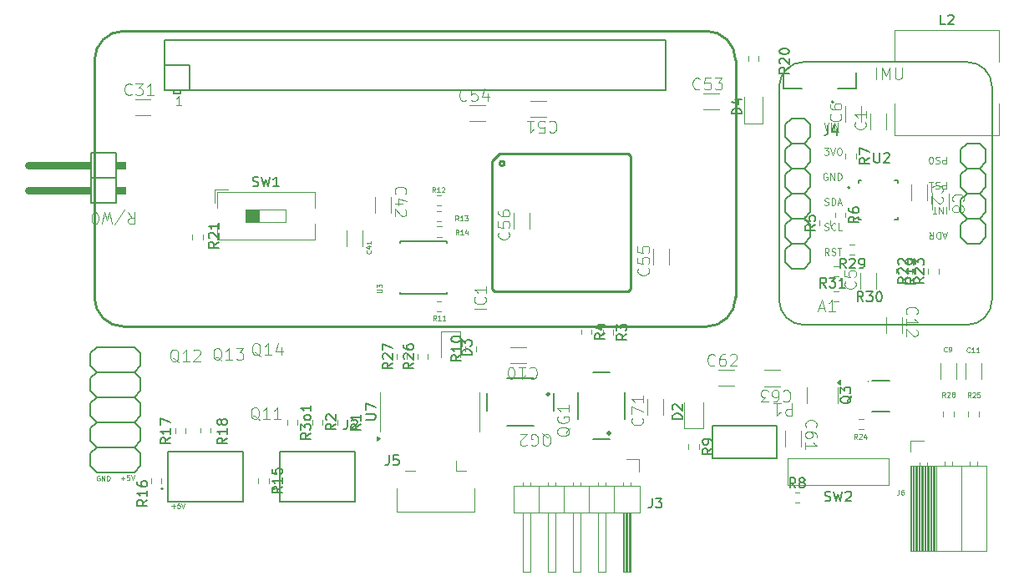
<source format=gbr>
%TF.GenerationSoftware,KiCad,Pcbnew,9.0.3*%
%TF.CreationDate,2025-12-03T20:13:16+05:30*%
%TF.ProjectId,cpm_vehicle_pcb,63706d5f-7665-4686-9963-6c655f706362,rev?*%
%TF.SameCoordinates,Original*%
%TF.FileFunction,Legend,Top*%
%TF.FilePolarity,Positive*%
%FSLAX46Y46*%
G04 Gerber Fmt 4.6, Leading zero omitted, Abs format (unit mm)*
G04 Created by KiCad (PCBNEW 9.0.3) date 2025-12-03 20:13:16*
%MOMM*%
%LPD*%
G01*
G04 APERTURE LIST*
%ADD10C,0.100000*%
%ADD11C,0.150000*%
%ADD12C,0.091440*%
%ADD13C,0.060960*%
%ADD14C,0.101600*%
%ADD15C,0.093472*%
%ADD16C,0.059822*%
%ADD17C,0.120000*%
%ADD18C,0.127000*%
%ADD19C,0.152400*%
%ADD20C,0.076200*%
%ADD21C,0.762000*%
%ADD22C,0.000000*%
%ADD23C,0.254000*%
%ADD24C,0.200000*%
%ADD25C,0.203200*%
G04 APERTURE END LIST*
D10*
X101684836Y-90953133D02*
X102065789Y-90953133D01*
X101875312Y-91143609D02*
X101875312Y-90762657D01*
X102541979Y-90643609D02*
X102303884Y-90643609D01*
X102303884Y-90643609D02*
X102280075Y-90881704D01*
X102280075Y-90881704D02*
X102303884Y-90857895D01*
X102303884Y-90857895D02*
X102351503Y-90834085D01*
X102351503Y-90834085D02*
X102470551Y-90834085D01*
X102470551Y-90834085D02*
X102518170Y-90857895D01*
X102518170Y-90857895D02*
X102541979Y-90881704D01*
X102541979Y-90881704D02*
X102565789Y-90929323D01*
X102565789Y-90929323D02*
X102565789Y-91048371D01*
X102565789Y-91048371D02*
X102541979Y-91095990D01*
X102541979Y-91095990D02*
X102518170Y-91119800D01*
X102518170Y-91119800D02*
X102470551Y-91143609D01*
X102470551Y-91143609D02*
X102351503Y-91143609D01*
X102351503Y-91143609D02*
X102303884Y-91119800D01*
X102303884Y-91119800D02*
X102280075Y-91095990D01*
X102708646Y-90643609D02*
X102875312Y-91143609D01*
X102875312Y-91143609D02*
X103041979Y-90643609D01*
X96564836Y-88113133D02*
X96945789Y-88113133D01*
X96755312Y-88303609D02*
X96755312Y-87922657D01*
X97421979Y-87803609D02*
X97183884Y-87803609D01*
X97183884Y-87803609D02*
X97160075Y-88041704D01*
X97160075Y-88041704D02*
X97183884Y-88017895D01*
X97183884Y-88017895D02*
X97231503Y-87994085D01*
X97231503Y-87994085D02*
X97350551Y-87994085D01*
X97350551Y-87994085D02*
X97398170Y-88017895D01*
X97398170Y-88017895D02*
X97421979Y-88041704D01*
X97421979Y-88041704D02*
X97445789Y-88089323D01*
X97445789Y-88089323D02*
X97445789Y-88208371D01*
X97445789Y-88208371D02*
X97421979Y-88255990D01*
X97421979Y-88255990D02*
X97398170Y-88279800D01*
X97398170Y-88279800D02*
X97350551Y-88303609D01*
X97350551Y-88303609D02*
X97231503Y-88303609D01*
X97231503Y-88303609D02*
X97183884Y-88279800D01*
X97183884Y-88279800D02*
X97160075Y-88255990D01*
X97588646Y-87803609D02*
X97755312Y-88303609D01*
X97755312Y-88303609D02*
X97921979Y-87803609D01*
X94396741Y-87887419D02*
X94349122Y-87863609D01*
X94349122Y-87863609D02*
X94277693Y-87863609D01*
X94277693Y-87863609D02*
X94206265Y-87887419D01*
X94206265Y-87887419D02*
X94158646Y-87935038D01*
X94158646Y-87935038D02*
X94134836Y-87982657D01*
X94134836Y-87982657D02*
X94111027Y-88077895D01*
X94111027Y-88077895D02*
X94111027Y-88149323D01*
X94111027Y-88149323D02*
X94134836Y-88244561D01*
X94134836Y-88244561D02*
X94158646Y-88292180D01*
X94158646Y-88292180D02*
X94206265Y-88339800D01*
X94206265Y-88339800D02*
X94277693Y-88363609D01*
X94277693Y-88363609D02*
X94325312Y-88363609D01*
X94325312Y-88363609D02*
X94396741Y-88339800D01*
X94396741Y-88339800D02*
X94420550Y-88315990D01*
X94420550Y-88315990D02*
X94420550Y-88149323D01*
X94420550Y-88149323D02*
X94325312Y-88149323D01*
X94634836Y-88363609D02*
X94634836Y-87863609D01*
X94634836Y-87863609D02*
X94920550Y-88363609D01*
X94920550Y-88363609D02*
X94920550Y-87863609D01*
X95158646Y-88363609D02*
X95158646Y-87863609D01*
X95158646Y-87863609D02*
X95277694Y-87863609D01*
X95277694Y-87863609D02*
X95349122Y-87887419D01*
X95349122Y-87887419D02*
X95396741Y-87935038D01*
X95396741Y-87935038D02*
X95420551Y-87982657D01*
X95420551Y-87982657D02*
X95444360Y-88077895D01*
X95444360Y-88077895D02*
X95444360Y-88149323D01*
X95444360Y-88149323D02*
X95420551Y-88244561D01*
X95420551Y-88244561D02*
X95396741Y-88292180D01*
X95396741Y-88292180D02*
X95349122Y-88339800D01*
X95349122Y-88339800D02*
X95277694Y-88363609D01*
X95277694Y-88363609D02*
X95158646Y-88363609D01*
D11*
X118334819Y-82601666D02*
X117858628Y-82934999D01*
X118334819Y-83173094D02*
X117334819Y-83173094D01*
X117334819Y-83173094D02*
X117334819Y-82792142D01*
X117334819Y-82792142D02*
X117382438Y-82696904D01*
X117382438Y-82696904D02*
X117430057Y-82649285D01*
X117430057Y-82649285D02*
X117525295Y-82601666D01*
X117525295Y-82601666D02*
X117668152Y-82601666D01*
X117668152Y-82601666D02*
X117763390Y-82649285D01*
X117763390Y-82649285D02*
X117811009Y-82696904D01*
X117811009Y-82696904D02*
X117858628Y-82792142D01*
X117858628Y-82792142D02*
X117858628Y-83173094D01*
X117430057Y-82220713D02*
X117382438Y-82173094D01*
X117382438Y-82173094D02*
X117334819Y-82077856D01*
X117334819Y-82077856D02*
X117334819Y-81839761D01*
X117334819Y-81839761D02*
X117382438Y-81744523D01*
X117382438Y-81744523D02*
X117430057Y-81696904D01*
X117430057Y-81696904D02*
X117525295Y-81649285D01*
X117525295Y-81649285D02*
X117620533Y-81649285D01*
X117620533Y-81649285D02*
X117763390Y-81696904D01*
X117763390Y-81696904D02*
X118334819Y-82268332D01*
X118334819Y-82268332D02*
X118334819Y-81649285D01*
X170037142Y-66824819D02*
X169703809Y-66348628D01*
X169465714Y-66824819D02*
X169465714Y-65824819D01*
X169465714Y-65824819D02*
X169846666Y-65824819D01*
X169846666Y-65824819D02*
X169941904Y-65872438D01*
X169941904Y-65872438D02*
X169989523Y-65920057D01*
X169989523Y-65920057D02*
X170037142Y-66015295D01*
X170037142Y-66015295D02*
X170037142Y-66158152D01*
X170037142Y-66158152D02*
X169989523Y-66253390D01*
X169989523Y-66253390D02*
X169941904Y-66301009D01*
X169941904Y-66301009D02*
X169846666Y-66348628D01*
X169846666Y-66348628D02*
X169465714Y-66348628D01*
X170418095Y-65920057D02*
X170465714Y-65872438D01*
X170465714Y-65872438D02*
X170560952Y-65824819D01*
X170560952Y-65824819D02*
X170799047Y-65824819D01*
X170799047Y-65824819D02*
X170894285Y-65872438D01*
X170894285Y-65872438D02*
X170941904Y-65920057D01*
X170941904Y-65920057D02*
X170989523Y-66015295D01*
X170989523Y-66015295D02*
X170989523Y-66110533D01*
X170989523Y-66110533D02*
X170941904Y-66253390D01*
X170941904Y-66253390D02*
X170370476Y-66824819D01*
X170370476Y-66824819D02*
X170989523Y-66824819D01*
X171465714Y-66824819D02*
X171656190Y-66824819D01*
X171656190Y-66824819D02*
X171751428Y-66777200D01*
X171751428Y-66777200D02*
X171799047Y-66729580D01*
X171799047Y-66729580D02*
X171894285Y-66586723D01*
X171894285Y-66586723D02*
X171941904Y-66396247D01*
X171941904Y-66396247D02*
X171941904Y-66015295D01*
X171941904Y-66015295D02*
X171894285Y-65920057D01*
X171894285Y-65920057D02*
X171846666Y-65872438D01*
X171846666Y-65872438D02*
X171751428Y-65824819D01*
X171751428Y-65824819D02*
X171560952Y-65824819D01*
X171560952Y-65824819D02*
X171465714Y-65872438D01*
X171465714Y-65872438D02*
X171418095Y-65920057D01*
X171418095Y-65920057D02*
X171370476Y-66015295D01*
X171370476Y-66015295D02*
X171370476Y-66253390D01*
X171370476Y-66253390D02*
X171418095Y-66348628D01*
X171418095Y-66348628D02*
X171465714Y-66396247D01*
X171465714Y-66396247D02*
X171560952Y-66443866D01*
X171560952Y-66443866D02*
X171751428Y-66443866D01*
X171751428Y-66443866D02*
X171846666Y-66396247D01*
X171846666Y-66396247D02*
X171894285Y-66348628D01*
X171894285Y-66348628D02*
X171941904Y-66253390D01*
D12*
X167293444Y-70885480D02*
X167854663Y-70885480D01*
X167181200Y-71222211D02*
X167574054Y-70043651D01*
X167574054Y-70043651D02*
X167966907Y-71222211D01*
X168977101Y-71222211D02*
X168303638Y-71222211D01*
X168640370Y-71222211D02*
X168640370Y-70043651D01*
X168640370Y-70043651D02*
X168528126Y-70212017D01*
X168528126Y-70212017D02*
X168415882Y-70324261D01*
X168415882Y-70324261D02*
X168303638Y-70380383D01*
D13*
X180246363Y-63329260D02*
X179912535Y-63329260D01*
X180313129Y-63128963D02*
X180079449Y-63830003D01*
X180079449Y-63830003D02*
X179845769Y-63128963D01*
X179612089Y-63128963D02*
X179612089Y-63830003D01*
X179612089Y-63830003D02*
X179445175Y-63830003D01*
X179445175Y-63830003D02*
X179345026Y-63796620D01*
X179345026Y-63796620D02*
X179278261Y-63729854D01*
X179278261Y-63729854D02*
X179244878Y-63663088D01*
X179244878Y-63663088D02*
X179211495Y-63529557D01*
X179211495Y-63529557D02*
X179211495Y-63429408D01*
X179211495Y-63429408D02*
X179244878Y-63295877D01*
X179244878Y-63295877D02*
X179278261Y-63229111D01*
X179278261Y-63229111D02*
X179345026Y-63162346D01*
X179345026Y-63162346D02*
X179445175Y-63128963D01*
X179445175Y-63128963D02*
X179612089Y-63128963D01*
X178510455Y-63128963D02*
X178744135Y-63462791D01*
X178911049Y-63128963D02*
X178911049Y-63830003D01*
X178911049Y-63830003D02*
X178643986Y-63830003D01*
X178643986Y-63830003D02*
X178577221Y-63796620D01*
X178577221Y-63796620D02*
X178543838Y-63763237D01*
X178543838Y-63763237D02*
X178510455Y-63696471D01*
X178510455Y-63696471D02*
X178510455Y-63596323D01*
X178510455Y-63596323D02*
X178543838Y-63529557D01*
X178543838Y-63529557D02*
X178577221Y-63496174D01*
X178577221Y-63496174D02*
X178643986Y-63462791D01*
X178643986Y-63462791D02*
X178911049Y-63462791D01*
X167860253Y-54629996D02*
X168294230Y-54629996D01*
X168294230Y-54629996D02*
X168060550Y-54897059D01*
X168060550Y-54897059D02*
X168160699Y-54897059D01*
X168160699Y-54897059D02*
X168227465Y-54930442D01*
X168227465Y-54930442D02*
X168260847Y-54963825D01*
X168260847Y-54963825D02*
X168294230Y-55030591D01*
X168294230Y-55030591D02*
X168294230Y-55197505D01*
X168294230Y-55197505D02*
X168260847Y-55264271D01*
X168260847Y-55264271D02*
X168227465Y-55297654D01*
X168227465Y-55297654D02*
X168160699Y-55331036D01*
X168160699Y-55331036D02*
X167960402Y-55331036D01*
X167960402Y-55331036D02*
X167893636Y-55297654D01*
X167893636Y-55297654D02*
X167860253Y-55264271D01*
X168494527Y-54629996D02*
X168728207Y-55331036D01*
X168728207Y-55331036D02*
X168961887Y-54629996D01*
X169329098Y-54629996D02*
X169462630Y-54629996D01*
X169462630Y-54629996D02*
X169529395Y-54663379D01*
X169529395Y-54663379D02*
X169596161Y-54730145D01*
X169596161Y-54730145D02*
X169629544Y-54863676D01*
X169629544Y-54863676D02*
X169629544Y-55097356D01*
X169629544Y-55097356D02*
X169596161Y-55230888D01*
X169596161Y-55230888D02*
X169529395Y-55297654D01*
X169529395Y-55297654D02*
X169462630Y-55331036D01*
X169462630Y-55331036D02*
X169329098Y-55331036D01*
X169329098Y-55331036D02*
X169262333Y-55297654D01*
X169262333Y-55297654D02*
X169195567Y-55230888D01*
X169195567Y-55230888D02*
X169162184Y-55097356D01*
X169162184Y-55097356D02*
X169162184Y-54863676D01*
X169162184Y-54863676D02*
X169195567Y-54730145D01*
X169195567Y-54730145D02*
X169262333Y-54663379D01*
X169262333Y-54663379D02*
X169329098Y-54629996D01*
X180212980Y-60588963D02*
X180212980Y-61290003D01*
X179879151Y-60588963D02*
X179879151Y-61290003D01*
X179879151Y-61290003D02*
X179478557Y-60588963D01*
X179478557Y-60588963D02*
X179478557Y-61290003D01*
X179244877Y-61290003D02*
X178844283Y-61290003D01*
X179044580Y-60588963D02*
X179044580Y-61290003D01*
D14*
X173145032Y-47651726D02*
X173145032Y-46483326D01*
X173701413Y-47651726D02*
X173701413Y-46483326D01*
X173701413Y-46483326D02*
X174090880Y-47317897D01*
X174090880Y-47317897D02*
X174480346Y-46483326D01*
X174480346Y-46483326D02*
X174480346Y-47651726D01*
X175036727Y-46483326D02*
X175036727Y-47429173D01*
X175036727Y-47429173D02*
X175092365Y-47540449D01*
X175092365Y-47540449D02*
X175148003Y-47596088D01*
X175148003Y-47596088D02*
X175259279Y-47651726D01*
X175259279Y-47651726D02*
X175481832Y-47651726D01*
X175481832Y-47651726D02*
X175593108Y-47596088D01*
X175593108Y-47596088D02*
X175648746Y-47540449D01*
X175648746Y-47540449D02*
X175704384Y-47429173D01*
X175704384Y-47429173D02*
X175704384Y-46483326D01*
D13*
X168144230Y-57193379D02*
X168077465Y-57159996D01*
X168077465Y-57159996D02*
X167977316Y-57159996D01*
X167977316Y-57159996D02*
X167877167Y-57193379D01*
X167877167Y-57193379D02*
X167810402Y-57260145D01*
X167810402Y-57260145D02*
X167777019Y-57326911D01*
X167777019Y-57326911D02*
X167743636Y-57460442D01*
X167743636Y-57460442D02*
X167743636Y-57560591D01*
X167743636Y-57560591D02*
X167777019Y-57694122D01*
X167777019Y-57694122D02*
X167810402Y-57760888D01*
X167810402Y-57760888D02*
X167877167Y-57827654D01*
X167877167Y-57827654D02*
X167977316Y-57861036D01*
X167977316Y-57861036D02*
X168044082Y-57861036D01*
X168044082Y-57861036D02*
X168144230Y-57827654D01*
X168144230Y-57827654D02*
X168177613Y-57794271D01*
X168177613Y-57794271D02*
X168177613Y-57560591D01*
X168177613Y-57560591D02*
X168044082Y-57560591D01*
X168478059Y-57861036D02*
X168478059Y-57159996D01*
X168478059Y-57159996D02*
X168878653Y-57861036D01*
X168878653Y-57861036D02*
X168878653Y-57159996D01*
X169212482Y-57861036D02*
X169212482Y-57159996D01*
X169212482Y-57159996D02*
X169379396Y-57159996D01*
X169379396Y-57159996D02*
X169479545Y-57193379D01*
X169479545Y-57193379D02*
X169546310Y-57260145D01*
X169546310Y-57260145D02*
X169579693Y-57326911D01*
X169579693Y-57326911D02*
X169613076Y-57460442D01*
X169613076Y-57460442D02*
X169613076Y-57560591D01*
X169613076Y-57560591D02*
X169579693Y-57694122D01*
X169579693Y-57694122D02*
X169546310Y-57760888D01*
X169546310Y-57760888D02*
X169479545Y-57827654D01*
X169479545Y-57827654D02*
X169379396Y-57861036D01*
X169379396Y-57861036D02*
X169212482Y-57861036D01*
X168327613Y-65491036D02*
X168093933Y-65157208D01*
X167927019Y-65491036D02*
X167927019Y-64789996D01*
X167927019Y-64789996D02*
X168194082Y-64789996D01*
X168194082Y-64789996D02*
X168260847Y-64823379D01*
X168260847Y-64823379D02*
X168294230Y-64856762D01*
X168294230Y-64856762D02*
X168327613Y-64923528D01*
X168327613Y-64923528D02*
X168327613Y-65023676D01*
X168327613Y-65023676D02*
X168294230Y-65090442D01*
X168294230Y-65090442D02*
X168260847Y-65123825D01*
X168260847Y-65123825D02*
X168194082Y-65157208D01*
X168194082Y-65157208D02*
X167927019Y-65157208D01*
X168594676Y-65457654D02*
X168694825Y-65491036D01*
X168694825Y-65491036D02*
X168861739Y-65491036D01*
X168861739Y-65491036D02*
X168928505Y-65457654D01*
X168928505Y-65457654D02*
X168961887Y-65424271D01*
X168961887Y-65424271D02*
X168995270Y-65357505D01*
X168995270Y-65357505D02*
X168995270Y-65290739D01*
X168995270Y-65290739D02*
X168961887Y-65223974D01*
X168961887Y-65223974D02*
X168928505Y-65190591D01*
X168928505Y-65190591D02*
X168861739Y-65157208D01*
X168861739Y-65157208D02*
X168728207Y-65123825D01*
X168728207Y-65123825D02*
X168661442Y-65090442D01*
X168661442Y-65090442D02*
X168628059Y-65057059D01*
X168628059Y-65057059D02*
X168594676Y-64990294D01*
X168594676Y-64990294D02*
X168594676Y-64923528D01*
X168594676Y-64923528D02*
X168628059Y-64856762D01*
X168628059Y-64856762D02*
X168661442Y-64823379D01*
X168661442Y-64823379D02*
X168728207Y-64789996D01*
X168728207Y-64789996D02*
X168895122Y-64789996D01*
X168895122Y-64789996D02*
X168995270Y-64823379D01*
X169195567Y-64789996D02*
X169596162Y-64789996D01*
X169395864Y-65491036D02*
X169395864Y-64789996D01*
X167826870Y-52089996D02*
X168060550Y-52791036D01*
X168060550Y-52791036D02*
X168294230Y-52089996D01*
X168527910Y-52791036D02*
X168527910Y-52089996D01*
X168861739Y-52791036D02*
X168861739Y-52089996D01*
X168861739Y-52089996D02*
X169262333Y-52791036D01*
X169262333Y-52791036D02*
X169262333Y-52089996D01*
X180212980Y-58048963D02*
X180212980Y-58750003D01*
X180212980Y-58750003D02*
X179945917Y-58750003D01*
X179945917Y-58750003D02*
X179879152Y-58716620D01*
X179879152Y-58716620D02*
X179845769Y-58683237D01*
X179845769Y-58683237D02*
X179812386Y-58616471D01*
X179812386Y-58616471D02*
X179812386Y-58516323D01*
X179812386Y-58516323D02*
X179845769Y-58449557D01*
X179845769Y-58449557D02*
X179879152Y-58416174D01*
X179879152Y-58416174D02*
X179945917Y-58382791D01*
X179945917Y-58382791D02*
X180212980Y-58382791D01*
X179545323Y-58082346D02*
X179445175Y-58048963D01*
X179445175Y-58048963D02*
X179278260Y-58048963D01*
X179278260Y-58048963D02*
X179211495Y-58082346D01*
X179211495Y-58082346D02*
X179178112Y-58115728D01*
X179178112Y-58115728D02*
X179144729Y-58182494D01*
X179144729Y-58182494D02*
X179144729Y-58249260D01*
X179144729Y-58249260D02*
X179178112Y-58316026D01*
X179178112Y-58316026D02*
X179211495Y-58349408D01*
X179211495Y-58349408D02*
X179278260Y-58382791D01*
X179278260Y-58382791D02*
X179411792Y-58416174D01*
X179411792Y-58416174D02*
X179478557Y-58449557D01*
X179478557Y-58449557D02*
X179511940Y-58482940D01*
X179511940Y-58482940D02*
X179545323Y-58549706D01*
X179545323Y-58549706D02*
X179545323Y-58616471D01*
X179545323Y-58616471D02*
X179511940Y-58683237D01*
X179511940Y-58683237D02*
X179478557Y-58716620D01*
X179478557Y-58716620D02*
X179411792Y-58750003D01*
X179411792Y-58750003D02*
X179244877Y-58750003D01*
X179244877Y-58750003D02*
X179144729Y-58716620D01*
X178477072Y-58048963D02*
X178877666Y-58048963D01*
X178677369Y-58048963D02*
X178677369Y-58750003D01*
X178677369Y-58750003D02*
X178744135Y-58649854D01*
X178744135Y-58649854D02*
X178810900Y-58583088D01*
X178810900Y-58583088D02*
X178877666Y-58549706D01*
X167893636Y-60377654D02*
X167993785Y-60411036D01*
X167993785Y-60411036D02*
X168160699Y-60411036D01*
X168160699Y-60411036D02*
X168227465Y-60377654D01*
X168227465Y-60377654D02*
X168260847Y-60344271D01*
X168260847Y-60344271D02*
X168294230Y-60277505D01*
X168294230Y-60277505D02*
X168294230Y-60210739D01*
X168294230Y-60210739D02*
X168260847Y-60143974D01*
X168260847Y-60143974D02*
X168227465Y-60110591D01*
X168227465Y-60110591D02*
X168160699Y-60077208D01*
X168160699Y-60077208D02*
X168027167Y-60043825D01*
X168027167Y-60043825D02*
X167960402Y-60010442D01*
X167960402Y-60010442D02*
X167927019Y-59977059D01*
X167927019Y-59977059D02*
X167893636Y-59910294D01*
X167893636Y-59910294D02*
X167893636Y-59843528D01*
X167893636Y-59843528D02*
X167927019Y-59776762D01*
X167927019Y-59776762D02*
X167960402Y-59743379D01*
X167960402Y-59743379D02*
X168027167Y-59709996D01*
X168027167Y-59709996D02*
X168194082Y-59709996D01*
X168194082Y-59709996D02*
X168294230Y-59743379D01*
X168594676Y-60411036D02*
X168594676Y-59709996D01*
X168594676Y-59709996D02*
X168761590Y-59709996D01*
X168761590Y-59709996D02*
X168861739Y-59743379D01*
X168861739Y-59743379D02*
X168928504Y-59810145D01*
X168928504Y-59810145D02*
X168961887Y-59876911D01*
X168961887Y-59876911D02*
X168995270Y-60010442D01*
X168995270Y-60010442D02*
X168995270Y-60110591D01*
X168995270Y-60110591D02*
X168961887Y-60244122D01*
X168961887Y-60244122D02*
X168928504Y-60310888D01*
X168928504Y-60310888D02*
X168861739Y-60377654D01*
X168861739Y-60377654D02*
X168761590Y-60411036D01*
X168761590Y-60411036D02*
X168594676Y-60411036D01*
X169262333Y-60210739D02*
X169596162Y-60210739D01*
X169195567Y-60411036D02*
X169429247Y-59709996D01*
X169429247Y-59709996D02*
X169662927Y-60411036D01*
X167893636Y-62917654D02*
X167993785Y-62951036D01*
X167993785Y-62951036D02*
X168160699Y-62951036D01*
X168160699Y-62951036D02*
X168227465Y-62917654D01*
X168227465Y-62917654D02*
X168260847Y-62884271D01*
X168260847Y-62884271D02*
X168294230Y-62817505D01*
X168294230Y-62817505D02*
X168294230Y-62750739D01*
X168294230Y-62750739D02*
X168260847Y-62683974D01*
X168260847Y-62683974D02*
X168227465Y-62650591D01*
X168227465Y-62650591D02*
X168160699Y-62617208D01*
X168160699Y-62617208D02*
X168027167Y-62583825D01*
X168027167Y-62583825D02*
X167960402Y-62550442D01*
X167960402Y-62550442D02*
X167927019Y-62517059D01*
X167927019Y-62517059D02*
X167893636Y-62450294D01*
X167893636Y-62450294D02*
X167893636Y-62383528D01*
X167893636Y-62383528D02*
X167927019Y-62316762D01*
X167927019Y-62316762D02*
X167960402Y-62283379D01*
X167960402Y-62283379D02*
X168027167Y-62249996D01*
X168027167Y-62249996D02*
X168194082Y-62249996D01*
X168194082Y-62249996D02*
X168294230Y-62283379D01*
X168995270Y-62884271D02*
X168961887Y-62917654D01*
X168961887Y-62917654D02*
X168861739Y-62951036D01*
X168861739Y-62951036D02*
X168794973Y-62951036D01*
X168794973Y-62951036D02*
X168694824Y-62917654D01*
X168694824Y-62917654D02*
X168628059Y-62850888D01*
X168628059Y-62850888D02*
X168594676Y-62784122D01*
X168594676Y-62784122D02*
X168561293Y-62650591D01*
X168561293Y-62650591D02*
X168561293Y-62550442D01*
X168561293Y-62550442D02*
X168594676Y-62416911D01*
X168594676Y-62416911D02*
X168628059Y-62350145D01*
X168628059Y-62350145D02*
X168694824Y-62283379D01*
X168694824Y-62283379D02*
X168794973Y-62249996D01*
X168794973Y-62249996D02*
X168861739Y-62249996D01*
X168861739Y-62249996D02*
X168961887Y-62283379D01*
X168961887Y-62283379D02*
X168995270Y-62316762D01*
X169629544Y-62951036D02*
X169295716Y-62951036D01*
X169295716Y-62951036D02*
X169295716Y-62249996D01*
X180212980Y-55508963D02*
X180212980Y-56210003D01*
X180212980Y-56210003D02*
X179945917Y-56210003D01*
X179945917Y-56210003D02*
X179879152Y-56176620D01*
X179879152Y-56176620D02*
X179845769Y-56143237D01*
X179845769Y-56143237D02*
X179812386Y-56076471D01*
X179812386Y-56076471D02*
X179812386Y-55976323D01*
X179812386Y-55976323D02*
X179845769Y-55909557D01*
X179845769Y-55909557D02*
X179879152Y-55876174D01*
X179879152Y-55876174D02*
X179945917Y-55842791D01*
X179945917Y-55842791D02*
X180212980Y-55842791D01*
X179545323Y-55542346D02*
X179445175Y-55508963D01*
X179445175Y-55508963D02*
X179278260Y-55508963D01*
X179278260Y-55508963D02*
X179211495Y-55542346D01*
X179211495Y-55542346D02*
X179178112Y-55575728D01*
X179178112Y-55575728D02*
X179144729Y-55642494D01*
X179144729Y-55642494D02*
X179144729Y-55709260D01*
X179144729Y-55709260D02*
X179178112Y-55776026D01*
X179178112Y-55776026D02*
X179211495Y-55809408D01*
X179211495Y-55809408D02*
X179278260Y-55842791D01*
X179278260Y-55842791D02*
X179411792Y-55876174D01*
X179411792Y-55876174D02*
X179478557Y-55909557D01*
X179478557Y-55909557D02*
X179511940Y-55942940D01*
X179511940Y-55942940D02*
X179545323Y-56009706D01*
X179545323Y-56009706D02*
X179545323Y-56076471D01*
X179545323Y-56076471D02*
X179511940Y-56143237D01*
X179511940Y-56143237D02*
X179478557Y-56176620D01*
X179478557Y-56176620D02*
X179411792Y-56210003D01*
X179411792Y-56210003D02*
X179244877Y-56210003D01*
X179244877Y-56210003D02*
X179144729Y-56176620D01*
X178710752Y-56210003D02*
X178643986Y-56210003D01*
X178643986Y-56210003D02*
X178577220Y-56176620D01*
X178577220Y-56176620D02*
X178543838Y-56143237D01*
X178543838Y-56143237D02*
X178510455Y-56076471D01*
X178510455Y-56076471D02*
X178477072Y-55942940D01*
X178477072Y-55942940D02*
X178477072Y-55776026D01*
X178477072Y-55776026D02*
X178510455Y-55642494D01*
X178510455Y-55642494D02*
X178543838Y-55575728D01*
X178543838Y-55575728D02*
X178577220Y-55542346D01*
X178577220Y-55542346D02*
X178643986Y-55508963D01*
X178643986Y-55508963D02*
X178710752Y-55508963D01*
X178710752Y-55508963D02*
X178777518Y-55542346D01*
X178777518Y-55542346D02*
X178810900Y-55575728D01*
X178810900Y-55575728D02*
X178844283Y-55642494D01*
X178844283Y-55642494D02*
X178877666Y-55776026D01*
X178877666Y-55776026D02*
X178877666Y-55942940D01*
X178877666Y-55942940D02*
X178844283Y-56076471D01*
X178844283Y-56076471D02*
X178810900Y-56143237D01*
X178810900Y-56143237D02*
X178777518Y-56176620D01*
X178777518Y-56176620D02*
X178710752Y-56210003D01*
D11*
X109916667Y-58487200D02*
X110059524Y-58534819D01*
X110059524Y-58534819D02*
X110297619Y-58534819D01*
X110297619Y-58534819D02*
X110392857Y-58487200D01*
X110392857Y-58487200D02*
X110440476Y-58439580D01*
X110440476Y-58439580D02*
X110488095Y-58344342D01*
X110488095Y-58344342D02*
X110488095Y-58249104D01*
X110488095Y-58249104D02*
X110440476Y-58153866D01*
X110440476Y-58153866D02*
X110392857Y-58106247D01*
X110392857Y-58106247D02*
X110297619Y-58058628D01*
X110297619Y-58058628D02*
X110107143Y-58011009D01*
X110107143Y-58011009D02*
X110011905Y-57963390D01*
X110011905Y-57963390D02*
X109964286Y-57915771D01*
X109964286Y-57915771D02*
X109916667Y-57820533D01*
X109916667Y-57820533D02*
X109916667Y-57725295D01*
X109916667Y-57725295D02*
X109964286Y-57630057D01*
X109964286Y-57630057D02*
X110011905Y-57582438D01*
X110011905Y-57582438D02*
X110107143Y-57534819D01*
X110107143Y-57534819D02*
X110345238Y-57534819D01*
X110345238Y-57534819D02*
X110488095Y-57582438D01*
X110821429Y-57534819D02*
X111059524Y-58534819D01*
X111059524Y-58534819D02*
X111250000Y-57820533D01*
X111250000Y-57820533D02*
X111440476Y-58534819D01*
X111440476Y-58534819D02*
X111678572Y-57534819D01*
X112583333Y-58534819D02*
X112011905Y-58534819D01*
X112297619Y-58534819D02*
X112297619Y-57534819D01*
X112297619Y-57534819D02*
X112202381Y-57677676D01*
X112202381Y-57677676D02*
X112107143Y-57772914D01*
X112107143Y-57772914D02*
X112011905Y-57820533D01*
X115794819Y-83550238D02*
X115318628Y-83883571D01*
X115794819Y-84121666D02*
X114794819Y-84121666D01*
X114794819Y-84121666D02*
X114794819Y-83740714D01*
X114794819Y-83740714D02*
X114842438Y-83645476D01*
X114842438Y-83645476D02*
X114890057Y-83597857D01*
X114890057Y-83597857D02*
X114985295Y-83550238D01*
X114985295Y-83550238D02*
X115128152Y-83550238D01*
X115128152Y-83550238D02*
X115223390Y-83597857D01*
X115223390Y-83597857D02*
X115271009Y-83645476D01*
X115271009Y-83645476D02*
X115318628Y-83740714D01*
X115318628Y-83740714D02*
X115318628Y-84121666D01*
X114794819Y-83216904D02*
X114794819Y-82597857D01*
X114794819Y-82597857D02*
X115175771Y-82931190D01*
X115175771Y-82931190D02*
X115175771Y-82788333D01*
X115175771Y-82788333D02*
X115223390Y-82693095D01*
X115223390Y-82693095D02*
X115271009Y-82645476D01*
X115271009Y-82645476D02*
X115366247Y-82597857D01*
X115366247Y-82597857D02*
X115604342Y-82597857D01*
X115604342Y-82597857D02*
X115699580Y-82645476D01*
X115699580Y-82645476D02*
X115747200Y-82693095D01*
X115747200Y-82693095D02*
X115794819Y-82788333D01*
X115794819Y-82788333D02*
X115794819Y-83074047D01*
X115794819Y-83074047D02*
X115747200Y-83169285D01*
X115747200Y-83169285D02*
X115699580Y-83216904D01*
X115794819Y-82026428D02*
X115747200Y-82121666D01*
X115747200Y-82121666D02*
X115699580Y-82169285D01*
X115699580Y-82169285D02*
X115604342Y-82216904D01*
X115604342Y-82216904D02*
X115318628Y-82216904D01*
X115318628Y-82216904D02*
X115223390Y-82169285D01*
X115223390Y-82169285D02*
X115175771Y-82121666D01*
X115175771Y-82121666D02*
X115128152Y-82026428D01*
X115128152Y-82026428D02*
X115128152Y-81883571D01*
X115128152Y-81883571D02*
X115175771Y-81788333D01*
X115175771Y-81788333D02*
X115223390Y-81740714D01*
X115223390Y-81740714D02*
X115318628Y-81693095D01*
X115318628Y-81693095D02*
X115604342Y-81693095D01*
X115604342Y-81693095D02*
X115699580Y-81740714D01*
X115699580Y-81740714D02*
X115747200Y-81788333D01*
X115747200Y-81788333D02*
X115794819Y-81883571D01*
X115794819Y-81883571D02*
X115794819Y-82026428D01*
X115794819Y-80740714D02*
X115794819Y-81312142D01*
X115794819Y-81026428D02*
X114794819Y-81026428D01*
X114794819Y-81026428D02*
X114937676Y-81121666D01*
X114937676Y-81121666D02*
X115032914Y-81216904D01*
X115032914Y-81216904D02*
X115080533Y-81312142D01*
X176334819Y-67752857D02*
X175858628Y-68086190D01*
X176334819Y-68324285D02*
X175334819Y-68324285D01*
X175334819Y-68324285D02*
X175334819Y-67943333D01*
X175334819Y-67943333D02*
X175382438Y-67848095D01*
X175382438Y-67848095D02*
X175430057Y-67800476D01*
X175430057Y-67800476D02*
X175525295Y-67752857D01*
X175525295Y-67752857D02*
X175668152Y-67752857D01*
X175668152Y-67752857D02*
X175763390Y-67800476D01*
X175763390Y-67800476D02*
X175811009Y-67848095D01*
X175811009Y-67848095D02*
X175858628Y-67943333D01*
X175858628Y-67943333D02*
X175858628Y-68324285D01*
X175430057Y-67371904D02*
X175382438Y-67324285D01*
X175382438Y-67324285D02*
X175334819Y-67229047D01*
X175334819Y-67229047D02*
X175334819Y-66990952D01*
X175334819Y-66990952D02*
X175382438Y-66895714D01*
X175382438Y-66895714D02*
X175430057Y-66848095D01*
X175430057Y-66848095D02*
X175525295Y-66800476D01*
X175525295Y-66800476D02*
X175620533Y-66800476D01*
X175620533Y-66800476D02*
X175763390Y-66848095D01*
X175763390Y-66848095D02*
X176334819Y-67419523D01*
X176334819Y-67419523D02*
X176334819Y-66800476D01*
X175430057Y-66419523D02*
X175382438Y-66371904D01*
X175382438Y-66371904D02*
X175334819Y-66276666D01*
X175334819Y-66276666D02*
X175334819Y-66038571D01*
X175334819Y-66038571D02*
X175382438Y-65943333D01*
X175382438Y-65943333D02*
X175430057Y-65895714D01*
X175430057Y-65895714D02*
X175525295Y-65848095D01*
X175525295Y-65848095D02*
X175620533Y-65848095D01*
X175620533Y-65848095D02*
X175763390Y-65895714D01*
X175763390Y-65895714D02*
X176334819Y-66467142D01*
X176334819Y-66467142D02*
X176334819Y-65848095D01*
D10*
X180282782Y-75250990D02*
X180258973Y-75274800D01*
X180258973Y-75274800D02*
X180187544Y-75298609D01*
X180187544Y-75298609D02*
X180139925Y-75298609D01*
X180139925Y-75298609D02*
X180068497Y-75274800D01*
X180068497Y-75274800D02*
X180020878Y-75227180D01*
X180020878Y-75227180D02*
X179997068Y-75179561D01*
X179997068Y-75179561D02*
X179973259Y-75084323D01*
X179973259Y-75084323D02*
X179973259Y-75012895D01*
X179973259Y-75012895D02*
X179997068Y-74917657D01*
X179997068Y-74917657D02*
X180020878Y-74870038D01*
X180020878Y-74870038D02*
X180068497Y-74822419D01*
X180068497Y-74822419D02*
X180139925Y-74798609D01*
X180139925Y-74798609D02*
X180187544Y-74798609D01*
X180187544Y-74798609D02*
X180258973Y-74822419D01*
X180258973Y-74822419D02*
X180282782Y-74846228D01*
X180520878Y-75298609D02*
X180616116Y-75298609D01*
X180616116Y-75298609D02*
X180663735Y-75274800D01*
X180663735Y-75274800D02*
X180687544Y-75250990D01*
X180687544Y-75250990D02*
X180735163Y-75179561D01*
X180735163Y-75179561D02*
X180758973Y-75084323D01*
X180758973Y-75084323D02*
X180758973Y-74893847D01*
X180758973Y-74893847D02*
X180735163Y-74846228D01*
X180735163Y-74846228D02*
X180711354Y-74822419D01*
X180711354Y-74822419D02*
X180663735Y-74798609D01*
X180663735Y-74798609D02*
X180568497Y-74798609D01*
X180568497Y-74798609D02*
X180520878Y-74822419D01*
X180520878Y-74822419D02*
X180497068Y-74846228D01*
X180497068Y-74846228D02*
X180473259Y-74893847D01*
X180473259Y-74893847D02*
X180473259Y-75012895D01*
X180473259Y-75012895D02*
X180497068Y-75060514D01*
X180497068Y-75060514D02*
X180520878Y-75084323D01*
X180520878Y-75084323D02*
X180568497Y-75108133D01*
X180568497Y-75108133D02*
X180663735Y-75108133D01*
X180663735Y-75108133D02*
X180711354Y-75084323D01*
X180711354Y-75084323D02*
X180735163Y-75060514D01*
X180735163Y-75060514D02*
X180758973Y-75012895D01*
D15*
X135847641Y-63146850D02*
X135903667Y-63202875D01*
X135903667Y-63202875D02*
X135959692Y-63370951D01*
X135959692Y-63370951D02*
X135959692Y-63483001D01*
X135959692Y-63483001D02*
X135903667Y-63651076D01*
X135903667Y-63651076D02*
X135791616Y-63763127D01*
X135791616Y-63763127D02*
X135679566Y-63819152D01*
X135679566Y-63819152D02*
X135455465Y-63875177D01*
X135455465Y-63875177D02*
X135287390Y-63875177D01*
X135287390Y-63875177D02*
X135063289Y-63819152D01*
X135063289Y-63819152D02*
X134951239Y-63763127D01*
X134951239Y-63763127D02*
X134839189Y-63651076D01*
X134839189Y-63651076D02*
X134783164Y-63483001D01*
X134783164Y-63483001D02*
X134783164Y-63370951D01*
X134783164Y-63370951D02*
X134839189Y-63202875D01*
X134839189Y-63202875D02*
X134895214Y-63146850D01*
X134783164Y-62082372D02*
X134783164Y-62642624D01*
X134783164Y-62642624D02*
X135343415Y-62698649D01*
X135343415Y-62698649D02*
X135287390Y-62642624D01*
X135287390Y-62642624D02*
X135231365Y-62530574D01*
X135231365Y-62530574D02*
X135231365Y-62250448D01*
X135231365Y-62250448D02*
X135287390Y-62138398D01*
X135287390Y-62138398D02*
X135343415Y-62082372D01*
X135343415Y-62082372D02*
X135455465Y-62026347D01*
X135455465Y-62026347D02*
X135735591Y-62026347D01*
X135735591Y-62026347D02*
X135847641Y-62082372D01*
X135847641Y-62082372D02*
X135903667Y-62138398D01*
X135903667Y-62138398D02*
X135959692Y-62250448D01*
X135959692Y-62250448D02*
X135959692Y-62530574D01*
X135959692Y-62530574D02*
X135903667Y-62642624D01*
X135903667Y-62642624D02*
X135847641Y-62698649D01*
X134783164Y-61017895D02*
X134783164Y-61241995D01*
X134783164Y-61241995D02*
X134839189Y-61354045D01*
X134839189Y-61354045D02*
X134895214Y-61410071D01*
X134895214Y-61410071D02*
X135063289Y-61522121D01*
X135063289Y-61522121D02*
X135287390Y-61578146D01*
X135287390Y-61578146D02*
X135735591Y-61578146D01*
X135735591Y-61578146D02*
X135847641Y-61522121D01*
X135847641Y-61522121D02*
X135903667Y-61466096D01*
X135903667Y-61466096D02*
X135959692Y-61354045D01*
X135959692Y-61354045D02*
X135959692Y-61129945D01*
X135959692Y-61129945D02*
X135903667Y-61017895D01*
X135903667Y-61017895D02*
X135847641Y-60961869D01*
X135847641Y-60961869D02*
X135735591Y-60905844D01*
X135735591Y-60905844D02*
X135455465Y-60905844D01*
X135455465Y-60905844D02*
X135343415Y-60961869D01*
X135343415Y-60961869D02*
X135287390Y-61017895D01*
X135287390Y-61017895D02*
X135231365Y-61129945D01*
X135231365Y-61129945D02*
X135231365Y-61354045D01*
X135231365Y-61354045D02*
X135287390Y-61466096D01*
X135287390Y-61466096D02*
X135343415Y-61522121D01*
X135343415Y-61522121D02*
X135455465Y-61578146D01*
D10*
X175443333Y-89286109D02*
X175443333Y-89643252D01*
X175443333Y-89643252D02*
X175419524Y-89714680D01*
X175419524Y-89714680D02*
X175371905Y-89762300D01*
X175371905Y-89762300D02*
X175300476Y-89786109D01*
X175300476Y-89786109D02*
X175252857Y-89786109D01*
X175895714Y-89286109D02*
X175800476Y-89286109D01*
X175800476Y-89286109D02*
X175752857Y-89309919D01*
X175752857Y-89309919D02*
X175729047Y-89333728D01*
X175729047Y-89333728D02*
X175681428Y-89405157D01*
X175681428Y-89405157D02*
X175657619Y-89500395D01*
X175657619Y-89500395D02*
X175657619Y-89690871D01*
X175657619Y-89690871D02*
X175681428Y-89738490D01*
X175681428Y-89738490D02*
X175705238Y-89762300D01*
X175705238Y-89762300D02*
X175752857Y-89786109D01*
X175752857Y-89786109D02*
X175848095Y-89786109D01*
X175848095Y-89786109D02*
X175895714Y-89762300D01*
X175895714Y-89762300D02*
X175919523Y-89738490D01*
X175919523Y-89738490D02*
X175943333Y-89690871D01*
X175943333Y-89690871D02*
X175943333Y-89571823D01*
X175943333Y-89571823D02*
X175919523Y-89524204D01*
X175919523Y-89524204D02*
X175895714Y-89500395D01*
X175895714Y-89500395D02*
X175848095Y-89476585D01*
X175848095Y-89476585D02*
X175752857Y-89476585D01*
X175752857Y-89476585D02*
X175705238Y-89500395D01*
X175705238Y-89500395D02*
X175681428Y-89524204D01*
X175681428Y-89524204D02*
X175657619Y-89571823D01*
D15*
X102415971Y-76363205D02*
X102303921Y-76307180D01*
X102303921Y-76307180D02*
X102191871Y-76195130D01*
X102191871Y-76195130D02*
X102023795Y-76027054D01*
X102023795Y-76027054D02*
X101911745Y-75971029D01*
X101911745Y-75971029D02*
X101799695Y-75971029D01*
X101855720Y-76251155D02*
X101743670Y-76195130D01*
X101743670Y-76195130D02*
X101631619Y-76083079D01*
X101631619Y-76083079D02*
X101575594Y-75858979D01*
X101575594Y-75858979D02*
X101575594Y-75466803D01*
X101575594Y-75466803D02*
X101631619Y-75242702D01*
X101631619Y-75242702D02*
X101743670Y-75130652D01*
X101743670Y-75130652D02*
X101855720Y-75074627D01*
X101855720Y-75074627D02*
X102079820Y-75074627D01*
X102079820Y-75074627D02*
X102191871Y-75130652D01*
X102191871Y-75130652D02*
X102303921Y-75242702D01*
X102303921Y-75242702D02*
X102359946Y-75466803D01*
X102359946Y-75466803D02*
X102359946Y-75858979D01*
X102359946Y-75858979D02*
X102303921Y-76083079D01*
X102303921Y-76083079D02*
X102191871Y-76195130D01*
X102191871Y-76195130D02*
X102079820Y-76251155D01*
X102079820Y-76251155D02*
X101855720Y-76251155D01*
X103480449Y-76251155D02*
X102808147Y-76251155D01*
X103144298Y-76251155D02*
X103144298Y-75074627D01*
X103144298Y-75074627D02*
X103032248Y-75242702D01*
X103032248Y-75242702D02*
X102920197Y-75354752D01*
X102920197Y-75354752D02*
X102808147Y-75410778D01*
X103928650Y-75186677D02*
X103984675Y-75130652D01*
X103984675Y-75130652D02*
X104096726Y-75074627D01*
X104096726Y-75074627D02*
X104376851Y-75074627D01*
X104376851Y-75074627D02*
X104488902Y-75130652D01*
X104488902Y-75130652D02*
X104544927Y-75186677D01*
X104544927Y-75186677D02*
X104600952Y-75298727D01*
X104600952Y-75298727D02*
X104600952Y-75410778D01*
X104600952Y-75410778D02*
X104544927Y-75578853D01*
X104544927Y-75578853D02*
X103872625Y-76251155D01*
X103872625Y-76251155D02*
X104600952Y-76251155D01*
D11*
X145604819Y-73436666D02*
X145128628Y-73769999D01*
X145604819Y-74008094D02*
X144604819Y-74008094D01*
X144604819Y-74008094D02*
X144604819Y-73627142D01*
X144604819Y-73627142D02*
X144652438Y-73531904D01*
X144652438Y-73531904D02*
X144700057Y-73484285D01*
X144700057Y-73484285D02*
X144795295Y-73436666D01*
X144795295Y-73436666D02*
X144938152Y-73436666D01*
X144938152Y-73436666D02*
X145033390Y-73484285D01*
X145033390Y-73484285D02*
X145081009Y-73531904D01*
X145081009Y-73531904D02*
X145128628Y-73627142D01*
X145128628Y-73627142D02*
X145128628Y-74008094D01*
X144938152Y-72579523D02*
X145604819Y-72579523D01*
X144557200Y-72817618D02*
X145271485Y-73055713D01*
X145271485Y-73055713D02*
X145271485Y-72436666D01*
X164933333Y-89084819D02*
X164600000Y-88608628D01*
X164361905Y-89084819D02*
X164361905Y-88084819D01*
X164361905Y-88084819D02*
X164742857Y-88084819D01*
X164742857Y-88084819D02*
X164838095Y-88132438D01*
X164838095Y-88132438D02*
X164885714Y-88180057D01*
X164885714Y-88180057D02*
X164933333Y-88275295D01*
X164933333Y-88275295D02*
X164933333Y-88418152D01*
X164933333Y-88418152D02*
X164885714Y-88513390D01*
X164885714Y-88513390D02*
X164838095Y-88561009D01*
X164838095Y-88561009D02*
X164742857Y-88608628D01*
X164742857Y-88608628D02*
X164361905Y-88608628D01*
X165504762Y-88513390D02*
X165409524Y-88465771D01*
X165409524Y-88465771D02*
X165361905Y-88418152D01*
X165361905Y-88418152D02*
X165314286Y-88322914D01*
X165314286Y-88322914D02*
X165314286Y-88275295D01*
X165314286Y-88275295D02*
X165361905Y-88180057D01*
X165361905Y-88180057D02*
X165409524Y-88132438D01*
X165409524Y-88132438D02*
X165504762Y-88084819D01*
X165504762Y-88084819D02*
X165695238Y-88084819D01*
X165695238Y-88084819D02*
X165790476Y-88132438D01*
X165790476Y-88132438D02*
X165838095Y-88180057D01*
X165838095Y-88180057D02*
X165885714Y-88275295D01*
X165885714Y-88275295D02*
X165885714Y-88322914D01*
X165885714Y-88322914D02*
X165838095Y-88418152D01*
X165838095Y-88418152D02*
X165790476Y-88465771D01*
X165790476Y-88465771D02*
X165695238Y-88513390D01*
X165695238Y-88513390D02*
X165504762Y-88513390D01*
X165504762Y-88513390D02*
X165409524Y-88561009D01*
X165409524Y-88561009D02*
X165361905Y-88608628D01*
X165361905Y-88608628D02*
X165314286Y-88703866D01*
X165314286Y-88703866D02*
X165314286Y-88894342D01*
X165314286Y-88894342D02*
X165361905Y-88989580D01*
X165361905Y-88989580D02*
X165409524Y-89037200D01*
X165409524Y-89037200D02*
X165504762Y-89084819D01*
X165504762Y-89084819D02*
X165695238Y-89084819D01*
X165695238Y-89084819D02*
X165790476Y-89037200D01*
X165790476Y-89037200D02*
X165838095Y-88989580D01*
X165838095Y-88989580D02*
X165885714Y-88894342D01*
X165885714Y-88894342D02*
X165885714Y-88703866D01*
X165885714Y-88703866D02*
X165838095Y-88608628D01*
X165838095Y-88608628D02*
X165790476Y-88561009D01*
X165790476Y-88561009D02*
X165695238Y-88513390D01*
X126194819Y-76412857D02*
X125718628Y-76746190D01*
X126194819Y-76984285D02*
X125194819Y-76984285D01*
X125194819Y-76984285D02*
X125194819Y-76603333D01*
X125194819Y-76603333D02*
X125242438Y-76508095D01*
X125242438Y-76508095D02*
X125290057Y-76460476D01*
X125290057Y-76460476D02*
X125385295Y-76412857D01*
X125385295Y-76412857D02*
X125528152Y-76412857D01*
X125528152Y-76412857D02*
X125623390Y-76460476D01*
X125623390Y-76460476D02*
X125671009Y-76508095D01*
X125671009Y-76508095D02*
X125718628Y-76603333D01*
X125718628Y-76603333D02*
X125718628Y-76984285D01*
X125290057Y-76031904D02*
X125242438Y-75984285D01*
X125242438Y-75984285D02*
X125194819Y-75889047D01*
X125194819Y-75889047D02*
X125194819Y-75650952D01*
X125194819Y-75650952D02*
X125242438Y-75555714D01*
X125242438Y-75555714D02*
X125290057Y-75508095D01*
X125290057Y-75508095D02*
X125385295Y-75460476D01*
X125385295Y-75460476D02*
X125480533Y-75460476D01*
X125480533Y-75460476D02*
X125623390Y-75508095D01*
X125623390Y-75508095D02*
X126194819Y-76079523D01*
X126194819Y-76079523D02*
X126194819Y-75460476D01*
X125194819Y-74603333D02*
X125194819Y-74793809D01*
X125194819Y-74793809D02*
X125242438Y-74889047D01*
X125242438Y-74889047D02*
X125290057Y-74936666D01*
X125290057Y-74936666D02*
X125432914Y-75031904D01*
X125432914Y-75031904D02*
X125623390Y-75079523D01*
X125623390Y-75079523D02*
X126004342Y-75079523D01*
X126004342Y-75079523D02*
X126099580Y-75031904D01*
X126099580Y-75031904D02*
X126147200Y-74984285D01*
X126147200Y-74984285D02*
X126194819Y-74889047D01*
X126194819Y-74889047D02*
X126194819Y-74698571D01*
X126194819Y-74698571D02*
X126147200Y-74603333D01*
X126147200Y-74603333D02*
X126099580Y-74555714D01*
X126099580Y-74555714D02*
X126004342Y-74508095D01*
X126004342Y-74508095D02*
X125766247Y-74508095D01*
X125766247Y-74508095D02*
X125671009Y-74555714D01*
X125671009Y-74555714D02*
X125623390Y-74603333D01*
X125623390Y-74603333D02*
X125575771Y-74698571D01*
X125575771Y-74698571D02*
X125575771Y-74889047D01*
X125575771Y-74889047D02*
X125623390Y-74984285D01*
X125623390Y-74984285D02*
X125671009Y-75031904D01*
X125671009Y-75031904D02*
X125766247Y-75079523D01*
X166944819Y-62406666D02*
X166468628Y-62739999D01*
X166944819Y-62978094D02*
X165944819Y-62978094D01*
X165944819Y-62978094D02*
X165944819Y-62597142D01*
X165944819Y-62597142D02*
X165992438Y-62501904D01*
X165992438Y-62501904D02*
X166040057Y-62454285D01*
X166040057Y-62454285D02*
X166135295Y-62406666D01*
X166135295Y-62406666D02*
X166278152Y-62406666D01*
X166278152Y-62406666D02*
X166373390Y-62454285D01*
X166373390Y-62454285D02*
X166421009Y-62501904D01*
X166421009Y-62501904D02*
X166468628Y-62597142D01*
X166468628Y-62597142D02*
X166468628Y-62978094D01*
X165944819Y-61501904D02*
X165944819Y-61978094D01*
X165944819Y-61978094D02*
X166421009Y-62025713D01*
X166421009Y-62025713D02*
X166373390Y-61978094D01*
X166373390Y-61978094D02*
X166325771Y-61882856D01*
X166325771Y-61882856D02*
X166325771Y-61644761D01*
X166325771Y-61644761D02*
X166373390Y-61549523D01*
X166373390Y-61549523D02*
X166421009Y-61501904D01*
X166421009Y-61501904D02*
X166516247Y-61454285D01*
X166516247Y-61454285D02*
X166754342Y-61454285D01*
X166754342Y-61454285D02*
X166849580Y-61501904D01*
X166849580Y-61501904D02*
X166897200Y-61549523D01*
X166897200Y-61549523D02*
X166944819Y-61644761D01*
X166944819Y-61644761D02*
X166944819Y-61882856D01*
X166944819Y-61882856D02*
X166897200Y-61978094D01*
X166897200Y-61978094D02*
X166849580Y-62025713D01*
D15*
X150007641Y-66806850D02*
X150063667Y-66862875D01*
X150063667Y-66862875D02*
X150119692Y-67030951D01*
X150119692Y-67030951D02*
X150119692Y-67143001D01*
X150119692Y-67143001D02*
X150063667Y-67311076D01*
X150063667Y-67311076D02*
X149951616Y-67423127D01*
X149951616Y-67423127D02*
X149839566Y-67479152D01*
X149839566Y-67479152D02*
X149615465Y-67535177D01*
X149615465Y-67535177D02*
X149447390Y-67535177D01*
X149447390Y-67535177D02*
X149223289Y-67479152D01*
X149223289Y-67479152D02*
X149111239Y-67423127D01*
X149111239Y-67423127D02*
X148999189Y-67311076D01*
X148999189Y-67311076D02*
X148943164Y-67143001D01*
X148943164Y-67143001D02*
X148943164Y-67030951D01*
X148943164Y-67030951D02*
X148999189Y-66862875D01*
X148999189Y-66862875D02*
X149055214Y-66806850D01*
X148943164Y-65742372D02*
X148943164Y-66302624D01*
X148943164Y-66302624D02*
X149503415Y-66358649D01*
X149503415Y-66358649D02*
X149447390Y-66302624D01*
X149447390Y-66302624D02*
X149391365Y-66190574D01*
X149391365Y-66190574D02*
X149391365Y-65910448D01*
X149391365Y-65910448D02*
X149447390Y-65798398D01*
X149447390Y-65798398D02*
X149503415Y-65742372D01*
X149503415Y-65742372D02*
X149615465Y-65686347D01*
X149615465Y-65686347D02*
X149895591Y-65686347D01*
X149895591Y-65686347D02*
X150007641Y-65742372D01*
X150007641Y-65742372D02*
X150063667Y-65798398D01*
X150063667Y-65798398D02*
X150119692Y-65910448D01*
X150119692Y-65910448D02*
X150119692Y-66190574D01*
X150119692Y-66190574D02*
X150063667Y-66302624D01*
X150063667Y-66302624D02*
X150007641Y-66358649D01*
X148943164Y-64621869D02*
X148943164Y-65182121D01*
X148943164Y-65182121D02*
X149503415Y-65238146D01*
X149503415Y-65238146D02*
X149447390Y-65182121D01*
X149447390Y-65182121D02*
X149391365Y-65070071D01*
X149391365Y-65070071D02*
X149391365Y-64789945D01*
X149391365Y-64789945D02*
X149447390Y-64677895D01*
X149447390Y-64677895D02*
X149503415Y-64621869D01*
X149503415Y-64621869D02*
X149615465Y-64565844D01*
X149615465Y-64565844D02*
X149895591Y-64565844D01*
X149895591Y-64565844D02*
X150007641Y-64621869D01*
X150007641Y-64621869D02*
X150063667Y-64677895D01*
X150063667Y-64677895D02*
X150119692Y-64789945D01*
X150119692Y-64789945D02*
X150119692Y-65070071D01*
X150119692Y-65070071D02*
X150063667Y-65182121D01*
X150063667Y-65182121D02*
X150007641Y-65238146D01*
D11*
X112884819Y-89012857D02*
X112408628Y-89346190D01*
X112884819Y-89584285D02*
X111884819Y-89584285D01*
X111884819Y-89584285D02*
X111884819Y-89203333D01*
X111884819Y-89203333D02*
X111932438Y-89108095D01*
X111932438Y-89108095D02*
X111980057Y-89060476D01*
X111980057Y-89060476D02*
X112075295Y-89012857D01*
X112075295Y-89012857D02*
X112218152Y-89012857D01*
X112218152Y-89012857D02*
X112313390Y-89060476D01*
X112313390Y-89060476D02*
X112361009Y-89108095D01*
X112361009Y-89108095D02*
X112408628Y-89203333D01*
X112408628Y-89203333D02*
X112408628Y-89584285D01*
X112884819Y-88060476D02*
X112884819Y-88631904D01*
X112884819Y-88346190D02*
X111884819Y-88346190D01*
X111884819Y-88346190D02*
X112027676Y-88441428D01*
X112027676Y-88441428D02*
X112122914Y-88536666D01*
X112122914Y-88536666D02*
X112170533Y-88631904D01*
X111884819Y-87155714D02*
X111884819Y-87631904D01*
X111884819Y-87631904D02*
X112361009Y-87679523D01*
X112361009Y-87679523D02*
X112313390Y-87631904D01*
X112313390Y-87631904D02*
X112265771Y-87536666D01*
X112265771Y-87536666D02*
X112265771Y-87298571D01*
X112265771Y-87298571D02*
X112313390Y-87203333D01*
X112313390Y-87203333D02*
X112361009Y-87155714D01*
X112361009Y-87155714D02*
X112456247Y-87108095D01*
X112456247Y-87108095D02*
X112694342Y-87108095D01*
X112694342Y-87108095D02*
X112789580Y-87155714D01*
X112789580Y-87155714D02*
X112837200Y-87203333D01*
X112837200Y-87203333D02*
X112884819Y-87298571D01*
X112884819Y-87298571D02*
X112884819Y-87536666D01*
X112884819Y-87536666D02*
X112837200Y-87631904D01*
X112837200Y-87631904D02*
X112789580Y-87679523D01*
D12*
X97280770Y-61140988D02*
X97673623Y-61702207D01*
X97954233Y-61140988D02*
X97954233Y-62319548D01*
X97954233Y-62319548D02*
X97505258Y-62319548D01*
X97505258Y-62319548D02*
X97393014Y-62263426D01*
X97393014Y-62263426D02*
X97336892Y-62207304D01*
X97336892Y-62207304D02*
X97280770Y-62095060D01*
X97280770Y-62095060D02*
X97280770Y-61926694D01*
X97280770Y-61926694D02*
X97336892Y-61814450D01*
X97336892Y-61814450D02*
X97393014Y-61758329D01*
X97393014Y-61758329D02*
X97505258Y-61702207D01*
X97505258Y-61702207D02*
X97954233Y-61702207D01*
X95933844Y-62375670D02*
X96944039Y-60860378D01*
X95653235Y-62319548D02*
X95372625Y-61140988D01*
X95372625Y-61140988D02*
X95148138Y-61982816D01*
X95148138Y-61982816D02*
X94923650Y-61140988D01*
X94923650Y-61140988D02*
X94643041Y-62319548D01*
X93969577Y-62319548D02*
X93857334Y-62319548D01*
X93857334Y-62319548D02*
X93745090Y-62263426D01*
X93745090Y-62263426D02*
X93688968Y-62207304D01*
X93688968Y-62207304D02*
X93632846Y-62095060D01*
X93632846Y-62095060D02*
X93576724Y-61870572D01*
X93576724Y-61870572D02*
X93576724Y-61589963D01*
X93576724Y-61589963D02*
X93632846Y-61365475D01*
X93632846Y-61365475D02*
X93688968Y-61253231D01*
X93688968Y-61253231D02*
X93745090Y-61197110D01*
X93745090Y-61197110D02*
X93857334Y-61140988D01*
X93857334Y-61140988D02*
X93969577Y-61140988D01*
X93969577Y-61140988D02*
X94081821Y-61197110D01*
X94081821Y-61197110D02*
X94137943Y-61253231D01*
X94137943Y-61253231D02*
X94194065Y-61365475D01*
X94194065Y-61365475D02*
X94250187Y-61589963D01*
X94250187Y-61589963D02*
X94250187Y-61870572D01*
X94250187Y-61870572D02*
X94194065Y-62095060D01*
X94194065Y-62095060D02*
X94137943Y-62207304D01*
X94137943Y-62207304D02*
X94081821Y-62263426D01*
X94081821Y-62263426D02*
X93969577Y-62319548D01*
D15*
X133544155Y-70972630D02*
X132367627Y-70972630D01*
X133432104Y-69740077D02*
X133488130Y-69796102D01*
X133488130Y-69796102D02*
X133544155Y-69964178D01*
X133544155Y-69964178D02*
X133544155Y-70076228D01*
X133544155Y-70076228D02*
X133488130Y-70244303D01*
X133488130Y-70244303D02*
X133376079Y-70356354D01*
X133376079Y-70356354D02*
X133264029Y-70412379D01*
X133264029Y-70412379D02*
X133039928Y-70468404D01*
X133039928Y-70468404D02*
X132871853Y-70468404D01*
X132871853Y-70468404D02*
X132647752Y-70412379D01*
X132647752Y-70412379D02*
X132535702Y-70356354D01*
X132535702Y-70356354D02*
X132423652Y-70244303D01*
X132423652Y-70244303D02*
X132367627Y-70076228D01*
X132367627Y-70076228D02*
X132367627Y-69964178D01*
X132367627Y-69964178D02*
X132423652Y-69796102D01*
X132423652Y-69796102D02*
X132479677Y-69740077D01*
X133544155Y-68619574D02*
X133544155Y-69291876D01*
X133544155Y-68955725D02*
X132367627Y-68955725D01*
X132367627Y-68955725D02*
X132535702Y-69067775D01*
X132535702Y-69067775D02*
X132647752Y-69179826D01*
X132647752Y-69179826D02*
X132703778Y-69291876D01*
X166042358Y-82953149D02*
X165986333Y-82897124D01*
X165986333Y-82897124D02*
X165930307Y-82729048D01*
X165930307Y-82729048D02*
X165930307Y-82616998D01*
X165930307Y-82616998D02*
X165986333Y-82448923D01*
X165986333Y-82448923D02*
X166098383Y-82336872D01*
X166098383Y-82336872D02*
X166210433Y-82280847D01*
X166210433Y-82280847D02*
X166434534Y-82224822D01*
X166434534Y-82224822D02*
X166602609Y-82224822D01*
X166602609Y-82224822D02*
X166826710Y-82280847D01*
X166826710Y-82280847D02*
X166938760Y-82336872D01*
X166938760Y-82336872D02*
X167050810Y-82448923D01*
X167050810Y-82448923D02*
X167106835Y-82616998D01*
X167106835Y-82616998D02*
X167106835Y-82729048D01*
X167106835Y-82729048D02*
X167050810Y-82897124D01*
X167050810Y-82897124D02*
X166994785Y-82953149D01*
X167106835Y-83961602D02*
X167106835Y-83737501D01*
X167106835Y-83737501D02*
X167050810Y-83625451D01*
X167050810Y-83625451D02*
X166994785Y-83569426D01*
X166994785Y-83569426D02*
X166826710Y-83457375D01*
X166826710Y-83457375D02*
X166602609Y-83401350D01*
X166602609Y-83401350D02*
X166154408Y-83401350D01*
X166154408Y-83401350D02*
X166042358Y-83457375D01*
X166042358Y-83457375D02*
X165986333Y-83513400D01*
X165986333Y-83513400D02*
X165930307Y-83625451D01*
X165930307Y-83625451D02*
X165930307Y-83849551D01*
X165930307Y-83849551D02*
X165986333Y-83961602D01*
X165986333Y-83961602D02*
X166042358Y-84017627D01*
X166042358Y-84017627D02*
X166154408Y-84073652D01*
X166154408Y-84073652D02*
X166434534Y-84073652D01*
X166434534Y-84073652D02*
X166546584Y-84017627D01*
X166546584Y-84017627D02*
X166602609Y-83961602D01*
X166602609Y-83961602D02*
X166658634Y-83849551D01*
X166658634Y-83849551D02*
X166658634Y-83625451D01*
X166658634Y-83625451D02*
X166602609Y-83513400D01*
X166602609Y-83513400D02*
X166546584Y-83457375D01*
X166546584Y-83457375D02*
X166434534Y-83401350D01*
X165930307Y-85194155D02*
X165930307Y-84521853D01*
X165930307Y-84858004D02*
X167106835Y-84858004D01*
X167106835Y-84858004D02*
X166938760Y-84745954D01*
X166938760Y-84745954D02*
X166826710Y-84633903D01*
X166826710Y-84633903D02*
X166770685Y-84521853D01*
D10*
X182698571Y-79906109D02*
X182531905Y-79668014D01*
X182412857Y-79906109D02*
X182412857Y-79406109D01*
X182412857Y-79406109D02*
X182603333Y-79406109D01*
X182603333Y-79406109D02*
X182650952Y-79429919D01*
X182650952Y-79429919D02*
X182674762Y-79453728D01*
X182674762Y-79453728D02*
X182698571Y-79501347D01*
X182698571Y-79501347D02*
X182698571Y-79572776D01*
X182698571Y-79572776D02*
X182674762Y-79620395D01*
X182674762Y-79620395D02*
X182650952Y-79644204D01*
X182650952Y-79644204D02*
X182603333Y-79668014D01*
X182603333Y-79668014D02*
X182412857Y-79668014D01*
X182889048Y-79453728D02*
X182912857Y-79429919D01*
X182912857Y-79429919D02*
X182960476Y-79406109D01*
X182960476Y-79406109D02*
X183079524Y-79406109D01*
X183079524Y-79406109D02*
X183127143Y-79429919D01*
X183127143Y-79429919D02*
X183150952Y-79453728D01*
X183150952Y-79453728D02*
X183174762Y-79501347D01*
X183174762Y-79501347D02*
X183174762Y-79548966D01*
X183174762Y-79548966D02*
X183150952Y-79620395D01*
X183150952Y-79620395D02*
X182865238Y-79906109D01*
X182865238Y-79906109D02*
X183174762Y-79906109D01*
X183627142Y-79406109D02*
X183389047Y-79406109D01*
X183389047Y-79406109D02*
X183365238Y-79644204D01*
X183365238Y-79644204D02*
X183389047Y-79620395D01*
X183389047Y-79620395D02*
X183436666Y-79596585D01*
X183436666Y-79596585D02*
X183555714Y-79596585D01*
X183555714Y-79596585D02*
X183603333Y-79620395D01*
X183603333Y-79620395D02*
X183627142Y-79644204D01*
X183627142Y-79644204D02*
X183650952Y-79691823D01*
X183650952Y-79691823D02*
X183650952Y-79810871D01*
X183650952Y-79810871D02*
X183627142Y-79858490D01*
X183627142Y-79858490D02*
X183603333Y-79882300D01*
X183603333Y-79882300D02*
X183555714Y-79906109D01*
X183555714Y-79906109D02*
X183436666Y-79906109D01*
X183436666Y-79906109D02*
X183389047Y-79882300D01*
X183389047Y-79882300D02*
X183365238Y-79858490D01*
D15*
X110591971Y-82211205D02*
X110479921Y-82155180D01*
X110479921Y-82155180D02*
X110367871Y-82043130D01*
X110367871Y-82043130D02*
X110199795Y-81875054D01*
X110199795Y-81875054D02*
X110087745Y-81819029D01*
X110087745Y-81819029D02*
X109975695Y-81819029D01*
X110031720Y-82099155D02*
X109919670Y-82043130D01*
X109919670Y-82043130D02*
X109807619Y-81931079D01*
X109807619Y-81931079D02*
X109751594Y-81706979D01*
X109751594Y-81706979D02*
X109751594Y-81314803D01*
X109751594Y-81314803D02*
X109807619Y-81090702D01*
X109807619Y-81090702D02*
X109919670Y-80978652D01*
X109919670Y-80978652D02*
X110031720Y-80922627D01*
X110031720Y-80922627D02*
X110255820Y-80922627D01*
X110255820Y-80922627D02*
X110367871Y-80978652D01*
X110367871Y-80978652D02*
X110479921Y-81090702D01*
X110479921Y-81090702D02*
X110535946Y-81314803D01*
X110535946Y-81314803D02*
X110535946Y-81706979D01*
X110535946Y-81706979D02*
X110479921Y-81931079D01*
X110479921Y-81931079D02*
X110367871Y-82043130D01*
X110367871Y-82043130D02*
X110255820Y-82099155D01*
X110255820Y-82099155D02*
X110031720Y-82099155D01*
X111656449Y-82099155D02*
X110984147Y-82099155D01*
X111320298Y-82099155D02*
X111320298Y-80922627D01*
X111320298Y-80922627D02*
X111208248Y-81090702D01*
X111208248Y-81090702D02*
X111096197Y-81202752D01*
X111096197Y-81202752D02*
X110984147Y-81258778D01*
X112776952Y-82099155D02*
X112104650Y-82099155D01*
X112440801Y-82099155D02*
X112440801Y-80922627D01*
X112440801Y-80922627D02*
X112328751Y-81090702D01*
X112328751Y-81090702D02*
X112216700Y-81202752D01*
X112216700Y-81202752D02*
X112104650Y-81258778D01*
D11*
X172404819Y-55636666D02*
X171928628Y-55969999D01*
X172404819Y-56208094D02*
X171404819Y-56208094D01*
X171404819Y-56208094D02*
X171404819Y-55827142D01*
X171404819Y-55827142D02*
X171452438Y-55731904D01*
X171452438Y-55731904D02*
X171500057Y-55684285D01*
X171500057Y-55684285D02*
X171595295Y-55636666D01*
X171595295Y-55636666D02*
X171738152Y-55636666D01*
X171738152Y-55636666D02*
X171833390Y-55684285D01*
X171833390Y-55684285D02*
X171881009Y-55731904D01*
X171881009Y-55731904D02*
X171928628Y-55827142D01*
X171928628Y-55827142D02*
X171928628Y-56208094D01*
X171404819Y-55303332D02*
X171404819Y-54636666D01*
X171404819Y-54636666D02*
X172404819Y-55065237D01*
D10*
X171208571Y-84136109D02*
X171041905Y-83898014D01*
X170922857Y-84136109D02*
X170922857Y-83636109D01*
X170922857Y-83636109D02*
X171113333Y-83636109D01*
X171113333Y-83636109D02*
X171160952Y-83659919D01*
X171160952Y-83659919D02*
X171184762Y-83683728D01*
X171184762Y-83683728D02*
X171208571Y-83731347D01*
X171208571Y-83731347D02*
X171208571Y-83802776D01*
X171208571Y-83802776D02*
X171184762Y-83850395D01*
X171184762Y-83850395D02*
X171160952Y-83874204D01*
X171160952Y-83874204D02*
X171113333Y-83898014D01*
X171113333Y-83898014D02*
X170922857Y-83898014D01*
X171399048Y-83683728D02*
X171422857Y-83659919D01*
X171422857Y-83659919D02*
X171470476Y-83636109D01*
X171470476Y-83636109D02*
X171589524Y-83636109D01*
X171589524Y-83636109D02*
X171637143Y-83659919D01*
X171637143Y-83659919D02*
X171660952Y-83683728D01*
X171660952Y-83683728D02*
X171684762Y-83731347D01*
X171684762Y-83731347D02*
X171684762Y-83778966D01*
X171684762Y-83778966D02*
X171660952Y-83850395D01*
X171660952Y-83850395D02*
X171375238Y-84136109D01*
X171375238Y-84136109D02*
X171684762Y-84136109D01*
X172113333Y-83802776D02*
X172113333Y-84136109D01*
X171994285Y-83612300D02*
X171875238Y-83969442D01*
X171875238Y-83969442D02*
X172184761Y-83969442D01*
D11*
X153434819Y-82135594D02*
X152434819Y-82135594D01*
X152434819Y-82135594D02*
X152434819Y-81897499D01*
X152434819Y-81897499D02*
X152482438Y-81754642D01*
X152482438Y-81754642D02*
X152577676Y-81659404D01*
X152577676Y-81659404D02*
X152672914Y-81611785D01*
X152672914Y-81611785D02*
X152863390Y-81564166D01*
X152863390Y-81564166D02*
X153006247Y-81564166D01*
X153006247Y-81564166D02*
X153196723Y-81611785D01*
X153196723Y-81611785D02*
X153291961Y-81659404D01*
X153291961Y-81659404D02*
X153387200Y-81754642D01*
X153387200Y-81754642D02*
X153434819Y-81897499D01*
X153434819Y-81897499D02*
X153434819Y-82135594D01*
X152530057Y-81183213D02*
X152482438Y-81135594D01*
X152482438Y-81135594D02*
X152434819Y-81040356D01*
X152434819Y-81040356D02*
X152434819Y-80802261D01*
X152434819Y-80802261D02*
X152482438Y-80707023D01*
X152482438Y-80707023D02*
X152530057Y-80659404D01*
X152530057Y-80659404D02*
X152625295Y-80611785D01*
X152625295Y-80611785D02*
X152720533Y-80611785D01*
X152720533Y-80611785D02*
X152863390Y-80659404D01*
X152863390Y-80659404D02*
X153434819Y-81230832D01*
X153434819Y-81230832D02*
X153434819Y-80611785D01*
D15*
X149387641Y-81996850D02*
X149443667Y-82052875D01*
X149443667Y-82052875D02*
X149499692Y-82220951D01*
X149499692Y-82220951D02*
X149499692Y-82333001D01*
X149499692Y-82333001D02*
X149443667Y-82501076D01*
X149443667Y-82501076D02*
X149331616Y-82613127D01*
X149331616Y-82613127D02*
X149219566Y-82669152D01*
X149219566Y-82669152D02*
X148995465Y-82725177D01*
X148995465Y-82725177D02*
X148827390Y-82725177D01*
X148827390Y-82725177D02*
X148603289Y-82669152D01*
X148603289Y-82669152D02*
X148491239Y-82613127D01*
X148491239Y-82613127D02*
X148379189Y-82501076D01*
X148379189Y-82501076D02*
X148323164Y-82333001D01*
X148323164Y-82333001D02*
X148323164Y-82220951D01*
X148323164Y-82220951D02*
X148379189Y-82052875D01*
X148379189Y-82052875D02*
X148435214Y-81996850D01*
X148323164Y-81604674D02*
X148323164Y-80820322D01*
X148323164Y-80820322D02*
X149499692Y-81324548D01*
X149499692Y-79755844D02*
X149499692Y-80428146D01*
X149499692Y-80091995D02*
X148323164Y-80091995D01*
X148323164Y-80091995D02*
X148491239Y-80204045D01*
X148491239Y-80204045D02*
X148603289Y-80316096D01*
X148603289Y-80316096D02*
X148659315Y-80428146D01*
D11*
X156514819Y-85086666D02*
X156038628Y-85419999D01*
X156514819Y-85658094D02*
X155514819Y-85658094D01*
X155514819Y-85658094D02*
X155514819Y-85277142D01*
X155514819Y-85277142D02*
X155562438Y-85181904D01*
X155562438Y-85181904D02*
X155610057Y-85134285D01*
X155610057Y-85134285D02*
X155705295Y-85086666D01*
X155705295Y-85086666D02*
X155848152Y-85086666D01*
X155848152Y-85086666D02*
X155943390Y-85134285D01*
X155943390Y-85134285D02*
X155991009Y-85181904D01*
X155991009Y-85181904D02*
X156038628Y-85277142D01*
X156038628Y-85277142D02*
X156038628Y-85658094D01*
X156514819Y-84610475D02*
X156514819Y-84419999D01*
X156514819Y-84419999D02*
X156467200Y-84324761D01*
X156467200Y-84324761D02*
X156419580Y-84277142D01*
X156419580Y-84277142D02*
X156276723Y-84181904D01*
X156276723Y-84181904D02*
X156086247Y-84134285D01*
X156086247Y-84134285D02*
X155705295Y-84134285D01*
X155705295Y-84134285D02*
X155610057Y-84181904D01*
X155610057Y-84181904D02*
X155562438Y-84229523D01*
X155562438Y-84229523D02*
X155514819Y-84324761D01*
X155514819Y-84324761D02*
X155514819Y-84515237D01*
X155514819Y-84515237D02*
X155562438Y-84610475D01*
X155562438Y-84610475D02*
X155610057Y-84658094D01*
X155610057Y-84658094D02*
X155705295Y-84705713D01*
X155705295Y-84705713D02*
X155943390Y-84705713D01*
X155943390Y-84705713D02*
X156038628Y-84658094D01*
X156038628Y-84658094D02*
X156086247Y-84610475D01*
X156086247Y-84610475D02*
X156133866Y-84515237D01*
X156133866Y-84515237D02*
X156133866Y-84324761D01*
X156133866Y-84324761D02*
X156086247Y-84229523D01*
X156086247Y-84229523D02*
X156038628Y-84181904D01*
X156038628Y-84181904D02*
X155943390Y-84134285D01*
D15*
X163686850Y-79292358D02*
X163742875Y-79236333D01*
X163742875Y-79236333D02*
X163910951Y-79180307D01*
X163910951Y-79180307D02*
X164023001Y-79180307D01*
X164023001Y-79180307D02*
X164191076Y-79236333D01*
X164191076Y-79236333D02*
X164303127Y-79348383D01*
X164303127Y-79348383D02*
X164359152Y-79460433D01*
X164359152Y-79460433D02*
X164415177Y-79684534D01*
X164415177Y-79684534D02*
X164415177Y-79852609D01*
X164415177Y-79852609D02*
X164359152Y-80076710D01*
X164359152Y-80076710D02*
X164303127Y-80188760D01*
X164303127Y-80188760D02*
X164191076Y-80300810D01*
X164191076Y-80300810D02*
X164023001Y-80356835D01*
X164023001Y-80356835D02*
X163910951Y-80356835D01*
X163910951Y-80356835D02*
X163742875Y-80300810D01*
X163742875Y-80300810D02*
X163686850Y-80244785D01*
X162678398Y-80356835D02*
X162902498Y-80356835D01*
X162902498Y-80356835D02*
X163014548Y-80300810D01*
X163014548Y-80300810D02*
X163070574Y-80244785D01*
X163070574Y-80244785D02*
X163182624Y-80076710D01*
X163182624Y-80076710D02*
X163238649Y-79852609D01*
X163238649Y-79852609D02*
X163238649Y-79404408D01*
X163238649Y-79404408D02*
X163182624Y-79292358D01*
X163182624Y-79292358D02*
X163126599Y-79236333D01*
X163126599Y-79236333D02*
X163014548Y-79180307D01*
X163014548Y-79180307D02*
X162790448Y-79180307D01*
X162790448Y-79180307D02*
X162678398Y-79236333D01*
X162678398Y-79236333D02*
X162622372Y-79292358D01*
X162622372Y-79292358D02*
X162566347Y-79404408D01*
X162566347Y-79404408D02*
X162566347Y-79684534D01*
X162566347Y-79684534D02*
X162622372Y-79796584D01*
X162622372Y-79796584D02*
X162678398Y-79852609D01*
X162678398Y-79852609D02*
X162790448Y-79908634D01*
X162790448Y-79908634D02*
X163014548Y-79908634D01*
X163014548Y-79908634D02*
X163126599Y-79852609D01*
X163126599Y-79852609D02*
X163182624Y-79796584D01*
X163182624Y-79796584D02*
X163238649Y-79684534D01*
X162174171Y-80356835D02*
X161445844Y-80356835D01*
X161445844Y-80356835D02*
X161838020Y-79908634D01*
X161838020Y-79908634D02*
X161669945Y-79908634D01*
X161669945Y-79908634D02*
X161557895Y-79852609D01*
X161557895Y-79852609D02*
X161501869Y-79796584D01*
X161501869Y-79796584D02*
X161445844Y-79684534D01*
X161445844Y-79684534D02*
X161445844Y-79404408D01*
X161445844Y-79404408D02*
X161501869Y-79292358D01*
X161501869Y-79292358D02*
X161557895Y-79236333D01*
X161557895Y-79236333D02*
X161669945Y-79180307D01*
X161669945Y-79180307D02*
X162006096Y-79180307D01*
X162006096Y-79180307D02*
X162118146Y-79236333D01*
X162118146Y-79236333D02*
X162174171Y-79292358D01*
D11*
X150396666Y-90124819D02*
X150396666Y-90839104D01*
X150396666Y-90839104D02*
X150349047Y-90981961D01*
X150349047Y-90981961D02*
X150253809Y-91077200D01*
X150253809Y-91077200D02*
X150110952Y-91124819D01*
X150110952Y-91124819D02*
X150015714Y-91124819D01*
X150777619Y-90124819D02*
X151396666Y-90124819D01*
X151396666Y-90124819D02*
X151063333Y-90505771D01*
X151063333Y-90505771D02*
X151206190Y-90505771D01*
X151206190Y-90505771D02*
X151301428Y-90553390D01*
X151301428Y-90553390D02*
X151349047Y-90601009D01*
X151349047Y-90601009D02*
X151396666Y-90696247D01*
X151396666Y-90696247D02*
X151396666Y-90934342D01*
X151396666Y-90934342D02*
X151349047Y-91029580D01*
X151349047Y-91029580D02*
X151301428Y-91077200D01*
X151301428Y-91077200D02*
X151206190Y-91124819D01*
X151206190Y-91124819D02*
X150920476Y-91124819D01*
X150920476Y-91124819D02*
X150825238Y-91077200D01*
X150825238Y-91077200D02*
X150777619Y-91029580D01*
X177954819Y-67762857D02*
X177478628Y-68096190D01*
X177954819Y-68334285D02*
X176954819Y-68334285D01*
X176954819Y-68334285D02*
X176954819Y-67953333D01*
X176954819Y-67953333D02*
X177002438Y-67858095D01*
X177002438Y-67858095D02*
X177050057Y-67810476D01*
X177050057Y-67810476D02*
X177145295Y-67762857D01*
X177145295Y-67762857D02*
X177288152Y-67762857D01*
X177288152Y-67762857D02*
X177383390Y-67810476D01*
X177383390Y-67810476D02*
X177431009Y-67858095D01*
X177431009Y-67858095D02*
X177478628Y-67953333D01*
X177478628Y-67953333D02*
X177478628Y-68334285D01*
X177050057Y-67381904D02*
X177002438Y-67334285D01*
X177002438Y-67334285D02*
X176954819Y-67239047D01*
X176954819Y-67239047D02*
X176954819Y-67000952D01*
X176954819Y-67000952D02*
X177002438Y-66905714D01*
X177002438Y-66905714D02*
X177050057Y-66858095D01*
X177050057Y-66858095D02*
X177145295Y-66810476D01*
X177145295Y-66810476D02*
X177240533Y-66810476D01*
X177240533Y-66810476D02*
X177383390Y-66858095D01*
X177383390Y-66858095D02*
X177954819Y-67429523D01*
X177954819Y-67429523D02*
X177954819Y-66810476D01*
X176954819Y-66477142D02*
X176954819Y-65858095D01*
X176954819Y-65858095D02*
X177335771Y-66191428D01*
X177335771Y-66191428D02*
X177335771Y-66048571D01*
X177335771Y-66048571D02*
X177383390Y-65953333D01*
X177383390Y-65953333D02*
X177431009Y-65905714D01*
X177431009Y-65905714D02*
X177526247Y-65858095D01*
X177526247Y-65858095D02*
X177764342Y-65858095D01*
X177764342Y-65858095D02*
X177859580Y-65905714D01*
X177859580Y-65905714D02*
X177907200Y-65953333D01*
X177907200Y-65953333D02*
X177954819Y-66048571D01*
X177954819Y-66048571D02*
X177954819Y-66334285D01*
X177954819Y-66334285D02*
X177907200Y-66429523D01*
X177907200Y-66429523D02*
X177859580Y-66477142D01*
X171802142Y-70184819D02*
X171468809Y-69708628D01*
X171230714Y-70184819D02*
X171230714Y-69184819D01*
X171230714Y-69184819D02*
X171611666Y-69184819D01*
X171611666Y-69184819D02*
X171706904Y-69232438D01*
X171706904Y-69232438D02*
X171754523Y-69280057D01*
X171754523Y-69280057D02*
X171802142Y-69375295D01*
X171802142Y-69375295D02*
X171802142Y-69518152D01*
X171802142Y-69518152D02*
X171754523Y-69613390D01*
X171754523Y-69613390D02*
X171706904Y-69661009D01*
X171706904Y-69661009D02*
X171611666Y-69708628D01*
X171611666Y-69708628D02*
X171230714Y-69708628D01*
X172135476Y-69184819D02*
X172754523Y-69184819D01*
X172754523Y-69184819D02*
X172421190Y-69565771D01*
X172421190Y-69565771D02*
X172564047Y-69565771D01*
X172564047Y-69565771D02*
X172659285Y-69613390D01*
X172659285Y-69613390D02*
X172706904Y-69661009D01*
X172706904Y-69661009D02*
X172754523Y-69756247D01*
X172754523Y-69756247D02*
X172754523Y-69994342D01*
X172754523Y-69994342D02*
X172706904Y-70089580D01*
X172706904Y-70089580D02*
X172659285Y-70137200D01*
X172659285Y-70137200D02*
X172564047Y-70184819D01*
X172564047Y-70184819D02*
X172278333Y-70184819D01*
X172278333Y-70184819D02*
X172183095Y-70137200D01*
X172183095Y-70137200D02*
X172135476Y-70089580D01*
X173373571Y-69184819D02*
X173468809Y-69184819D01*
X173468809Y-69184819D02*
X173564047Y-69232438D01*
X173564047Y-69232438D02*
X173611666Y-69280057D01*
X173611666Y-69280057D02*
X173659285Y-69375295D01*
X173659285Y-69375295D02*
X173706904Y-69565771D01*
X173706904Y-69565771D02*
X173706904Y-69803866D01*
X173706904Y-69803866D02*
X173659285Y-69994342D01*
X173659285Y-69994342D02*
X173611666Y-70089580D01*
X173611666Y-70089580D02*
X173564047Y-70137200D01*
X173564047Y-70137200D02*
X173468809Y-70184819D01*
X173468809Y-70184819D02*
X173373571Y-70184819D01*
X173373571Y-70184819D02*
X173278333Y-70137200D01*
X173278333Y-70137200D02*
X173230714Y-70089580D01*
X173230714Y-70089580D02*
X173183095Y-69994342D01*
X173183095Y-69994342D02*
X173135476Y-69803866D01*
X173135476Y-69803866D02*
X173135476Y-69565771D01*
X173135476Y-69565771D02*
X173183095Y-69375295D01*
X173183095Y-69375295D02*
X173230714Y-69280057D01*
X173230714Y-69280057D02*
X173278333Y-69232438D01*
X173278333Y-69232438D02*
X173373571Y-69184819D01*
D10*
X130768571Y-61996109D02*
X130601905Y-61758014D01*
X130482857Y-61996109D02*
X130482857Y-61496109D01*
X130482857Y-61496109D02*
X130673333Y-61496109D01*
X130673333Y-61496109D02*
X130720952Y-61519919D01*
X130720952Y-61519919D02*
X130744762Y-61543728D01*
X130744762Y-61543728D02*
X130768571Y-61591347D01*
X130768571Y-61591347D02*
X130768571Y-61662776D01*
X130768571Y-61662776D02*
X130744762Y-61710395D01*
X130744762Y-61710395D02*
X130720952Y-61734204D01*
X130720952Y-61734204D02*
X130673333Y-61758014D01*
X130673333Y-61758014D02*
X130482857Y-61758014D01*
X131244762Y-61996109D02*
X130959048Y-61996109D01*
X131101905Y-61996109D02*
X131101905Y-61496109D01*
X131101905Y-61496109D02*
X131054286Y-61567538D01*
X131054286Y-61567538D02*
X131006667Y-61615157D01*
X131006667Y-61615157D02*
X130959048Y-61638966D01*
X131411428Y-61496109D02*
X131720952Y-61496109D01*
X131720952Y-61496109D02*
X131554285Y-61686585D01*
X131554285Y-61686585D02*
X131625714Y-61686585D01*
X131625714Y-61686585D02*
X131673333Y-61710395D01*
X131673333Y-61710395D02*
X131697142Y-61734204D01*
X131697142Y-61734204D02*
X131720952Y-61781823D01*
X131720952Y-61781823D02*
X131720952Y-61900871D01*
X131720952Y-61900871D02*
X131697142Y-61948490D01*
X131697142Y-61948490D02*
X131673333Y-61972300D01*
X131673333Y-61972300D02*
X131625714Y-61996109D01*
X131625714Y-61996109D02*
X131482857Y-61996109D01*
X131482857Y-61996109D02*
X131435238Y-61972300D01*
X131435238Y-61972300D02*
X131411428Y-61948490D01*
D15*
X138006850Y-76952358D02*
X138062875Y-76896333D01*
X138062875Y-76896333D02*
X138230951Y-76840307D01*
X138230951Y-76840307D02*
X138343001Y-76840307D01*
X138343001Y-76840307D02*
X138511076Y-76896333D01*
X138511076Y-76896333D02*
X138623127Y-77008383D01*
X138623127Y-77008383D02*
X138679152Y-77120433D01*
X138679152Y-77120433D02*
X138735177Y-77344534D01*
X138735177Y-77344534D02*
X138735177Y-77512609D01*
X138735177Y-77512609D02*
X138679152Y-77736710D01*
X138679152Y-77736710D02*
X138623127Y-77848760D01*
X138623127Y-77848760D02*
X138511076Y-77960810D01*
X138511076Y-77960810D02*
X138343001Y-78016835D01*
X138343001Y-78016835D02*
X138230951Y-78016835D01*
X138230951Y-78016835D02*
X138062875Y-77960810D01*
X138062875Y-77960810D02*
X138006850Y-77904785D01*
X136886347Y-76840307D02*
X137558649Y-76840307D01*
X137222498Y-76840307D02*
X137222498Y-78016835D01*
X137222498Y-78016835D02*
X137334548Y-77848760D01*
X137334548Y-77848760D02*
X137446599Y-77736710D01*
X137446599Y-77736710D02*
X137558649Y-77680685D01*
X136158020Y-78016835D02*
X136045970Y-78016835D01*
X136045970Y-78016835D02*
X135933920Y-77960810D01*
X135933920Y-77960810D02*
X135877895Y-77904785D01*
X135877895Y-77904785D02*
X135821869Y-77792735D01*
X135821869Y-77792735D02*
X135765844Y-77568634D01*
X135765844Y-77568634D02*
X135765844Y-77288509D01*
X135765844Y-77288509D02*
X135821869Y-77064408D01*
X135821869Y-77064408D02*
X135877895Y-76952358D01*
X135877895Y-76952358D02*
X135933920Y-76896333D01*
X135933920Y-76896333D02*
X136045970Y-76840307D01*
X136045970Y-76840307D02*
X136158020Y-76840307D01*
X136158020Y-76840307D02*
X136270071Y-76896333D01*
X136270071Y-76896333D02*
X136326096Y-76952358D01*
X136326096Y-76952358D02*
X136382121Y-77064408D01*
X136382121Y-77064408D02*
X136438146Y-77288509D01*
X136438146Y-77288509D02*
X136438146Y-77568634D01*
X136438146Y-77568634D02*
X136382121Y-77792735D01*
X136382121Y-77792735D02*
X136326096Y-77904785D01*
X136326096Y-77904785D02*
X136270071Y-77960810D01*
X136270071Y-77960810D02*
X136158020Y-78016835D01*
X97643149Y-49147641D02*
X97587124Y-49203667D01*
X97587124Y-49203667D02*
X97419048Y-49259692D01*
X97419048Y-49259692D02*
X97306998Y-49259692D01*
X97306998Y-49259692D02*
X97138923Y-49203667D01*
X97138923Y-49203667D02*
X97026872Y-49091616D01*
X97026872Y-49091616D02*
X96970847Y-48979566D01*
X96970847Y-48979566D02*
X96914822Y-48755465D01*
X96914822Y-48755465D02*
X96914822Y-48587390D01*
X96914822Y-48587390D02*
X96970847Y-48363289D01*
X96970847Y-48363289D02*
X97026872Y-48251239D01*
X97026872Y-48251239D02*
X97138923Y-48139189D01*
X97138923Y-48139189D02*
X97306998Y-48083164D01*
X97306998Y-48083164D02*
X97419048Y-48083164D01*
X97419048Y-48083164D02*
X97587124Y-48139189D01*
X97587124Y-48139189D02*
X97643149Y-48195214D01*
X98035325Y-48083164D02*
X98763652Y-48083164D01*
X98763652Y-48083164D02*
X98371476Y-48531365D01*
X98371476Y-48531365D02*
X98539551Y-48531365D01*
X98539551Y-48531365D02*
X98651602Y-48587390D01*
X98651602Y-48587390D02*
X98707627Y-48643415D01*
X98707627Y-48643415D02*
X98763652Y-48755465D01*
X98763652Y-48755465D02*
X98763652Y-49035591D01*
X98763652Y-49035591D02*
X98707627Y-49147641D01*
X98707627Y-49147641D02*
X98651602Y-49203667D01*
X98651602Y-49203667D02*
X98539551Y-49259692D01*
X98539551Y-49259692D02*
X98203400Y-49259692D01*
X98203400Y-49259692D02*
X98091350Y-49203667D01*
X98091350Y-49203667D02*
X98035325Y-49147641D01*
X99884155Y-49259692D02*
X99211853Y-49259692D01*
X99548004Y-49259692D02*
X99548004Y-48083164D01*
X99548004Y-48083164D02*
X99435954Y-48251239D01*
X99435954Y-48251239D02*
X99323903Y-48363289D01*
X99323903Y-48363289D02*
X99211853Y-48419315D01*
D11*
X171344819Y-61586666D02*
X170868628Y-61919999D01*
X171344819Y-62158094D02*
X170344819Y-62158094D01*
X170344819Y-62158094D02*
X170344819Y-61777142D01*
X170344819Y-61777142D02*
X170392438Y-61681904D01*
X170392438Y-61681904D02*
X170440057Y-61634285D01*
X170440057Y-61634285D02*
X170535295Y-61586666D01*
X170535295Y-61586666D02*
X170678152Y-61586666D01*
X170678152Y-61586666D02*
X170773390Y-61634285D01*
X170773390Y-61634285D02*
X170821009Y-61681904D01*
X170821009Y-61681904D02*
X170868628Y-61777142D01*
X170868628Y-61777142D02*
X170868628Y-62158094D01*
X170344819Y-60729523D02*
X170344819Y-60919999D01*
X170344819Y-60919999D02*
X170392438Y-61015237D01*
X170392438Y-61015237D02*
X170440057Y-61062856D01*
X170440057Y-61062856D02*
X170582914Y-61158094D01*
X170582914Y-61158094D02*
X170773390Y-61205713D01*
X170773390Y-61205713D02*
X171154342Y-61205713D01*
X171154342Y-61205713D02*
X171249580Y-61158094D01*
X171249580Y-61158094D02*
X171297200Y-61110475D01*
X171297200Y-61110475D02*
X171344819Y-61015237D01*
X171344819Y-61015237D02*
X171344819Y-60824761D01*
X171344819Y-60824761D02*
X171297200Y-60729523D01*
X171297200Y-60729523D02*
X171249580Y-60681904D01*
X171249580Y-60681904D02*
X171154342Y-60634285D01*
X171154342Y-60634285D02*
X170916247Y-60634285D01*
X170916247Y-60634285D02*
X170821009Y-60681904D01*
X170821009Y-60681904D02*
X170773390Y-60729523D01*
X170773390Y-60729523D02*
X170725771Y-60824761D01*
X170725771Y-60824761D02*
X170725771Y-61015237D01*
X170725771Y-61015237D02*
X170773390Y-61110475D01*
X170773390Y-61110475D02*
X170821009Y-61158094D01*
X170821009Y-61158094D02*
X170916247Y-61205713D01*
D15*
X139986850Y-51982358D02*
X140042875Y-51926333D01*
X140042875Y-51926333D02*
X140210951Y-51870307D01*
X140210951Y-51870307D02*
X140323001Y-51870307D01*
X140323001Y-51870307D02*
X140491076Y-51926333D01*
X140491076Y-51926333D02*
X140603127Y-52038383D01*
X140603127Y-52038383D02*
X140659152Y-52150433D01*
X140659152Y-52150433D02*
X140715177Y-52374534D01*
X140715177Y-52374534D02*
X140715177Y-52542609D01*
X140715177Y-52542609D02*
X140659152Y-52766710D01*
X140659152Y-52766710D02*
X140603127Y-52878760D01*
X140603127Y-52878760D02*
X140491076Y-52990810D01*
X140491076Y-52990810D02*
X140323001Y-53046835D01*
X140323001Y-53046835D02*
X140210951Y-53046835D01*
X140210951Y-53046835D02*
X140042875Y-52990810D01*
X140042875Y-52990810D02*
X139986850Y-52934785D01*
X138922372Y-53046835D02*
X139482624Y-53046835D01*
X139482624Y-53046835D02*
X139538649Y-52486584D01*
X139538649Y-52486584D02*
X139482624Y-52542609D01*
X139482624Y-52542609D02*
X139370574Y-52598634D01*
X139370574Y-52598634D02*
X139090448Y-52598634D01*
X139090448Y-52598634D02*
X138978398Y-52542609D01*
X138978398Y-52542609D02*
X138922372Y-52486584D01*
X138922372Y-52486584D02*
X138866347Y-52374534D01*
X138866347Y-52374534D02*
X138866347Y-52094408D01*
X138866347Y-52094408D02*
X138922372Y-51982358D01*
X138922372Y-51982358D02*
X138978398Y-51926333D01*
X138978398Y-51926333D02*
X139090448Y-51870307D01*
X139090448Y-51870307D02*
X139370574Y-51870307D01*
X139370574Y-51870307D02*
X139482624Y-51926333D01*
X139482624Y-51926333D02*
X139538649Y-51982358D01*
X137745844Y-51870307D02*
X138418146Y-51870307D01*
X138081995Y-51870307D02*
X138081995Y-53046835D01*
X138081995Y-53046835D02*
X138194045Y-52878760D01*
X138194045Y-52878760D02*
X138306096Y-52766710D01*
X138306096Y-52766710D02*
X138418146Y-52710685D01*
D11*
X132104819Y-75618094D02*
X131104819Y-75618094D01*
X131104819Y-75618094D02*
X131104819Y-75379999D01*
X131104819Y-75379999D02*
X131152438Y-75237142D01*
X131152438Y-75237142D02*
X131247676Y-75141904D01*
X131247676Y-75141904D02*
X131342914Y-75094285D01*
X131342914Y-75094285D02*
X131533390Y-75046666D01*
X131533390Y-75046666D02*
X131676247Y-75046666D01*
X131676247Y-75046666D02*
X131866723Y-75094285D01*
X131866723Y-75094285D02*
X131961961Y-75141904D01*
X131961961Y-75141904D02*
X132057200Y-75237142D01*
X132057200Y-75237142D02*
X132104819Y-75379999D01*
X132104819Y-75379999D02*
X132104819Y-75618094D01*
X131104819Y-74713332D02*
X131104819Y-74094285D01*
X131104819Y-74094285D02*
X131485771Y-74427618D01*
X131485771Y-74427618D02*
X131485771Y-74284761D01*
X131485771Y-74284761D02*
X131533390Y-74189523D01*
X131533390Y-74189523D02*
X131581009Y-74141904D01*
X131581009Y-74141904D02*
X131676247Y-74094285D01*
X131676247Y-74094285D02*
X131914342Y-74094285D01*
X131914342Y-74094285D02*
X132009580Y-74141904D01*
X132009580Y-74141904D02*
X132057200Y-74189523D01*
X132057200Y-74189523D02*
X132104819Y-74284761D01*
X132104819Y-74284761D02*
X132104819Y-74570475D01*
X132104819Y-74570475D02*
X132057200Y-74665713D01*
X132057200Y-74665713D02*
X132009580Y-74713332D01*
D15*
X170957641Y-68146347D02*
X171013667Y-68202372D01*
X171013667Y-68202372D02*
X171069692Y-68370448D01*
X171069692Y-68370448D02*
X171069692Y-68482498D01*
X171069692Y-68482498D02*
X171013667Y-68650573D01*
X171013667Y-68650573D02*
X170901616Y-68762624D01*
X170901616Y-68762624D02*
X170789566Y-68818649D01*
X170789566Y-68818649D02*
X170565465Y-68874674D01*
X170565465Y-68874674D02*
X170397390Y-68874674D01*
X170397390Y-68874674D02*
X170173289Y-68818649D01*
X170173289Y-68818649D02*
X170061239Y-68762624D01*
X170061239Y-68762624D02*
X169949189Y-68650573D01*
X169949189Y-68650573D02*
X169893164Y-68482498D01*
X169893164Y-68482498D02*
X169893164Y-68370448D01*
X169893164Y-68370448D02*
X169949189Y-68202372D01*
X169949189Y-68202372D02*
X170005214Y-68146347D01*
X169893164Y-67081869D02*
X169893164Y-67642121D01*
X169893164Y-67642121D02*
X170453415Y-67698146D01*
X170453415Y-67698146D02*
X170397390Y-67642121D01*
X170397390Y-67642121D02*
X170341365Y-67530071D01*
X170341365Y-67530071D02*
X170341365Y-67249945D01*
X170341365Y-67249945D02*
X170397390Y-67137895D01*
X170397390Y-67137895D02*
X170453415Y-67081869D01*
X170453415Y-67081869D02*
X170565465Y-67025844D01*
X170565465Y-67025844D02*
X170845591Y-67025844D01*
X170845591Y-67025844D02*
X170957641Y-67081869D01*
X170957641Y-67081869D02*
X171013667Y-67137895D01*
X171013667Y-67137895D02*
X171069692Y-67249945D01*
X171069692Y-67249945D02*
X171069692Y-67530071D01*
X171069692Y-67530071D02*
X171013667Y-67642121D01*
X171013667Y-67642121D02*
X170957641Y-67698146D01*
D11*
X159484819Y-51158094D02*
X158484819Y-51158094D01*
X158484819Y-51158094D02*
X158484819Y-50919999D01*
X158484819Y-50919999D02*
X158532438Y-50777142D01*
X158532438Y-50777142D02*
X158627676Y-50681904D01*
X158627676Y-50681904D02*
X158722914Y-50634285D01*
X158722914Y-50634285D02*
X158913390Y-50586666D01*
X158913390Y-50586666D02*
X159056247Y-50586666D01*
X159056247Y-50586666D02*
X159246723Y-50634285D01*
X159246723Y-50634285D02*
X159341961Y-50681904D01*
X159341961Y-50681904D02*
X159437200Y-50777142D01*
X159437200Y-50777142D02*
X159484819Y-50919999D01*
X159484819Y-50919999D02*
X159484819Y-51158094D01*
X158818152Y-49729523D02*
X159484819Y-49729523D01*
X158437200Y-49967618D02*
X159151485Y-50205713D01*
X159151485Y-50205713D02*
X159151485Y-49586666D01*
X168241666Y-52299819D02*
X168241666Y-53014104D01*
X168241666Y-53014104D02*
X168194047Y-53156961D01*
X168194047Y-53156961D02*
X168098809Y-53252200D01*
X168098809Y-53252200D02*
X167955952Y-53299819D01*
X167955952Y-53299819D02*
X167860714Y-53299819D01*
X169146428Y-52633152D02*
X169146428Y-53299819D01*
X168908333Y-52252200D02*
X168670238Y-52966485D01*
X168670238Y-52966485D02*
X169289285Y-52966485D01*
D15*
X142089705Y-82943528D02*
X142033680Y-83055578D01*
X142033680Y-83055578D02*
X141921630Y-83167628D01*
X141921630Y-83167628D02*
X141753554Y-83335704D01*
X141753554Y-83335704D02*
X141697529Y-83447754D01*
X141697529Y-83447754D02*
X141697529Y-83559804D01*
X141977655Y-83503779D02*
X141921630Y-83615830D01*
X141921630Y-83615830D02*
X141809579Y-83727880D01*
X141809579Y-83727880D02*
X141585479Y-83783905D01*
X141585479Y-83783905D02*
X141193303Y-83783905D01*
X141193303Y-83783905D02*
X140969202Y-83727880D01*
X140969202Y-83727880D02*
X140857152Y-83615830D01*
X140857152Y-83615830D02*
X140801127Y-83503779D01*
X140801127Y-83503779D02*
X140801127Y-83279679D01*
X140801127Y-83279679D02*
X140857152Y-83167628D01*
X140857152Y-83167628D02*
X140969202Y-83055578D01*
X140969202Y-83055578D02*
X141193303Y-82999553D01*
X141193303Y-82999553D02*
X141585479Y-82999553D01*
X141585479Y-82999553D02*
X141809579Y-83055578D01*
X141809579Y-83055578D02*
X141921630Y-83167628D01*
X141921630Y-83167628D02*
X141977655Y-83279679D01*
X141977655Y-83279679D02*
X141977655Y-83503779D01*
X140857152Y-81879050D02*
X140801127Y-81991101D01*
X140801127Y-81991101D02*
X140801127Y-82159176D01*
X140801127Y-82159176D02*
X140857152Y-82327251D01*
X140857152Y-82327251D02*
X140969202Y-82439302D01*
X140969202Y-82439302D02*
X141081252Y-82495327D01*
X141081252Y-82495327D02*
X141305353Y-82551352D01*
X141305353Y-82551352D02*
X141473428Y-82551352D01*
X141473428Y-82551352D02*
X141697529Y-82495327D01*
X141697529Y-82495327D02*
X141809579Y-82439302D01*
X141809579Y-82439302D02*
X141921630Y-82327251D01*
X141921630Y-82327251D02*
X141977655Y-82159176D01*
X141977655Y-82159176D02*
X141977655Y-82047126D01*
X141977655Y-82047126D02*
X141921630Y-81879050D01*
X141921630Y-81879050D02*
X141865604Y-81823025D01*
X141865604Y-81823025D02*
X141473428Y-81823025D01*
X141473428Y-81823025D02*
X141473428Y-82047126D01*
X141977655Y-80702522D02*
X141977655Y-81374824D01*
X141977655Y-81038673D02*
X140801127Y-81038673D01*
X140801127Y-81038673D02*
X140969202Y-81150723D01*
X140969202Y-81150723D02*
X141081252Y-81262774D01*
X141081252Y-81262774D02*
X141137278Y-81374824D01*
D10*
X180118571Y-79876109D02*
X179951905Y-79638014D01*
X179832857Y-79876109D02*
X179832857Y-79376109D01*
X179832857Y-79376109D02*
X180023333Y-79376109D01*
X180023333Y-79376109D02*
X180070952Y-79399919D01*
X180070952Y-79399919D02*
X180094762Y-79423728D01*
X180094762Y-79423728D02*
X180118571Y-79471347D01*
X180118571Y-79471347D02*
X180118571Y-79542776D01*
X180118571Y-79542776D02*
X180094762Y-79590395D01*
X180094762Y-79590395D02*
X180070952Y-79614204D01*
X180070952Y-79614204D02*
X180023333Y-79638014D01*
X180023333Y-79638014D02*
X179832857Y-79638014D01*
X180309048Y-79423728D02*
X180332857Y-79399919D01*
X180332857Y-79399919D02*
X180380476Y-79376109D01*
X180380476Y-79376109D02*
X180499524Y-79376109D01*
X180499524Y-79376109D02*
X180547143Y-79399919D01*
X180547143Y-79399919D02*
X180570952Y-79423728D01*
X180570952Y-79423728D02*
X180594762Y-79471347D01*
X180594762Y-79471347D02*
X180594762Y-79518966D01*
X180594762Y-79518966D02*
X180570952Y-79590395D01*
X180570952Y-79590395D02*
X180285238Y-79876109D01*
X180285238Y-79876109D02*
X180594762Y-79876109D01*
X180880476Y-79590395D02*
X180832857Y-79566585D01*
X180832857Y-79566585D02*
X180809047Y-79542776D01*
X180809047Y-79542776D02*
X180785238Y-79495157D01*
X180785238Y-79495157D02*
X180785238Y-79471347D01*
X180785238Y-79471347D02*
X180809047Y-79423728D01*
X180809047Y-79423728D02*
X180832857Y-79399919D01*
X180832857Y-79399919D02*
X180880476Y-79376109D01*
X180880476Y-79376109D02*
X180975714Y-79376109D01*
X180975714Y-79376109D02*
X181023333Y-79399919D01*
X181023333Y-79399919D02*
X181047142Y-79423728D01*
X181047142Y-79423728D02*
X181070952Y-79471347D01*
X181070952Y-79471347D02*
X181070952Y-79495157D01*
X181070952Y-79495157D02*
X181047142Y-79542776D01*
X181047142Y-79542776D02*
X181023333Y-79566585D01*
X181023333Y-79566585D02*
X180975714Y-79590395D01*
X180975714Y-79590395D02*
X180880476Y-79590395D01*
X180880476Y-79590395D02*
X180832857Y-79614204D01*
X180832857Y-79614204D02*
X180809047Y-79638014D01*
X180809047Y-79638014D02*
X180785238Y-79685633D01*
X180785238Y-79685633D02*
X180785238Y-79780871D01*
X180785238Y-79780871D02*
X180809047Y-79828490D01*
X180809047Y-79828490D02*
X180832857Y-79852300D01*
X180832857Y-79852300D02*
X180880476Y-79876109D01*
X180880476Y-79876109D02*
X180975714Y-79876109D01*
X180975714Y-79876109D02*
X181023333Y-79852300D01*
X181023333Y-79852300D02*
X181047142Y-79828490D01*
X181047142Y-79828490D02*
X181070952Y-79780871D01*
X181070952Y-79780871D02*
X181070952Y-79685633D01*
X181070952Y-79685633D02*
X181047142Y-79638014D01*
X181047142Y-79638014D02*
X181023333Y-79614204D01*
X181023333Y-79614204D02*
X180975714Y-79590395D01*
X128428571Y-59106109D02*
X128261905Y-58868014D01*
X128142857Y-59106109D02*
X128142857Y-58606109D01*
X128142857Y-58606109D02*
X128333333Y-58606109D01*
X128333333Y-58606109D02*
X128380952Y-58629919D01*
X128380952Y-58629919D02*
X128404762Y-58653728D01*
X128404762Y-58653728D02*
X128428571Y-58701347D01*
X128428571Y-58701347D02*
X128428571Y-58772776D01*
X128428571Y-58772776D02*
X128404762Y-58820395D01*
X128404762Y-58820395D02*
X128380952Y-58844204D01*
X128380952Y-58844204D02*
X128333333Y-58868014D01*
X128333333Y-58868014D02*
X128142857Y-58868014D01*
X128904762Y-59106109D02*
X128619048Y-59106109D01*
X128761905Y-59106109D02*
X128761905Y-58606109D01*
X128761905Y-58606109D02*
X128714286Y-58677538D01*
X128714286Y-58677538D02*
X128666667Y-58725157D01*
X128666667Y-58725157D02*
X128619048Y-58748966D01*
X129095238Y-58653728D02*
X129119047Y-58629919D01*
X129119047Y-58629919D02*
X129166666Y-58606109D01*
X129166666Y-58606109D02*
X129285714Y-58606109D01*
X129285714Y-58606109D02*
X129333333Y-58629919D01*
X129333333Y-58629919D02*
X129357142Y-58653728D01*
X129357142Y-58653728D02*
X129380952Y-58701347D01*
X129380952Y-58701347D02*
X129380952Y-58748966D01*
X129380952Y-58748966D02*
X129357142Y-58820395D01*
X129357142Y-58820395D02*
X129071428Y-59106109D01*
X129071428Y-59106109D02*
X129380952Y-59106109D01*
D15*
X155253149Y-48577641D02*
X155197124Y-48633667D01*
X155197124Y-48633667D02*
X155029048Y-48689692D01*
X155029048Y-48689692D02*
X154916998Y-48689692D01*
X154916998Y-48689692D02*
X154748923Y-48633667D01*
X154748923Y-48633667D02*
X154636872Y-48521616D01*
X154636872Y-48521616D02*
X154580847Y-48409566D01*
X154580847Y-48409566D02*
X154524822Y-48185465D01*
X154524822Y-48185465D02*
X154524822Y-48017390D01*
X154524822Y-48017390D02*
X154580847Y-47793289D01*
X154580847Y-47793289D02*
X154636872Y-47681239D01*
X154636872Y-47681239D02*
X154748923Y-47569189D01*
X154748923Y-47569189D02*
X154916998Y-47513164D01*
X154916998Y-47513164D02*
X155029048Y-47513164D01*
X155029048Y-47513164D02*
X155197124Y-47569189D01*
X155197124Y-47569189D02*
X155253149Y-47625214D01*
X156317627Y-47513164D02*
X155757375Y-47513164D01*
X155757375Y-47513164D02*
X155701350Y-48073415D01*
X155701350Y-48073415D02*
X155757375Y-48017390D01*
X155757375Y-48017390D02*
X155869426Y-47961365D01*
X155869426Y-47961365D02*
X156149551Y-47961365D01*
X156149551Y-47961365D02*
X156261602Y-48017390D01*
X156261602Y-48017390D02*
X156317627Y-48073415D01*
X156317627Y-48073415D02*
X156373652Y-48185465D01*
X156373652Y-48185465D02*
X156373652Y-48465591D01*
X156373652Y-48465591D02*
X156317627Y-48577641D01*
X156317627Y-48577641D02*
X156261602Y-48633667D01*
X156261602Y-48633667D02*
X156149551Y-48689692D01*
X156149551Y-48689692D02*
X155869426Y-48689692D01*
X155869426Y-48689692D02*
X155757375Y-48633667D01*
X155757375Y-48633667D02*
X155701350Y-48577641D01*
X156765828Y-47513164D02*
X157494155Y-47513164D01*
X157494155Y-47513164D02*
X157101979Y-47961365D01*
X157101979Y-47961365D02*
X157270054Y-47961365D01*
X157270054Y-47961365D02*
X157382105Y-48017390D01*
X157382105Y-48017390D02*
X157438130Y-48073415D01*
X157438130Y-48073415D02*
X157494155Y-48185465D01*
X157494155Y-48185465D02*
X157494155Y-48465591D01*
X157494155Y-48465591D02*
X157438130Y-48577641D01*
X157438130Y-48577641D02*
X157382105Y-48633667D01*
X157382105Y-48633667D02*
X157270054Y-48689692D01*
X157270054Y-48689692D02*
X156933903Y-48689692D01*
X156933903Y-48689692D02*
X156821853Y-48633667D01*
X156821853Y-48633667D02*
X156765828Y-48577641D01*
X110725971Y-75733205D02*
X110613921Y-75677180D01*
X110613921Y-75677180D02*
X110501871Y-75565130D01*
X110501871Y-75565130D02*
X110333795Y-75397054D01*
X110333795Y-75397054D02*
X110221745Y-75341029D01*
X110221745Y-75341029D02*
X110109695Y-75341029D01*
X110165720Y-75621155D02*
X110053670Y-75565130D01*
X110053670Y-75565130D02*
X109941619Y-75453079D01*
X109941619Y-75453079D02*
X109885594Y-75228979D01*
X109885594Y-75228979D02*
X109885594Y-74836803D01*
X109885594Y-74836803D02*
X109941619Y-74612702D01*
X109941619Y-74612702D02*
X110053670Y-74500652D01*
X110053670Y-74500652D02*
X110165720Y-74444627D01*
X110165720Y-74444627D02*
X110389820Y-74444627D01*
X110389820Y-74444627D02*
X110501871Y-74500652D01*
X110501871Y-74500652D02*
X110613921Y-74612702D01*
X110613921Y-74612702D02*
X110669946Y-74836803D01*
X110669946Y-74836803D02*
X110669946Y-75228979D01*
X110669946Y-75228979D02*
X110613921Y-75453079D01*
X110613921Y-75453079D02*
X110501871Y-75565130D01*
X110501871Y-75565130D02*
X110389820Y-75621155D01*
X110389820Y-75621155D02*
X110165720Y-75621155D01*
X111790449Y-75621155D02*
X111118147Y-75621155D01*
X111454298Y-75621155D02*
X111454298Y-74444627D01*
X111454298Y-74444627D02*
X111342248Y-74612702D01*
X111342248Y-74612702D02*
X111230197Y-74724752D01*
X111230197Y-74724752D02*
X111118147Y-74780778D01*
X112798902Y-74836803D02*
X112798902Y-75621155D01*
X112518776Y-74388602D02*
X112238650Y-75228979D01*
X112238650Y-75228979D02*
X112966977Y-75228979D01*
X171987641Y-51986347D02*
X172043667Y-52042372D01*
X172043667Y-52042372D02*
X172099692Y-52210448D01*
X172099692Y-52210448D02*
X172099692Y-52322498D01*
X172099692Y-52322498D02*
X172043667Y-52490573D01*
X172043667Y-52490573D02*
X171931616Y-52602624D01*
X171931616Y-52602624D02*
X171819566Y-52658649D01*
X171819566Y-52658649D02*
X171595465Y-52714674D01*
X171595465Y-52714674D02*
X171427390Y-52714674D01*
X171427390Y-52714674D02*
X171203289Y-52658649D01*
X171203289Y-52658649D02*
X171091239Y-52602624D01*
X171091239Y-52602624D02*
X170979189Y-52490573D01*
X170979189Y-52490573D02*
X170923164Y-52322498D01*
X170923164Y-52322498D02*
X170923164Y-52210448D01*
X170923164Y-52210448D02*
X170979189Y-52042372D01*
X170979189Y-52042372D02*
X171035214Y-51986347D01*
X172099692Y-50865844D02*
X172099692Y-51538146D01*
X172099692Y-51201995D02*
X170923164Y-51201995D01*
X170923164Y-51201995D02*
X171091239Y-51314045D01*
X171091239Y-51314045D02*
X171203289Y-51426096D01*
X171203289Y-51426096D02*
X171259315Y-51538146D01*
D10*
X121880990Y-65023407D02*
X121904800Y-65047216D01*
X121904800Y-65047216D02*
X121928609Y-65118645D01*
X121928609Y-65118645D02*
X121928609Y-65166264D01*
X121928609Y-65166264D02*
X121904800Y-65237692D01*
X121904800Y-65237692D02*
X121857180Y-65285311D01*
X121857180Y-65285311D02*
X121809561Y-65309121D01*
X121809561Y-65309121D02*
X121714323Y-65332930D01*
X121714323Y-65332930D02*
X121642895Y-65332930D01*
X121642895Y-65332930D02*
X121547657Y-65309121D01*
X121547657Y-65309121D02*
X121500038Y-65285311D01*
X121500038Y-65285311D02*
X121452419Y-65237692D01*
X121452419Y-65237692D02*
X121428609Y-65166264D01*
X121428609Y-65166264D02*
X121428609Y-65118645D01*
X121428609Y-65118645D02*
X121452419Y-65047216D01*
X121452419Y-65047216D02*
X121476228Y-65023407D01*
X121595276Y-64594835D02*
X121928609Y-64594835D01*
X121404800Y-64713883D02*
X121761942Y-64832930D01*
X121761942Y-64832930D02*
X121761942Y-64523407D01*
X121928609Y-64071026D02*
X121928609Y-64356740D01*
X121928609Y-64213883D02*
X121428609Y-64213883D01*
X121428609Y-64213883D02*
X121500038Y-64261502D01*
X121500038Y-64261502D02*
X121547657Y-64309121D01*
X121547657Y-64309121D02*
X121571466Y-64356740D01*
X122518009Y-69257563D02*
X122922771Y-69257563D01*
X122922771Y-69257563D02*
X122970390Y-69233753D01*
X122970390Y-69233753D02*
X122994200Y-69209944D01*
X122994200Y-69209944D02*
X123018009Y-69162325D01*
X123018009Y-69162325D02*
X123018009Y-69067087D01*
X123018009Y-69067087D02*
X122994200Y-69019468D01*
X122994200Y-69019468D02*
X122970390Y-68995658D01*
X122970390Y-68995658D02*
X122922771Y-68971849D01*
X122922771Y-68971849D02*
X122518009Y-68971849D01*
X122518009Y-68781372D02*
X122518009Y-68471848D01*
X122518009Y-68471848D02*
X122708485Y-68638515D01*
X122708485Y-68638515D02*
X122708485Y-68567086D01*
X122708485Y-68567086D02*
X122732295Y-68519467D01*
X122732295Y-68519467D02*
X122756104Y-68495658D01*
X122756104Y-68495658D02*
X122803723Y-68471848D01*
X122803723Y-68471848D02*
X122922771Y-68471848D01*
X122922771Y-68471848D02*
X122970390Y-68495658D01*
X122970390Y-68495658D02*
X122994200Y-68519467D01*
X122994200Y-68519467D02*
X123018009Y-68567086D01*
X123018009Y-68567086D02*
X123018009Y-68709943D01*
X123018009Y-68709943D02*
X122994200Y-68757562D01*
X122994200Y-68757562D02*
X122970390Y-68781372D01*
D15*
X178802358Y-59133652D02*
X178746333Y-59077627D01*
X178746333Y-59077627D02*
X178690307Y-58909551D01*
X178690307Y-58909551D02*
X178690307Y-58797501D01*
X178690307Y-58797501D02*
X178746333Y-58629426D01*
X178746333Y-58629426D02*
X178858383Y-58517375D01*
X178858383Y-58517375D02*
X178970433Y-58461350D01*
X178970433Y-58461350D02*
X179194534Y-58405325D01*
X179194534Y-58405325D02*
X179362609Y-58405325D01*
X179362609Y-58405325D02*
X179586710Y-58461350D01*
X179586710Y-58461350D02*
X179698760Y-58517375D01*
X179698760Y-58517375D02*
X179810810Y-58629426D01*
X179810810Y-58629426D02*
X179866835Y-58797501D01*
X179866835Y-58797501D02*
X179866835Y-58909551D01*
X179866835Y-58909551D02*
X179810810Y-59077627D01*
X179810810Y-59077627D02*
X179754785Y-59133652D01*
X179754785Y-59581853D02*
X179810810Y-59637878D01*
X179810810Y-59637878D02*
X179866835Y-59749929D01*
X179866835Y-59749929D02*
X179866835Y-60030054D01*
X179866835Y-60030054D02*
X179810810Y-60142105D01*
X179810810Y-60142105D02*
X179754785Y-60198130D01*
X179754785Y-60198130D02*
X179642735Y-60254155D01*
X179642735Y-60254155D02*
X179530685Y-60254155D01*
X179530685Y-60254155D02*
X179362609Y-60198130D01*
X179362609Y-60198130D02*
X178690307Y-59525828D01*
X178690307Y-59525828D02*
X178690307Y-60254155D01*
D11*
X131034819Y-75632857D02*
X130558628Y-75966190D01*
X131034819Y-76204285D02*
X130034819Y-76204285D01*
X130034819Y-76204285D02*
X130034819Y-75823333D01*
X130034819Y-75823333D02*
X130082438Y-75728095D01*
X130082438Y-75728095D02*
X130130057Y-75680476D01*
X130130057Y-75680476D02*
X130225295Y-75632857D01*
X130225295Y-75632857D02*
X130368152Y-75632857D01*
X130368152Y-75632857D02*
X130463390Y-75680476D01*
X130463390Y-75680476D02*
X130511009Y-75728095D01*
X130511009Y-75728095D02*
X130558628Y-75823333D01*
X130558628Y-75823333D02*
X130558628Y-76204285D01*
X131034819Y-74680476D02*
X131034819Y-75251904D01*
X131034819Y-74966190D02*
X130034819Y-74966190D01*
X130034819Y-74966190D02*
X130177676Y-75061428D01*
X130177676Y-75061428D02*
X130272914Y-75156666D01*
X130272914Y-75156666D02*
X130320533Y-75251904D01*
X130034819Y-74061428D02*
X130034819Y-73966190D01*
X130034819Y-73966190D02*
X130082438Y-73870952D01*
X130082438Y-73870952D02*
X130130057Y-73823333D01*
X130130057Y-73823333D02*
X130225295Y-73775714D01*
X130225295Y-73775714D02*
X130415771Y-73728095D01*
X130415771Y-73728095D02*
X130653866Y-73728095D01*
X130653866Y-73728095D02*
X130844342Y-73775714D01*
X130844342Y-73775714D02*
X130939580Y-73823333D01*
X130939580Y-73823333D02*
X130987200Y-73870952D01*
X130987200Y-73870952D02*
X131034819Y-73966190D01*
X131034819Y-73966190D02*
X131034819Y-74061428D01*
X131034819Y-74061428D02*
X130987200Y-74156666D01*
X130987200Y-74156666D02*
X130939580Y-74204285D01*
X130939580Y-74204285D02*
X130844342Y-74251904D01*
X130844342Y-74251904D02*
X130653866Y-74299523D01*
X130653866Y-74299523D02*
X130415771Y-74299523D01*
X130415771Y-74299523D02*
X130225295Y-74251904D01*
X130225295Y-74251904D02*
X130130057Y-74204285D01*
X130130057Y-74204285D02*
X130082438Y-74156666D01*
X130082438Y-74156666D02*
X130034819Y-74061428D01*
X167916667Y-90397200D02*
X168059524Y-90444819D01*
X168059524Y-90444819D02*
X168297619Y-90444819D01*
X168297619Y-90444819D02*
X168392857Y-90397200D01*
X168392857Y-90397200D02*
X168440476Y-90349580D01*
X168440476Y-90349580D02*
X168488095Y-90254342D01*
X168488095Y-90254342D02*
X168488095Y-90159104D01*
X168488095Y-90159104D02*
X168440476Y-90063866D01*
X168440476Y-90063866D02*
X168392857Y-90016247D01*
X168392857Y-90016247D02*
X168297619Y-89968628D01*
X168297619Y-89968628D02*
X168107143Y-89921009D01*
X168107143Y-89921009D02*
X168011905Y-89873390D01*
X168011905Y-89873390D02*
X167964286Y-89825771D01*
X167964286Y-89825771D02*
X167916667Y-89730533D01*
X167916667Y-89730533D02*
X167916667Y-89635295D01*
X167916667Y-89635295D02*
X167964286Y-89540057D01*
X167964286Y-89540057D02*
X168011905Y-89492438D01*
X168011905Y-89492438D02*
X168107143Y-89444819D01*
X168107143Y-89444819D02*
X168345238Y-89444819D01*
X168345238Y-89444819D02*
X168488095Y-89492438D01*
X168821429Y-89444819D02*
X169059524Y-90444819D01*
X169059524Y-90444819D02*
X169250000Y-89730533D01*
X169250000Y-89730533D02*
X169440476Y-90444819D01*
X169440476Y-90444819D02*
X169678572Y-89444819D01*
X170011905Y-89540057D02*
X170059524Y-89492438D01*
X170059524Y-89492438D02*
X170154762Y-89444819D01*
X170154762Y-89444819D02*
X170392857Y-89444819D01*
X170392857Y-89444819D02*
X170488095Y-89492438D01*
X170488095Y-89492438D02*
X170535714Y-89540057D01*
X170535714Y-89540057D02*
X170583333Y-89635295D01*
X170583333Y-89635295D02*
X170583333Y-89730533D01*
X170583333Y-89730533D02*
X170535714Y-89873390D01*
X170535714Y-89873390D02*
X169964286Y-90444819D01*
X169964286Y-90444819D02*
X170583333Y-90444819D01*
D10*
X182606592Y-75300990D02*
X182582783Y-75324800D01*
X182582783Y-75324800D02*
X182511354Y-75348609D01*
X182511354Y-75348609D02*
X182463735Y-75348609D01*
X182463735Y-75348609D02*
X182392307Y-75324800D01*
X182392307Y-75324800D02*
X182344688Y-75277180D01*
X182344688Y-75277180D02*
X182320878Y-75229561D01*
X182320878Y-75229561D02*
X182297069Y-75134323D01*
X182297069Y-75134323D02*
X182297069Y-75062895D01*
X182297069Y-75062895D02*
X182320878Y-74967657D01*
X182320878Y-74967657D02*
X182344688Y-74920038D01*
X182344688Y-74920038D02*
X182392307Y-74872419D01*
X182392307Y-74872419D02*
X182463735Y-74848609D01*
X182463735Y-74848609D02*
X182511354Y-74848609D01*
X182511354Y-74848609D02*
X182582783Y-74872419D01*
X182582783Y-74872419D02*
X182606592Y-74896228D01*
X183082783Y-75348609D02*
X182797069Y-75348609D01*
X182939926Y-75348609D02*
X182939926Y-74848609D01*
X182939926Y-74848609D02*
X182892307Y-74920038D01*
X182892307Y-74920038D02*
X182844688Y-74967657D01*
X182844688Y-74967657D02*
X182797069Y-74991466D01*
X183558973Y-75348609D02*
X183273259Y-75348609D01*
X183416116Y-75348609D02*
X183416116Y-74848609D01*
X183416116Y-74848609D02*
X183368497Y-74920038D01*
X183368497Y-74920038D02*
X183320878Y-74967657D01*
X183320878Y-74967657D02*
X183273259Y-74991466D01*
D15*
X131583149Y-49747641D02*
X131527124Y-49803667D01*
X131527124Y-49803667D02*
X131359048Y-49859692D01*
X131359048Y-49859692D02*
X131246998Y-49859692D01*
X131246998Y-49859692D02*
X131078923Y-49803667D01*
X131078923Y-49803667D02*
X130966872Y-49691616D01*
X130966872Y-49691616D02*
X130910847Y-49579566D01*
X130910847Y-49579566D02*
X130854822Y-49355465D01*
X130854822Y-49355465D02*
X130854822Y-49187390D01*
X130854822Y-49187390D02*
X130910847Y-48963289D01*
X130910847Y-48963289D02*
X130966872Y-48851239D01*
X130966872Y-48851239D02*
X131078923Y-48739189D01*
X131078923Y-48739189D02*
X131246998Y-48683164D01*
X131246998Y-48683164D02*
X131359048Y-48683164D01*
X131359048Y-48683164D02*
X131527124Y-48739189D01*
X131527124Y-48739189D02*
X131583149Y-48795214D01*
X132647627Y-48683164D02*
X132087375Y-48683164D01*
X132087375Y-48683164D02*
X132031350Y-49243415D01*
X132031350Y-49243415D02*
X132087375Y-49187390D01*
X132087375Y-49187390D02*
X132199426Y-49131365D01*
X132199426Y-49131365D02*
X132479551Y-49131365D01*
X132479551Y-49131365D02*
X132591602Y-49187390D01*
X132591602Y-49187390D02*
X132647627Y-49243415D01*
X132647627Y-49243415D02*
X132703652Y-49355465D01*
X132703652Y-49355465D02*
X132703652Y-49635591D01*
X132703652Y-49635591D02*
X132647627Y-49747641D01*
X132647627Y-49747641D02*
X132591602Y-49803667D01*
X132591602Y-49803667D02*
X132479551Y-49859692D01*
X132479551Y-49859692D02*
X132199426Y-49859692D01*
X132199426Y-49859692D02*
X132087375Y-49803667D01*
X132087375Y-49803667D02*
X132031350Y-49747641D01*
X133712105Y-49075340D02*
X133712105Y-49859692D01*
X133431979Y-48627139D02*
X133151853Y-49467516D01*
X133151853Y-49467516D02*
X133880180Y-49467516D01*
D11*
X101574819Y-84012857D02*
X101098628Y-84346190D01*
X101574819Y-84584285D02*
X100574819Y-84584285D01*
X100574819Y-84584285D02*
X100574819Y-84203333D01*
X100574819Y-84203333D02*
X100622438Y-84108095D01*
X100622438Y-84108095D02*
X100670057Y-84060476D01*
X100670057Y-84060476D02*
X100765295Y-84012857D01*
X100765295Y-84012857D02*
X100908152Y-84012857D01*
X100908152Y-84012857D02*
X101003390Y-84060476D01*
X101003390Y-84060476D02*
X101051009Y-84108095D01*
X101051009Y-84108095D02*
X101098628Y-84203333D01*
X101098628Y-84203333D02*
X101098628Y-84584285D01*
X101574819Y-83060476D02*
X101574819Y-83631904D01*
X101574819Y-83346190D02*
X100574819Y-83346190D01*
X100574819Y-83346190D02*
X100717676Y-83441428D01*
X100717676Y-83441428D02*
X100812914Y-83536666D01*
X100812914Y-83536666D02*
X100860533Y-83631904D01*
X100574819Y-82727142D02*
X100574819Y-82060476D01*
X100574819Y-82060476D02*
X101574819Y-82489047D01*
D16*
X164580946Y-80538305D02*
X164580946Y-81748483D01*
X164580946Y-81748483D02*
X164119926Y-81748483D01*
X164119926Y-81748483D02*
X164004671Y-81690855D01*
X164004671Y-81690855D02*
X163947043Y-81633228D01*
X163947043Y-81633228D02*
X163889416Y-81517973D01*
X163889416Y-81517973D02*
X163889416Y-81345090D01*
X163889416Y-81345090D02*
X163947043Y-81229835D01*
X163947043Y-81229835D02*
X164004671Y-81172208D01*
X164004671Y-81172208D02*
X164119926Y-81114580D01*
X164119926Y-81114580D02*
X164580946Y-81114580D01*
X162736865Y-80538305D02*
X163428395Y-80538305D01*
X163082630Y-80538305D02*
X163082630Y-81748483D01*
X163082630Y-81748483D02*
X163197885Y-81575600D01*
X163197885Y-81575600D02*
X163313140Y-81460345D01*
X163313140Y-81460345D02*
X163428395Y-81402718D01*
D11*
X107324819Y-84042857D02*
X106848628Y-84376190D01*
X107324819Y-84614285D02*
X106324819Y-84614285D01*
X106324819Y-84614285D02*
X106324819Y-84233333D01*
X106324819Y-84233333D02*
X106372438Y-84138095D01*
X106372438Y-84138095D02*
X106420057Y-84090476D01*
X106420057Y-84090476D02*
X106515295Y-84042857D01*
X106515295Y-84042857D02*
X106658152Y-84042857D01*
X106658152Y-84042857D02*
X106753390Y-84090476D01*
X106753390Y-84090476D02*
X106801009Y-84138095D01*
X106801009Y-84138095D02*
X106848628Y-84233333D01*
X106848628Y-84233333D02*
X106848628Y-84614285D01*
X107324819Y-83090476D02*
X107324819Y-83661904D01*
X107324819Y-83376190D02*
X106324819Y-83376190D01*
X106324819Y-83376190D02*
X106467676Y-83471428D01*
X106467676Y-83471428D02*
X106562914Y-83566666D01*
X106562914Y-83566666D02*
X106610533Y-83661904D01*
X106753390Y-82519047D02*
X106705771Y-82614285D01*
X106705771Y-82614285D02*
X106658152Y-82661904D01*
X106658152Y-82661904D02*
X106562914Y-82709523D01*
X106562914Y-82709523D02*
X106515295Y-82709523D01*
X106515295Y-82709523D02*
X106420057Y-82661904D01*
X106420057Y-82661904D02*
X106372438Y-82614285D01*
X106372438Y-82614285D02*
X106324819Y-82519047D01*
X106324819Y-82519047D02*
X106324819Y-82328571D01*
X106324819Y-82328571D02*
X106372438Y-82233333D01*
X106372438Y-82233333D02*
X106420057Y-82185714D01*
X106420057Y-82185714D02*
X106515295Y-82138095D01*
X106515295Y-82138095D02*
X106562914Y-82138095D01*
X106562914Y-82138095D02*
X106658152Y-82185714D01*
X106658152Y-82185714D02*
X106705771Y-82233333D01*
X106705771Y-82233333D02*
X106753390Y-82328571D01*
X106753390Y-82328571D02*
X106753390Y-82519047D01*
X106753390Y-82519047D02*
X106801009Y-82614285D01*
X106801009Y-82614285D02*
X106848628Y-82661904D01*
X106848628Y-82661904D02*
X106943866Y-82709523D01*
X106943866Y-82709523D02*
X107134342Y-82709523D01*
X107134342Y-82709523D02*
X107229580Y-82661904D01*
X107229580Y-82661904D02*
X107277200Y-82614285D01*
X107277200Y-82614285D02*
X107324819Y-82519047D01*
X107324819Y-82519047D02*
X107324819Y-82328571D01*
X107324819Y-82328571D02*
X107277200Y-82233333D01*
X107277200Y-82233333D02*
X107229580Y-82185714D01*
X107229580Y-82185714D02*
X107134342Y-82138095D01*
X107134342Y-82138095D02*
X106943866Y-82138095D01*
X106943866Y-82138095D02*
X106848628Y-82185714D01*
X106848628Y-82185714D02*
X106801009Y-82233333D01*
X106801009Y-82233333D02*
X106753390Y-82328571D01*
D15*
X139253528Y-83550294D02*
X139365578Y-83606319D01*
X139365578Y-83606319D02*
X139477628Y-83718370D01*
X139477628Y-83718370D02*
X139645704Y-83886445D01*
X139645704Y-83886445D02*
X139757754Y-83942470D01*
X139757754Y-83942470D02*
X139869804Y-83942470D01*
X139813779Y-83662344D02*
X139925830Y-83718370D01*
X139925830Y-83718370D02*
X140037880Y-83830420D01*
X140037880Y-83830420D02*
X140093905Y-84054520D01*
X140093905Y-84054520D02*
X140093905Y-84446696D01*
X140093905Y-84446696D02*
X140037880Y-84670797D01*
X140037880Y-84670797D02*
X139925830Y-84782847D01*
X139925830Y-84782847D02*
X139813779Y-84838872D01*
X139813779Y-84838872D02*
X139589679Y-84838872D01*
X139589679Y-84838872D02*
X139477628Y-84782847D01*
X139477628Y-84782847D02*
X139365578Y-84670797D01*
X139365578Y-84670797D02*
X139309553Y-84446696D01*
X139309553Y-84446696D02*
X139309553Y-84054520D01*
X139309553Y-84054520D02*
X139365578Y-83830420D01*
X139365578Y-83830420D02*
X139477628Y-83718370D01*
X139477628Y-83718370D02*
X139589679Y-83662344D01*
X139589679Y-83662344D02*
X139813779Y-83662344D01*
X138189050Y-84782847D02*
X138301101Y-84838872D01*
X138301101Y-84838872D02*
X138469176Y-84838872D01*
X138469176Y-84838872D02*
X138637251Y-84782847D01*
X138637251Y-84782847D02*
X138749302Y-84670797D01*
X138749302Y-84670797D02*
X138805327Y-84558747D01*
X138805327Y-84558747D02*
X138861352Y-84334646D01*
X138861352Y-84334646D02*
X138861352Y-84166571D01*
X138861352Y-84166571D02*
X138805327Y-83942470D01*
X138805327Y-83942470D02*
X138749302Y-83830420D01*
X138749302Y-83830420D02*
X138637251Y-83718370D01*
X138637251Y-83718370D02*
X138469176Y-83662344D01*
X138469176Y-83662344D02*
X138357126Y-83662344D01*
X138357126Y-83662344D02*
X138189050Y-83718370D01*
X138189050Y-83718370D02*
X138133025Y-83774395D01*
X138133025Y-83774395D02*
X138133025Y-84166571D01*
X138133025Y-84166571D02*
X138357126Y-84166571D01*
X137684824Y-84726822D02*
X137628799Y-84782847D01*
X137628799Y-84782847D02*
X137516749Y-84838872D01*
X137516749Y-84838872D02*
X137236623Y-84838872D01*
X137236623Y-84838872D02*
X137124573Y-84782847D01*
X137124573Y-84782847D02*
X137068547Y-84726822D01*
X137068547Y-84726822D02*
X137012522Y-84614772D01*
X137012522Y-84614772D02*
X137012522Y-84502722D01*
X137012522Y-84502722D02*
X137068547Y-84334646D01*
X137068547Y-84334646D02*
X137740849Y-83662344D01*
X137740849Y-83662344D02*
X137012522Y-83662344D01*
D11*
X177104819Y-67787857D02*
X176628628Y-68121190D01*
X177104819Y-68359285D02*
X176104819Y-68359285D01*
X176104819Y-68359285D02*
X176104819Y-67978333D01*
X176104819Y-67978333D02*
X176152438Y-67883095D01*
X176152438Y-67883095D02*
X176200057Y-67835476D01*
X176200057Y-67835476D02*
X176295295Y-67787857D01*
X176295295Y-67787857D02*
X176438152Y-67787857D01*
X176438152Y-67787857D02*
X176533390Y-67835476D01*
X176533390Y-67835476D02*
X176581009Y-67883095D01*
X176581009Y-67883095D02*
X176628628Y-67978333D01*
X176628628Y-67978333D02*
X176628628Y-68359285D01*
X177104819Y-66835476D02*
X177104819Y-67406904D01*
X177104819Y-67121190D02*
X176104819Y-67121190D01*
X176104819Y-67121190D02*
X176247676Y-67216428D01*
X176247676Y-67216428D02*
X176342914Y-67311666D01*
X176342914Y-67311666D02*
X176390533Y-67406904D01*
X177104819Y-66359285D02*
X177104819Y-66168809D01*
X177104819Y-66168809D02*
X177057200Y-66073571D01*
X177057200Y-66073571D02*
X177009580Y-66025952D01*
X177009580Y-66025952D02*
X176866723Y-65930714D01*
X176866723Y-65930714D02*
X176676247Y-65883095D01*
X176676247Y-65883095D02*
X176295295Y-65883095D01*
X176295295Y-65883095D02*
X176200057Y-65930714D01*
X176200057Y-65930714D02*
X176152438Y-65978333D01*
X176152438Y-65978333D02*
X176104819Y-66073571D01*
X176104819Y-66073571D02*
X176104819Y-66264047D01*
X176104819Y-66264047D02*
X176152438Y-66359285D01*
X176152438Y-66359285D02*
X176200057Y-66406904D01*
X176200057Y-66406904D02*
X176295295Y-66454523D01*
X176295295Y-66454523D02*
X176533390Y-66454523D01*
X176533390Y-66454523D02*
X176628628Y-66406904D01*
X176628628Y-66406904D02*
X176676247Y-66359285D01*
X176676247Y-66359285D02*
X176723866Y-66264047D01*
X176723866Y-66264047D02*
X176723866Y-66073571D01*
X176723866Y-66073571D02*
X176676247Y-65978333D01*
X176676247Y-65978333D02*
X176628628Y-65930714D01*
X176628628Y-65930714D02*
X176533390Y-65883095D01*
X170605057Y-79785238D02*
X170557438Y-79880476D01*
X170557438Y-79880476D02*
X170462200Y-79975714D01*
X170462200Y-79975714D02*
X170319342Y-80118571D01*
X170319342Y-80118571D02*
X170271723Y-80213809D01*
X170271723Y-80213809D02*
X170271723Y-80309047D01*
X170509819Y-80261428D02*
X170462200Y-80356666D01*
X170462200Y-80356666D02*
X170366961Y-80451904D01*
X170366961Y-80451904D02*
X170176485Y-80499523D01*
X170176485Y-80499523D02*
X169843152Y-80499523D01*
X169843152Y-80499523D02*
X169652676Y-80451904D01*
X169652676Y-80451904D02*
X169557438Y-80356666D01*
X169557438Y-80356666D02*
X169509819Y-80261428D01*
X169509819Y-80261428D02*
X169509819Y-80070952D01*
X169509819Y-80070952D02*
X169557438Y-79975714D01*
X169557438Y-79975714D02*
X169652676Y-79880476D01*
X169652676Y-79880476D02*
X169843152Y-79832857D01*
X169843152Y-79832857D02*
X170176485Y-79832857D01*
X170176485Y-79832857D02*
X170366961Y-79880476D01*
X170366961Y-79880476D02*
X170462200Y-79975714D01*
X170462200Y-79975714D02*
X170509819Y-80070952D01*
X170509819Y-80070952D02*
X170509819Y-80261428D01*
X169509819Y-79499523D02*
X169509819Y-78880476D01*
X169509819Y-78880476D02*
X169890771Y-79213809D01*
X169890771Y-79213809D02*
X169890771Y-79070952D01*
X169890771Y-79070952D02*
X169938390Y-78975714D01*
X169938390Y-78975714D02*
X169986009Y-78928095D01*
X169986009Y-78928095D02*
X170081247Y-78880476D01*
X170081247Y-78880476D02*
X170319342Y-78880476D01*
X170319342Y-78880476D02*
X170414580Y-78928095D01*
X170414580Y-78928095D02*
X170462200Y-78975714D01*
X170462200Y-78975714D02*
X170509819Y-79070952D01*
X170509819Y-79070952D02*
X170509819Y-79356666D01*
X170509819Y-79356666D02*
X170462200Y-79451904D01*
X170462200Y-79451904D02*
X170414580Y-79499523D01*
X124074819Y-76412857D02*
X123598628Y-76746190D01*
X124074819Y-76984285D02*
X123074819Y-76984285D01*
X123074819Y-76984285D02*
X123074819Y-76603333D01*
X123074819Y-76603333D02*
X123122438Y-76508095D01*
X123122438Y-76508095D02*
X123170057Y-76460476D01*
X123170057Y-76460476D02*
X123265295Y-76412857D01*
X123265295Y-76412857D02*
X123408152Y-76412857D01*
X123408152Y-76412857D02*
X123503390Y-76460476D01*
X123503390Y-76460476D02*
X123551009Y-76508095D01*
X123551009Y-76508095D02*
X123598628Y-76603333D01*
X123598628Y-76603333D02*
X123598628Y-76984285D01*
X123170057Y-76031904D02*
X123122438Y-75984285D01*
X123122438Y-75984285D02*
X123074819Y-75889047D01*
X123074819Y-75889047D02*
X123074819Y-75650952D01*
X123074819Y-75650952D02*
X123122438Y-75555714D01*
X123122438Y-75555714D02*
X123170057Y-75508095D01*
X123170057Y-75508095D02*
X123265295Y-75460476D01*
X123265295Y-75460476D02*
X123360533Y-75460476D01*
X123360533Y-75460476D02*
X123503390Y-75508095D01*
X123503390Y-75508095D02*
X124074819Y-76079523D01*
X124074819Y-76079523D02*
X124074819Y-75460476D01*
X123074819Y-75127142D02*
X123074819Y-74460476D01*
X123074819Y-74460476D02*
X124074819Y-74889047D01*
D10*
X128518571Y-72096109D02*
X128351905Y-71858014D01*
X128232857Y-72096109D02*
X128232857Y-71596109D01*
X128232857Y-71596109D02*
X128423333Y-71596109D01*
X128423333Y-71596109D02*
X128470952Y-71619919D01*
X128470952Y-71619919D02*
X128494762Y-71643728D01*
X128494762Y-71643728D02*
X128518571Y-71691347D01*
X128518571Y-71691347D02*
X128518571Y-71762776D01*
X128518571Y-71762776D02*
X128494762Y-71810395D01*
X128494762Y-71810395D02*
X128470952Y-71834204D01*
X128470952Y-71834204D02*
X128423333Y-71858014D01*
X128423333Y-71858014D02*
X128232857Y-71858014D01*
X128994762Y-72096109D02*
X128709048Y-72096109D01*
X128851905Y-72096109D02*
X128851905Y-71596109D01*
X128851905Y-71596109D02*
X128804286Y-71667538D01*
X128804286Y-71667538D02*
X128756667Y-71715157D01*
X128756667Y-71715157D02*
X128709048Y-71738966D01*
X129470952Y-72096109D02*
X129185238Y-72096109D01*
X129328095Y-72096109D02*
X129328095Y-71596109D01*
X129328095Y-71596109D02*
X129280476Y-71667538D01*
X129280476Y-71667538D02*
X129232857Y-71715157D01*
X129232857Y-71715157D02*
X129185238Y-71738966D01*
D15*
X124422358Y-59293149D02*
X124366333Y-59237124D01*
X124366333Y-59237124D02*
X124310307Y-59069048D01*
X124310307Y-59069048D02*
X124310307Y-58956998D01*
X124310307Y-58956998D02*
X124366333Y-58788923D01*
X124366333Y-58788923D02*
X124478383Y-58676872D01*
X124478383Y-58676872D02*
X124590433Y-58620847D01*
X124590433Y-58620847D02*
X124814534Y-58564822D01*
X124814534Y-58564822D02*
X124982609Y-58564822D01*
X124982609Y-58564822D02*
X125206710Y-58620847D01*
X125206710Y-58620847D02*
X125318760Y-58676872D01*
X125318760Y-58676872D02*
X125430810Y-58788923D01*
X125430810Y-58788923D02*
X125486835Y-58956998D01*
X125486835Y-58956998D02*
X125486835Y-59069048D01*
X125486835Y-59069048D02*
X125430810Y-59237124D01*
X125430810Y-59237124D02*
X125374785Y-59293149D01*
X125094659Y-60301602D02*
X124310307Y-60301602D01*
X125542861Y-60021476D02*
X124702483Y-59741350D01*
X124702483Y-59741350D02*
X124702483Y-60469677D01*
X125374785Y-60861853D02*
X125430810Y-60917878D01*
X125430810Y-60917878D02*
X125486835Y-61029929D01*
X125486835Y-61029929D02*
X125486835Y-61310054D01*
X125486835Y-61310054D02*
X125430810Y-61422105D01*
X125430810Y-61422105D02*
X125374785Y-61478130D01*
X125374785Y-61478130D02*
X125262735Y-61534155D01*
X125262735Y-61534155D02*
X125150685Y-61534155D01*
X125150685Y-61534155D02*
X124982609Y-61478130D01*
X124982609Y-61478130D02*
X124310307Y-60805828D01*
X124310307Y-60805828D02*
X124310307Y-61534155D01*
X106775971Y-76203205D02*
X106663921Y-76147180D01*
X106663921Y-76147180D02*
X106551871Y-76035130D01*
X106551871Y-76035130D02*
X106383795Y-75867054D01*
X106383795Y-75867054D02*
X106271745Y-75811029D01*
X106271745Y-75811029D02*
X106159695Y-75811029D01*
X106215720Y-76091155D02*
X106103670Y-76035130D01*
X106103670Y-76035130D02*
X105991619Y-75923079D01*
X105991619Y-75923079D02*
X105935594Y-75698979D01*
X105935594Y-75698979D02*
X105935594Y-75306803D01*
X105935594Y-75306803D02*
X105991619Y-75082702D01*
X105991619Y-75082702D02*
X106103670Y-74970652D01*
X106103670Y-74970652D02*
X106215720Y-74914627D01*
X106215720Y-74914627D02*
X106439820Y-74914627D01*
X106439820Y-74914627D02*
X106551871Y-74970652D01*
X106551871Y-74970652D02*
X106663921Y-75082702D01*
X106663921Y-75082702D02*
X106719946Y-75306803D01*
X106719946Y-75306803D02*
X106719946Y-75698979D01*
X106719946Y-75698979D02*
X106663921Y-75923079D01*
X106663921Y-75923079D02*
X106551871Y-76035130D01*
X106551871Y-76035130D02*
X106439820Y-76091155D01*
X106439820Y-76091155D02*
X106215720Y-76091155D01*
X107840449Y-76091155D02*
X107168147Y-76091155D01*
X107504298Y-76091155D02*
X107504298Y-74914627D01*
X107504298Y-74914627D02*
X107392248Y-75082702D01*
X107392248Y-75082702D02*
X107280197Y-75194752D01*
X107280197Y-75194752D02*
X107168147Y-75250778D01*
X108232625Y-74914627D02*
X108960952Y-74914627D01*
X108960952Y-74914627D02*
X108568776Y-75362828D01*
X108568776Y-75362828D02*
X108736851Y-75362828D01*
X108736851Y-75362828D02*
X108848902Y-75418853D01*
X108848902Y-75418853D02*
X108904927Y-75474878D01*
X108904927Y-75474878D02*
X108960952Y-75586928D01*
X108960952Y-75586928D02*
X108960952Y-75867054D01*
X108960952Y-75867054D02*
X108904927Y-75979104D01*
X108904927Y-75979104D02*
X108848902Y-76035130D01*
X108848902Y-76035130D02*
X108736851Y-76091155D01*
X108736851Y-76091155D02*
X108400700Y-76091155D01*
X108400700Y-76091155D02*
X108288650Y-76035130D01*
X108288650Y-76035130D02*
X108232625Y-75979104D01*
D11*
X120874819Y-82646666D02*
X120398628Y-82979999D01*
X120874819Y-83218094D02*
X119874819Y-83218094D01*
X119874819Y-83218094D02*
X119874819Y-82837142D01*
X119874819Y-82837142D02*
X119922438Y-82741904D01*
X119922438Y-82741904D02*
X119970057Y-82694285D01*
X119970057Y-82694285D02*
X120065295Y-82646666D01*
X120065295Y-82646666D02*
X120208152Y-82646666D01*
X120208152Y-82646666D02*
X120303390Y-82694285D01*
X120303390Y-82694285D02*
X120351009Y-82741904D01*
X120351009Y-82741904D02*
X120398628Y-82837142D01*
X120398628Y-82837142D02*
X120398628Y-83218094D01*
X120874819Y-81694285D02*
X120874819Y-82265713D01*
X120874819Y-81979999D02*
X119874819Y-81979999D01*
X119874819Y-81979999D02*
X120017676Y-82075237D01*
X120017676Y-82075237D02*
X120112914Y-82170475D01*
X120112914Y-82170475D02*
X120160533Y-82265713D01*
D15*
X176262358Y-71483149D02*
X176206333Y-71427124D01*
X176206333Y-71427124D02*
X176150307Y-71259048D01*
X176150307Y-71259048D02*
X176150307Y-71146998D01*
X176150307Y-71146998D02*
X176206333Y-70978923D01*
X176206333Y-70978923D02*
X176318383Y-70866872D01*
X176318383Y-70866872D02*
X176430433Y-70810847D01*
X176430433Y-70810847D02*
X176654534Y-70754822D01*
X176654534Y-70754822D02*
X176822609Y-70754822D01*
X176822609Y-70754822D02*
X177046710Y-70810847D01*
X177046710Y-70810847D02*
X177158760Y-70866872D01*
X177158760Y-70866872D02*
X177270810Y-70978923D01*
X177270810Y-70978923D02*
X177326835Y-71146998D01*
X177326835Y-71146998D02*
X177326835Y-71259048D01*
X177326835Y-71259048D02*
X177270810Y-71427124D01*
X177270810Y-71427124D02*
X177214785Y-71483149D01*
X176150307Y-72603652D02*
X176150307Y-71931350D01*
X176150307Y-72267501D02*
X177326835Y-72267501D01*
X177326835Y-72267501D02*
X177158760Y-72155451D01*
X177158760Y-72155451D02*
X177046710Y-72043400D01*
X177046710Y-72043400D02*
X176990685Y-71931350D01*
X177214785Y-73051853D02*
X177270810Y-73107878D01*
X177270810Y-73107878D02*
X177326835Y-73219929D01*
X177326835Y-73219929D02*
X177326835Y-73500054D01*
X177326835Y-73500054D02*
X177270810Y-73612105D01*
X177270810Y-73612105D02*
X177214785Y-73668130D01*
X177214785Y-73668130D02*
X177102735Y-73724155D01*
X177102735Y-73724155D02*
X176990685Y-73724155D01*
X176990685Y-73724155D02*
X176822609Y-73668130D01*
X176822609Y-73668130D02*
X176150307Y-72995828D01*
X176150307Y-72995828D02*
X176150307Y-73724155D01*
D11*
X147814819Y-73476666D02*
X147338628Y-73809999D01*
X147814819Y-74048094D02*
X146814819Y-74048094D01*
X146814819Y-74048094D02*
X146814819Y-73667142D01*
X146814819Y-73667142D02*
X146862438Y-73571904D01*
X146862438Y-73571904D02*
X146910057Y-73524285D01*
X146910057Y-73524285D02*
X147005295Y-73476666D01*
X147005295Y-73476666D02*
X147148152Y-73476666D01*
X147148152Y-73476666D02*
X147243390Y-73524285D01*
X147243390Y-73524285D02*
X147291009Y-73571904D01*
X147291009Y-73571904D02*
X147338628Y-73667142D01*
X147338628Y-73667142D02*
X147338628Y-74048094D01*
X146814819Y-73143332D02*
X146814819Y-72524285D01*
X146814819Y-72524285D02*
X147195771Y-72857618D01*
X147195771Y-72857618D02*
X147195771Y-72714761D01*
X147195771Y-72714761D02*
X147243390Y-72619523D01*
X147243390Y-72619523D02*
X147291009Y-72571904D01*
X147291009Y-72571904D02*
X147386247Y-72524285D01*
X147386247Y-72524285D02*
X147624342Y-72524285D01*
X147624342Y-72524285D02*
X147719580Y-72571904D01*
X147719580Y-72571904D02*
X147767200Y-72619523D01*
X147767200Y-72619523D02*
X147814819Y-72714761D01*
X147814819Y-72714761D02*
X147814819Y-73000475D01*
X147814819Y-73000475D02*
X147767200Y-73095713D01*
X147767200Y-73095713D02*
X147719580Y-73143332D01*
X123739166Y-85799819D02*
X123739166Y-86514104D01*
X123739166Y-86514104D02*
X123691547Y-86656961D01*
X123691547Y-86656961D02*
X123596309Y-86752200D01*
X123596309Y-86752200D02*
X123453452Y-86799819D01*
X123453452Y-86799819D02*
X123358214Y-86799819D01*
X124691547Y-85799819D02*
X124215357Y-85799819D01*
X124215357Y-85799819D02*
X124167738Y-86276009D01*
X124167738Y-86276009D02*
X124215357Y-86228390D01*
X124215357Y-86228390D02*
X124310595Y-86180771D01*
X124310595Y-86180771D02*
X124548690Y-86180771D01*
X124548690Y-86180771D02*
X124643928Y-86228390D01*
X124643928Y-86228390D02*
X124691547Y-86276009D01*
X124691547Y-86276009D02*
X124739166Y-86371247D01*
X124739166Y-86371247D02*
X124739166Y-86609342D01*
X124739166Y-86609342D02*
X124691547Y-86704580D01*
X124691547Y-86704580D02*
X124643928Y-86752200D01*
X124643928Y-86752200D02*
X124548690Y-86799819D01*
X124548690Y-86799819D02*
X124310595Y-86799819D01*
X124310595Y-86799819D02*
X124215357Y-86752200D01*
X124215357Y-86752200D02*
X124167738Y-86704580D01*
X164314819Y-46452857D02*
X163838628Y-46786190D01*
X164314819Y-47024285D02*
X163314819Y-47024285D01*
X163314819Y-47024285D02*
X163314819Y-46643333D01*
X163314819Y-46643333D02*
X163362438Y-46548095D01*
X163362438Y-46548095D02*
X163410057Y-46500476D01*
X163410057Y-46500476D02*
X163505295Y-46452857D01*
X163505295Y-46452857D02*
X163648152Y-46452857D01*
X163648152Y-46452857D02*
X163743390Y-46500476D01*
X163743390Y-46500476D02*
X163791009Y-46548095D01*
X163791009Y-46548095D02*
X163838628Y-46643333D01*
X163838628Y-46643333D02*
X163838628Y-47024285D01*
X163410057Y-46071904D02*
X163362438Y-46024285D01*
X163362438Y-46024285D02*
X163314819Y-45929047D01*
X163314819Y-45929047D02*
X163314819Y-45690952D01*
X163314819Y-45690952D02*
X163362438Y-45595714D01*
X163362438Y-45595714D02*
X163410057Y-45548095D01*
X163410057Y-45548095D02*
X163505295Y-45500476D01*
X163505295Y-45500476D02*
X163600533Y-45500476D01*
X163600533Y-45500476D02*
X163743390Y-45548095D01*
X163743390Y-45548095D02*
X164314819Y-46119523D01*
X164314819Y-46119523D02*
X164314819Y-45500476D01*
X163314819Y-44881428D02*
X163314819Y-44786190D01*
X163314819Y-44786190D02*
X163362438Y-44690952D01*
X163362438Y-44690952D02*
X163410057Y-44643333D01*
X163410057Y-44643333D02*
X163505295Y-44595714D01*
X163505295Y-44595714D02*
X163695771Y-44548095D01*
X163695771Y-44548095D02*
X163933866Y-44548095D01*
X163933866Y-44548095D02*
X164124342Y-44595714D01*
X164124342Y-44595714D02*
X164219580Y-44643333D01*
X164219580Y-44643333D02*
X164267200Y-44690952D01*
X164267200Y-44690952D02*
X164314819Y-44786190D01*
X164314819Y-44786190D02*
X164314819Y-44881428D01*
X164314819Y-44881428D02*
X164267200Y-44976666D01*
X164267200Y-44976666D02*
X164219580Y-45024285D01*
X164219580Y-45024285D02*
X164124342Y-45071904D01*
X164124342Y-45071904D02*
X163933866Y-45119523D01*
X163933866Y-45119523D02*
X163695771Y-45119523D01*
X163695771Y-45119523D02*
X163505295Y-45071904D01*
X163505295Y-45071904D02*
X163410057Y-45024285D01*
X163410057Y-45024285D02*
X163362438Y-44976666D01*
X163362438Y-44976666D02*
X163314819Y-44881428D01*
X172903095Y-55104819D02*
X172903095Y-55914342D01*
X172903095Y-55914342D02*
X172950714Y-56009580D01*
X172950714Y-56009580D02*
X172998333Y-56057200D01*
X172998333Y-56057200D02*
X173093571Y-56104819D01*
X173093571Y-56104819D02*
X173284047Y-56104819D01*
X173284047Y-56104819D02*
X173379285Y-56057200D01*
X173379285Y-56057200D02*
X173426904Y-56009580D01*
X173426904Y-56009580D02*
X173474523Y-55914342D01*
X173474523Y-55914342D02*
X173474523Y-55104819D01*
X173903095Y-55200057D02*
X173950714Y-55152438D01*
X173950714Y-55152438D02*
X174045952Y-55104819D01*
X174045952Y-55104819D02*
X174284047Y-55104819D01*
X174284047Y-55104819D02*
X174379285Y-55152438D01*
X174379285Y-55152438D02*
X174426904Y-55200057D01*
X174426904Y-55200057D02*
X174474523Y-55295295D01*
X174474523Y-55295295D02*
X174474523Y-55390533D01*
X174474523Y-55390533D02*
X174426904Y-55533390D01*
X174426904Y-55533390D02*
X173855476Y-56104819D01*
X173855476Y-56104819D02*
X174474523Y-56104819D01*
X168047142Y-68784819D02*
X167713809Y-68308628D01*
X167475714Y-68784819D02*
X167475714Y-67784819D01*
X167475714Y-67784819D02*
X167856666Y-67784819D01*
X167856666Y-67784819D02*
X167951904Y-67832438D01*
X167951904Y-67832438D02*
X167999523Y-67880057D01*
X167999523Y-67880057D02*
X168047142Y-67975295D01*
X168047142Y-67975295D02*
X168047142Y-68118152D01*
X168047142Y-68118152D02*
X167999523Y-68213390D01*
X167999523Y-68213390D02*
X167951904Y-68261009D01*
X167951904Y-68261009D02*
X167856666Y-68308628D01*
X167856666Y-68308628D02*
X167475714Y-68308628D01*
X168380476Y-67784819D02*
X168999523Y-67784819D01*
X168999523Y-67784819D02*
X168666190Y-68165771D01*
X168666190Y-68165771D02*
X168809047Y-68165771D01*
X168809047Y-68165771D02*
X168904285Y-68213390D01*
X168904285Y-68213390D02*
X168951904Y-68261009D01*
X168951904Y-68261009D02*
X168999523Y-68356247D01*
X168999523Y-68356247D02*
X168999523Y-68594342D01*
X168999523Y-68594342D02*
X168951904Y-68689580D01*
X168951904Y-68689580D02*
X168904285Y-68737200D01*
X168904285Y-68737200D02*
X168809047Y-68784819D01*
X168809047Y-68784819D02*
X168523333Y-68784819D01*
X168523333Y-68784819D02*
X168428095Y-68737200D01*
X168428095Y-68737200D02*
X168380476Y-68689580D01*
X169951904Y-68784819D02*
X169380476Y-68784819D01*
X169666190Y-68784819D02*
X169666190Y-67784819D01*
X169666190Y-67784819D02*
X169570952Y-67927676D01*
X169570952Y-67927676D02*
X169475714Y-68022914D01*
X169475714Y-68022914D02*
X169380476Y-68070533D01*
X99214819Y-90312857D02*
X98738628Y-90646190D01*
X99214819Y-90884285D02*
X98214819Y-90884285D01*
X98214819Y-90884285D02*
X98214819Y-90503333D01*
X98214819Y-90503333D02*
X98262438Y-90408095D01*
X98262438Y-90408095D02*
X98310057Y-90360476D01*
X98310057Y-90360476D02*
X98405295Y-90312857D01*
X98405295Y-90312857D02*
X98548152Y-90312857D01*
X98548152Y-90312857D02*
X98643390Y-90360476D01*
X98643390Y-90360476D02*
X98691009Y-90408095D01*
X98691009Y-90408095D02*
X98738628Y-90503333D01*
X98738628Y-90503333D02*
X98738628Y-90884285D01*
X99214819Y-89360476D02*
X99214819Y-89931904D01*
X99214819Y-89646190D02*
X98214819Y-89646190D01*
X98214819Y-89646190D02*
X98357676Y-89741428D01*
X98357676Y-89741428D02*
X98452914Y-89836666D01*
X98452914Y-89836666D02*
X98500533Y-89931904D01*
X98214819Y-88503333D02*
X98214819Y-88693809D01*
X98214819Y-88693809D02*
X98262438Y-88789047D01*
X98262438Y-88789047D02*
X98310057Y-88836666D01*
X98310057Y-88836666D02*
X98452914Y-88931904D01*
X98452914Y-88931904D02*
X98643390Y-88979523D01*
X98643390Y-88979523D02*
X99024342Y-88979523D01*
X99024342Y-88979523D02*
X99119580Y-88931904D01*
X99119580Y-88931904D02*
X99167200Y-88884285D01*
X99167200Y-88884285D02*
X99214819Y-88789047D01*
X99214819Y-88789047D02*
X99214819Y-88598571D01*
X99214819Y-88598571D02*
X99167200Y-88503333D01*
X99167200Y-88503333D02*
X99119580Y-88455714D01*
X99119580Y-88455714D02*
X99024342Y-88408095D01*
X99024342Y-88408095D02*
X98786247Y-88408095D01*
X98786247Y-88408095D02*
X98691009Y-88455714D01*
X98691009Y-88455714D02*
X98643390Y-88503333D01*
X98643390Y-88503333D02*
X98595771Y-88598571D01*
X98595771Y-88598571D02*
X98595771Y-88789047D01*
X98595771Y-88789047D02*
X98643390Y-88884285D01*
X98643390Y-88884285D02*
X98691009Y-88931904D01*
X98691009Y-88931904D02*
X98786247Y-88979523D01*
D15*
X156753149Y-76607641D02*
X156697124Y-76663667D01*
X156697124Y-76663667D02*
X156529048Y-76719692D01*
X156529048Y-76719692D02*
X156416998Y-76719692D01*
X156416998Y-76719692D02*
X156248923Y-76663667D01*
X156248923Y-76663667D02*
X156136872Y-76551616D01*
X156136872Y-76551616D02*
X156080847Y-76439566D01*
X156080847Y-76439566D02*
X156024822Y-76215465D01*
X156024822Y-76215465D02*
X156024822Y-76047390D01*
X156024822Y-76047390D02*
X156080847Y-75823289D01*
X156080847Y-75823289D02*
X156136872Y-75711239D01*
X156136872Y-75711239D02*
X156248923Y-75599189D01*
X156248923Y-75599189D02*
X156416998Y-75543164D01*
X156416998Y-75543164D02*
X156529048Y-75543164D01*
X156529048Y-75543164D02*
X156697124Y-75599189D01*
X156697124Y-75599189D02*
X156753149Y-75655214D01*
X157761602Y-75543164D02*
X157537501Y-75543164D01*
X157537501Y-75543164D02*
X157425451Y-75599189D01*
X157425451Y-75599189D02*
X157369426Y-75655214D01*
X157369426Y-75655214D02*
X157257375Y-75823289D01*
X157257375Y-75823289D02*
X157201350Y-76047390D01*
X157201350Y-76047390D02*
X157201350Y-76495591D01*
X157201350Y-76495591D02*
X157257375Y-76607641D01*
X157257375Y-76607641D02*
X157313400Y-76663667D01*
X157313400Y-76663667D02*
X157425451Y-76719692D01*
X157425451Y-76719692D02*
X157649551Y-76719692D01*
X157649551Y-76719692D02*
X157761602Y-76663667D01*
X157761602Y-76663667D02*
X157817627Y-76607641D01*
X157817627Y-76607641D02*
X157873652Y-76495591D01*
X157873652Y-76495591D02*
X157873652Y-76215465D01*
X157873652Y-76215465D02*
X157817627Y-76103415D01*
X157817627Y-76103415D02*
X157761602Y-76047390D01*
X157761602Y-76047390D02*
X157649551Y-75991365D01*
X157649551Y-75991365D02*
X157425451Y-75991365D01*
X157425451Y-75991365D02*
X157313400Y-76047390D01*
X157313400Y-76047390D02*
X157257375Y-76103415D01*
X157257375Y-76103415D02*
X157201350Y-76215465D01*
X158321853Y-75655214D02*
X158377878Y-75599189D01*
X158377878Y-75599189D02*
X158489929Y-75543164D01*
X158489929Y-75543164D02*
X158770054Y-75543164D01*
X158770054Y-75543164D02*
X158882105Y-75599189D01*
X158882105Y-75599189D02*
X158938130Y-75655214D01*
X158938130Y-75655214D02*
X158994155Y-75767264D01*
X158994155Y-75767264D02*
X158994155Y-75879315D01*
X158994155Y-75879315D02*
X158938130Y-76047390D01*
X158938130Y-76047390D02*
X158265828Y-76719692D01*
X158265828Y-76719692D02*
X158994155Y-76719692D01*
D14*
X102686027Y-50260310D02*
X102163513Y-50260310D01*
X102424770Y-50260310D02*
X102424770Y-49345910D01*
X102424770Y-49345910D02*
X102337684Y-49476539D01*
X102337684Y-49476539D02*
X102250599Y-49563625D01*
X102250599Y-49563625D02*
X102163513Y-49607168D01*
D10*
X130778571Y-63426109D02*
X130611905Y-63188014D01*
X130492857Y-63426109D02*
X130492857Y-62926109D01*
X130492857Y-62926109D02*
X130683333Y-62926109D01*
X130683333Y-62926109D02*
X130730952Y-62949919D01*
X130730952Y-62949919D02*
X130754762Y-62973728D01*
X130754762Y-62973728D02*
X130778571Y-63021347D01*
X130778571Y-63021347D02*
X130778571Y-63092776D01*
X130778571Y-63092776D02*
X130754762Y-63140395D01*
X130754762Y-63140395D02*
X130730952Y-63164204D01*
X130730952Y-63164204D02*
X130683333Y-63188014D01*
X130683333Y-63188014D02*
X130492857Y-63188014D01*
X131254762Y-63426109D02*
X130969048Y-63426109D01*
X131111905Y-63426109D02*
X131111905Y-62926109D01*
X131111905Y-62926109D02*
X131064286Y-62997538D01*
X131064286Y-62997538D02*
X131016667Y-63045157D01*
X131016667Y-63045157D02*
X130969048Y-63068966D01*
X131683333Y-63092776D02*
X131683333Y-63426109D01*
X131564285Y-62902300D02*
X131445238Y-63259442D01*
X131445238Y-63259442D02*
X131754761Y-63259442D01*
D11*
X119514166Y-82164819D02*
X119514166Y-82879104D01*
X119514166Y-82879104D02*
X119466547Y-83021961D01*
X119466547Y-83021961D02*
X119371309Y-83117200D01*
X119371309Y-83117200D02*
X119228452Y-83164819D01*
X119228452Y-83164819D02*
X119133214Y-83164819D01*
X119942738Y-82260057D02*
X119990357Y-82212438D01*
X119990357Y-82212438D02*
X120085595Y-82164819D01*
X120085595Y-82164819D02*
X120323690Y-82164819D01*
X120323690Y-82164819D02*
X120418928Y-82212438D01*
X120418928Y-82212438D02*
X120466547Y-82260057D01*
X120466547Y-82260057D02*
X120514166Y-82355295D01*
X120514166Y-82355295D02*
X120514166Y-82450533D01*
X120514166Y-82450533D02*
X120466547Y-82593390D01*
X120466547Y-82593390D02*
X119895119Y-83164819D01*
X119895119Y-83164819D02*
X120514166Y-83164819D01*
D15*
X169487641Y-51196347D02*
X169543667Y-51252372D01*
X169543667Y-51252372D02*
X169599692Y-51420448D01*
X169599692Y-51420448D02*
X169599692Y-51532498D01*
X169599692Y-51532498D02*
X169543667Y-51700573D01*
X169543667Y-51700573D02*
X169431616Y-51812624D01*
X169431616Y-51812624D02*
X169319566Y-51868649D01*
X169319566Y-51868649D02*
X169095465Y-51924674D01*
X169095465Y-51924674D02*
X168927390Y-51924674D01*
X168927390Y-51924674D02*
X168703289Y-51868649D01*
X168703289Y-51868649D02*
X168591239Y-51812624D01*
X168591239Y-51812624D02*
X168479189Y-51700573D01*
X168479189Y-51700573D02*
X168423164Y-51532498D01*
X168423164Y-51532498D02*
X168423164Y-51420448D01*
X168423164Y-51420448D02*
X168479189Y-51252372D01*
X168479189Y-51252372D02*
X168535214Y-51196347D01*
X168423164Y-50187895D02*
X168423164Y-50411995D01*
X168423164Y-50411995D02*
X168479189Y-50524045D01*
X168479189Y-50524045D02*
X168535214Y-50580071D01*
X168535214Y-50580071D02*
X168703289Y-50692121D01*
X168703289Y-50692121D02*
X168927390Y-50748146D01*
X168927390Y-50748146D02*
X169375591Y-50748146D01*
X169375591Y-50748146D02*
X169487641Y-50692121D01*
X169487641Y-50692121D02*
X169543667Y-50636096D01*
X169543667Y-50636096D02*
X169599692Y-50524045D01*
X169599692Y-50524045D02*
X169599692Y-50299945D01*
X169599692Y-50299945D02*
X169543667Y-50187895D01*
X169543667Y-50187895D02*
X169487641Y-50131869D01*
X169487641Y-50131869D02*
X169375591Y-50075844D01*
X169375591Y-50075844D02*
X169095465Y-50075844D01*
X169095465Y-50075844D02*
X168983415Y-50131869D01*
X168983415Y-50131869D02*
X168927390Y-50187895D01*
X168927390Y-50187895D02*
X168871365Y-50299945D01*
X168871365Y-50299945D02*
X168871365Y-50524045D01*
X168871365Y-50524045D02*
X168927390Y-50636096D01*
X168927390Y-50636096D02*
X168983415Y-50692121D01*
X168983415Y-50692121D02*
X169095465Y-50748146D01*
D11*
X121402319Y-82161904D02*
X122211842Y-82161904D01*
X122211842Y-82161904D02*
X122307080Y-82114285D01*
X122307080Y-82114285D02*
X122354700Y-82066666D01*
X122354700Y-82066666D02*
X122402319Y-81971428D01*
X122402319Y-81971428D02*
X122402319Y-81780952D01*
X122402319Y-81780952D02*
X122354700Y-81685714D01*
X122354700Y-81685714D02*
X122307080Y-81638095D01*
X122307080Y-81638095D02*
X122211842Y-81590476D01*
X122211842Y-81590476D02*
X121402319Y-81590476D01*
X121402319Y-81209523D02*
X121402319Y-80542857D01*
X121402319Y-80542857D02*
X122402319Y-80971428D01*
X180123333Y-42104819D02*
X179647143Y-42104819D01*
X179647143Y-42104819D02*
X179647143Y-41104819D01*
X180409048Y-41200057D02*
X180456667Y-41152438D01*
X180456667Y-41152438D02*
X180551905Y-41104819D01*
X180551905Y-41104819D02*
X180790000Y-41104819D01*
X180790000Y-41104819D02*
X180885238Y-41152438D01*
X180885238Y-41152438D02*
X180932857Y-41200057D01*
X180932857Y-41200057D02*
X180980476Y-41295295D01*
X180980476Y-41295295D02*
X180980476Y-41390533D01*
X180980476Y-41390533D02*
X180932857Y-41533390D01*
X180932857Y-41533390D02*
X180361429Y-42104819D01*
X180361429Y-42104819D02*
X180980476Y-42104819D01*
D15*
X180952358Y-60033652D02*
X180896333Y-59977627D01*
X180896333Y-59977627D02*
X180840307Y-59809551D01*
X180840307Y-59809551D02*
X180840307Y-59697501D01*
X180840307Y-59697501D02*
X180896333Y-59529426D01*
X180896333Y-59529426D02*
X181008383Y-59417375D01*
X181008383Y-59417375D02*
X181120433Y-59361350D01*
X181120433Y-59361350D02*
X181344534Y-59305325D01*
X181344534Y-59305325D02*
X181512609Y-59305325D01*
X181512609Y-59305325D02*
X181736710Y-59361350D01*
X181736710Y-59361350D02*
X181848760Y-59417375D01*
X181848760Y-59417375D02*
X181960810Y-59529426D01*
X181960810Y-59529426D02*
X182016835Y-59697501D01*
X182016835Y-59697501D02*
X182016835Y-59809551D01*
X182016835Y-59809551D02*
X181960810Y-59977627D01*
X181960810Y-59977627D02*
X181904785Y-60033652D01*
X181512609Y-60705954D02*
X181568634Y-60593903D01*
X181568634Y-60593903D02*
X181624659Y-60537878D01*
X181624659Y-60537878D02*
X181736710Y-60481853D01*
X181736710Y-60481853D02*
X181792735Y-60481853D01*
X181792735Y-60481853D02*
X181904785Y-60537878D01*
X181904785Y-60537878D02*
X181960810Y-60593903D01*
X181960810Y-60593903D02*
X182016835Y-60705954D01*
X182016835Y-60705954D02*
X182016835Y-60930054D01*
X182016835Y-60930054D02*
X181960810Y-61042105D01*
X181960810Y-61042105D02*
X181904785Y-61098130D01*
X181904785Y-61098130D02*
X181792735Y-61154155D01*
X181792735Y-61154155D02*
X181736710Y-61154155D01*
X181736710Y-61154155D02*
X181624659Y-61098130D01*
X181624659Y-61098130D02*
X181568634Y-61042105D01*
X181568634Y-61042105D02*
X181512609Y-60930054D01*
X181512609Y-60930054D02*
X181512609Y-60705954D01*
X181512609Y-60705954D02*
X181456584Y-60593903D01*
X181456584Y-60593903D02*
X181400559Y-60537878D01*
X181400559Y-60537878D02*
X181288509Y-60481853D01*
X181288509Y-60481853D02*
X181064408Y-60481853D01*
X181064408Y-60481853D02*
X180952358Y-60537878D01*
X180952358Y-60537878D02*
X180896333Y-60593903D01*
X180896333Y-60593903D02*
X180840307Y-60705954D01*
X180840307Y-60705954D02*
X180840307Y-60930054D01*
X180840307Y-60930054D02*
X180896333Y-61042105D01*
X180896333Y-61042105D02*
X180952358Y-61098130D01*
X180952358Y-61098130D02*
X181064408Y-61154155D01*
X181064408Y-61154155D02*
X181288509Y-61154155D01*
X181288509Y-61154155D02*
X181400559Y-61098130D01*
X181400559Y-61098130D02*
X181456584Y-61042105D01*
X181456584Y-61042105D02*
X181512609Y-60930054D01*
D11*
X106454819Y-64157857D02*
X105978628Y-64491190D01*
X106454819Y-64729285D02*
X105454819Y-64729285D01*
X105454819Y-64729285D02*
X105454819Y-64348333D01*
X105454819Y-64348333D02*
X105502438Y-64253095D01*
X105502438Y-64253095D02*
X105550057Y-64205476D01*
X105550057Y-64205476D02*
X105645295Y-64157857D01*
X105645295Y-64157857D02*
X105788152Y-64157857D01*
X105788152Y-64157857D02*
X105883390Y-64205476D01*
X105883390Y-64205476D02*
X105931009Y-64253095D01*
X105931009Y-64253095D02*
X105978628Y-64348333D01*
X105978628Y-64348333D02*
X105978628Y-64729285D01*
X105550057Y-63776904D02*
X105502438Y-63729285D01*
X105502438Y-63729285D02*
X105454819Y-63634047D01*
X105454819Y-63634047D02*
X105454819Y-63395952D01*
X105454819Y-63395952D02*
X105502438Y-63300714D01*
X105502438Y-63300714D02*
X105550057Y-63253095D01*
X105550057Y-63253095D02*
X105645295Y-63205476D01*
X105645295Y-63205476D02*
X105740533Y-63205476D01*
X105740533Y-63205476D02*
X105883390Y-63253095D01*
X105883390Y-63253095D02*
X106454819Y-63824523D01*
X106454819Y-63824523D02*
X106454819Y-63205476D01*
X106454819Y-62253095D02*
X106454819Y-62824523D01*
X106454819Y-62538809D02*
X105454819Y-62538809D01*
X105454819Y-62538809D02*
X105597676Y-62634047D01*
X105597676Y-62634047D02*
X105692914Y-62729285D01*
X105692914Y-62729285D02*
X105740533Y-62824523D01*
D17*
%TO.C,R2*%
X115927500Y-82197742D02*
X115927500Y-82672258D01*
X116972500Y-82197742D02*
X116972500Y-82672258D01*
%TO.C,R29*%
X170917258Y-64417500D02*
X170442742Y-64417500D01*
X170917258Y-65462500D02*
X170442742Y-65462500D01*
D18*
%TO.C,A1*%
X163275000Y-48435000D02*
X163275000Y-70025000D01*
D19*
X163910000Y-53515000D02*
X163910000Y-52245000D01*
X163910000Y-54785000D02*
X164545000Y-54150000D01*
X163910000Y-56055000D02*
X163910000Y-54785000D01*
X163910000Y-57325000D02*
X164545000Y-56690000D01*
X163910000Y-58595000D02*
X163910000Y-57325000D01*
X163910000Y-61135000D02*
X163910000Y-59865000D01*
X163910000Y-62405000D02*
X164545000Y-61770000D01*
X163910000Y-63675000D02*
X163910000Y-62405000D01*
X163910000Y-66215000D02*
X163910000Y-64945000D01*
X164545000Y-51610000D02*
X163910000Y-52245000D01*
X164545000Y-54150000D02*
X163910000Y-53515000D01*
X164545000Y-56690000D02*
X163910000Y-56055000D01*
X164545000Y-59230000D02*
X163910000Y-58595000D01*
X164545000Y-59230000D02*
X163910000Y-59865000D01*
X164545000Y-61770000D02*
X163910000Y-61135000D01*
X164545000Y-64310000D02*
X163910000Y-63675000D01*
X164545000Y-64310000D02*
X163910000Y-64945000D01*
X164545000Y-66850000D02*
X163910000Y-66215000D01*
X165815000Y-51610000D02*
X164545000Y-51610000D01*
X165815000Y-54150000D02*
X164545000Y-54150000D01*
X165815000Y-54150000D02*
X166450000Y-54785000D01*
X165815000Y-56690000D02*
X164545000Y-56690000D01*
X165815000Y-56690000D02*
X166450000Y-57325000D01*
X165815000Y-59230000D02*
X164545000Y-59230000D01*
X165815000Y-61770000D02*
X164545000Y-61770000D01*
X165815000Y-61770000D02*
X166450000Y-62405000D01*
X165815000Y-64310000D02*
X164545000Y-64310000D01*
X165815000Y-66850000D02*
X164545000Y-66850000D01*
D18*
X165815000Y-72565000D02*
X182325000Y-72565000D01*
D19*
X166450000Y-52245000D02*
X165815000Y-51610000D01*
X166450000Y-52245000D02*
X166450000Y-53515000D01*
X166450000Y-53515000D02*
X165815000Y-54150000D01*
X166450000Y-54785000D02*
X166450000Y-56055000D01*
X166450000Y-56055000D02*
X165815000Y-56690000D01*
X166450000Y-57325000D02*
X166450000Y-58595000D01*
X166450000Y-58595000D02*
X165815000Y-59230000D01*
X166450000Y-59865000D02*
X165815000Y-59230000D01*
X166450000Y-59865000D02*
X166450000Y-61135000D01*
X166450000Y-61135000D02*
X165815000Y-61770000D01*
X166450000Y-62405000D02*
X166450000Y-63675000D01*
X166450000Y-63675000D02*
X165815000Y-64310000D01*
X166450000Y-64945000D02*
X165815000Y-64310000D01*
X166450000Y-64945000D02*
X166450000Y-66215000D01*
X166450000Y-66215000D02*
X165815000Y-66850000D01*
X181690000Y-54785000D02*
X182325000Y-54150000D01*
X181690000Y-56055000D02*
X181690000Y-54785000D01*
X181690000Y-56055000D02*
X182325000Y-56690000D01*
X181690000Y-57325000D02*
X182325000Y-56690000D01*
X181690000Y-58595000D02*
X181690000Y-57325000D01*
X181690000Y-59865000D02*
X182325000Y-59230000D01*
X181690000Y-61135000D02*
X181690000Y-59865000D01*
X181690000Y-62405000D02*
X182325000Y-61770000D01*
X181690000Y-63675000D02*
X181690000Y-62405000D01*
X181690000Y-63675000D02*
X182325000Y-64310000D01*
D18*
X182325000Y-45895000D02*
X165815000Y-45895000D01*
D19*
X182325000Y-54150000D02*
X183595000Y-54150000D01*
X182325000Y-56690000D02*
X183595000Y-56690000D01*
X182325000Y-59230000D02*
X181690000Y-58595000D01*
X182325000Y-59230000D02*
X183595000Y-59230000D01*
X182325000Y-61770000D02*
X181690000Y-61135000D01*
X182325000Y-61770000D02*
X183595000Y-61770000D01*
X182325000Y-64310000D02*
X183595000Y-64310000D01*
X183595000Y-54150000D02*
X184230000Y-54785000D01*
X183595000Y-56690000D02*
X184230000Y-56055000D01*
X183595000Y-56690000D02*
X184230000Y-57325000D01*
X183595000Y-59230000D02*
X184230000Y-59865000D01*
X183595000Y-61770000D02*
X184230000Y-62405000D01*
X183595000Y-64310000D02*
X184230000Y-63675000D01*
X184230000Y-54785000D02*
X184230000Y-56055000D01*
X184230000Y-57325000D02*
X184230000Y-58595000D01*
X184230000Y-58595000D02*
X183595000Y-59230000D01*
X184230000Y-59865000D02*
X184230000Y-61135000D01*
X184230000Y-61135000D02*
X183595000Y-61770000D01*
X184230000Y-62405000D02*
X184230000Y-63675000D01*
D18*
X184865000Y-70025000D02*
X184865000Y-48435000D01*
X163275000Y-48435000D02*
G75*
G02*
X165815000Y-45895000I2540001J-1D01*
G01*
X165815000Y-72565000D02*
G75*
G02*
X163275000Y-70025000I1J2540001D01*
G01*
X182325000Y-45895000D02*
G75*
G02*
X184865000Y-48435000I0J-2540000D01*
G01*
X184865000Y-70025000D02*
G75*
G02*
X182325000Y-72565000I-2540000J0D01*
G01*
D17*
%TO.C,SW1*%
X106060000Y-58840000D02*
X106060000Y-60223000D01*
X106060000Y-58840000D02*
X107443000Y-58840000D01*
X106300000Y-59080000D02*
X106300000Y-60700000D01*
X106300000Y-59080000D02*
X116200000Y-59080000D01*
X106300000Y-62300000D02*
X106300000Y-63920000D01*
X106300000Y-63920000D02*
X116200000Y-63920000D01*
X110573333Y-60865000D02*
X110573333Y-62135000D01*
X116200000Y-59080000D02*
X116200000Y-60700000D01*
X116200000Y-62300000D02*
X116200000Y-63920000D01*
X109220000Y-60865000D02*
X110573333Y-60865000D01*
X110573333Y-62135000D01*
X109220000Y-62135000D01*
X109220000Y-60865000D01*
G36*
X109220000Y-60865000D02*
G01*
X110573333Y-60865000D01*
X110573333Y-62135000D01*
X109220000Y-62135000D01*
X109220000Y-60865000D01*
G37*
X109220000Y-60865000D02*
X113280000Y-60865000D01*
X113280000Y-62135000D01*
X109220000Y-62135000D01*
X109220000Y-60865000D01*
%TO.C,R3o1*%
X113387500Y-82217742D02*
X113387500Y-82692258D01*
X114432500Y-82217742D02*
X114432500Y-82692258D01*
%TO.C,R22*%
X176787500Y-67347258D02*
X176787500Y-66872742D01*
X177832500Y-67347258D02*
X177832500Y-66872742D01*
D20*
%TO.C,C9*%
X179627200Y-78022000D02*
X179627200Y-76421800D01*
X181252800Y-76421800D02*
X181252800Y-78022000D01*
%TO.C,C56*%
X136357200Y-62808200D02*
X136357200Y-61208000D01*
X137982800Y-61208000D02*
X137982800Y-62808200D01*
D17*
%TO.C,J6*%
X176590000Y-84290000D02*
X177920000Y-84290000D01*
X176590000Y-85400000D02*
X176590000Y-84290000D01*
X176590000Y-86860000D02*
X184330000Y-86860000D01*
X176590000Y-95490000D02*
X176590000Y-86860000D01*
X176590000Y-95490000D02*
X184330000Y-95490000D01*
X176710000Y-95490000D02*
X176710000Y-86860000D01*
X176828095Y-95490000D02*
X176828095Y-86860000D01*
X176946190Y-95490000D02*
X176946190Y-86860000D01*
X177064285Y-95490000D02*
X177064285Y-86860000D01*
X177182380Y-95490000D02*
X177182380Y-86860000D01*
X177300475Y-95490000D02*
X177300475Y-86860000D01*
X177418570Y-95490000D02*
X177418570Y-86860000D01*
X177536665Y-95490000D02*
X177536665Y-86860000D01*
X177560000Y-86860000D02*
X177560000Y-86510000D01*
X177654760Y-95490000D02*
X177654760Y-86860000D01*
X177772855Y-95490000D02*
X177772855Y-86860000D01*
X177890950Y-95490000D02*
X177890950Y-86860000D01*
X178009045Y-95490000D02*
X178009045Y-86860000D01*
X178127140Y-95490000D02*
X178127140Y-86860000D01*
X178245235Y-95490000D02*
X178245235Y-86860000D01*
X178280000Y-86860000D02*
X178280000Y-86510000D01*
X178363330Y-95490000D02*
X178363330Y-86860000D01*
X178481425Y-95490000D02*
X178481425Y-86860000D01*
X178599520Y-95490000D02*
X178599520Y-86860000D01*
X178717615Y-95490000D02*
X178717615Y-86860000D01*
X178835710Y-95490000D02*
X178835710Y-86860000D01*
X178953805Y-95490000D02*
X178953805Y-86860000D01*
X179071900Y-95490000D02*
X179071900Y-86860000D01*
X179190000Y-95490000D02*
X179190000Y-86860000D01*
X180100000Y-86860000D02*
X180100000Y-86450000D01*
X180820000Y-86860000D02*
X180820000Y-86450000D01*
X181730000Y-95490000D02*
X181730000Y-86860000D01*
X182640000Y-86860000D02*
X182640000Y-86450000D01*
X183360000Y-86860000D02*
X183360000Y-86450000D01*
X184330000Y-95490000D02*
X184330000Y-86860000D01*
%TO.C,R4*%
X143197500Y-73032742D02*
X143197500Y-73507258D01*
X144242500Y-73032742D02*
X144242500Y-73507258D01*
%TO.C,R8*%
X164862742Y-89537500D02*
X165337258Y-89537500D01*
X164862742Y-90582500D02*
X165337258Y-90582500D01*
%TO.C,R26*%
X126647500Y-76007258D02*
X126647500Y-75532742D01*
X127692500Y-76007258D02*
X127692500Y-75532742D01*
%TO.C,R5*%
X167397500Y-62477258D02*
X167397500Y-62002742D01*
X168442500Y-62477258D02*
X168442500Y-62002742D01*
D20*
%TO.C,C55*%
X150517200Y-66468200D02*
X150517200Y-64868000D01*
X152142800Y-64868000D02*
X152142800Y-66468200D01*
D17*
%TO.C,R15*%
X110477500Y-88132742D02*
X110477500Y-88607258D01*
X111522500Y-88132742D02*
X111522500Y-88607258D01*
D21*
%TO.C,R/W0*%
X87155000Y-56410000D02*
X92870000Y-56410000D01*
X87155000Y-58950000D02*
X92870000Y-58950000D01*
D19*
X93505000Y-55140000D02*
X93505000Y-57680000D01*
X93505000Y-57680000D02*
X93505000Y-60220000D01*
X93505000Y-60220000D02*
X96045000Y-60220000D01*
X96045000Y-55140000D02*
X93505000Y-55140000D01*
X96045000Y-57680000D02*
X93505000Y-57680000D01*
X96045000Y-57680000D02*
X96045000Y-55140000D01*
X96045000Y-60220000D02*
X96045000Y-57680000D01*
D22*
G36*
X93505000Y-56791000D02*
G01*
X92997000Y-56791000D01*
X92997000Y-56029000D01*
X93505000Y-56029000D01*
X93505000Y-56791000D01*
G37*
G36*
X93505000Y-59331000D02*
G01*
X92997000Y-59331000D01*
X92997000Y-58569000D01*
X93505000Y-58569000D01*
X93505000Y-59331000D01*
G37*
G36*
X97061000Y-56791000D02*
G01*
X96045000Y-56791000D01*
X96045000Y-56029000D01*
X97061000Y-56029000D01*
X97061000Y-56791000D01*
G37*
G36*
X97061000Y-59331000D02*
G01*
X96045000Y-59331000D01*
X96045000Y-58569000D01*
X97061000Y-58569000D01*
X97061000Y-59331000D01*
G37*
D23*
%TO.C,IC1*%
X134200000Y-55950000D02*
X134950000Y-55200000D01*
X134200000Y-68950000D02*
X134200000Y-55950000D01*
X134450000Y-69200000D02*
X134200000Y-68950000D01*
X134950000Y-55200000D02*
X147950000Y-55200000D01*
X147950000Y-55200000D02*
X148200000Y-55450000D01*
X147950000Y-69200000D02*
X134450000Y-69200000D01*
X148200000Y-55450000D02*
X148200000Y-68950000D01*
X148200000Y-68950000D02*
X147950000Y-69200000D01*
X135449900Y-56200000D02*
G75*
G02*
X134950100Y-56200000I-249900J0D01*
G01*
X134950100Y-56200000D02*
G75*
G02*
X135449900Y-56200000I249900J0D01*
G01*
D20*
%TO.C,C61*%
X163907200Y-84892000D02*
X163907200Y-83291800D01*
X165532800Y-83291800D02*
X165532800Y-84892000D01*
D17*
%TO.C,R25*%
X182467500Y-81862258D02*
X182467500Y-81387742D01*
X183512500Y-81862258D02*
X183512500Y-81387742D01*
%TO.C,R7*%
X169997500Y-55232742D02*
X169997500Y-55707258D01*
X171042500Y-55232742D02*
X171042500Y-55707258D01*
%TO.C,R24*%
X171824758Y-82087500D02*
X171350242Y-82087500D01*
X171824758Y-83132500D02*
X171350242Y-83132500D01*
%TO.C,D2*%
X153670000Y-80397500D02*
X153670000Y-83082500D01*
X153670000Y-83082500D02*
X155590000Y-83082500D01*
X155590000Y-83082500D02*
X155590000Y-80397500D01*
D20*
%TO.C,C71*%
X149897200Y-81658200D02*
X149897200Y-80058000D01*
X151522800Y-80058000D02*
X151522800Y-81658200D01*
D17*
%TO.C,R9*%
X154107500Y-84682742D02*
X154107500Y-85157258D01*
X155152500Y-84682742D02*
X155152500Y-85157258D01*
D20*
%TO.C,C63*%
X161748000Y-77157200D02*
X163348200Y-77157200D01*
X163348200Y-78782800D02*
X161748000Y-78782800D01*
D17*
%TO.C,J3*%
X136352500Y-88915000D02*
X136352500Y-91575000D01*
X136352500Y-91575000D02*
X149172500Y-91575000D01*
X137302500Y-88517929D02*
X137302500Y-88915000D01*
X137302500Y-97575000D02*
X137302500Y-91575000D01*
X138062500Y-88517929D02*
X138062500Y-88915000D01*
X138062500Y-91575000D02*
X138062500Y-97575000D01*
X138062500Y-97575000D02*
X137302500Y-97575000D01*
X138952500Y-88915000D02*
X138952500Y-91575000D01*
X139842500Y-88517929D02*
X139842500Y-88915000D01*
X139842500Y-97575000D02*
X139842500Y-91575000D01*
X140602500Y-88517929D02*
X140602500Y-88915000D01*
X140602500Y-91575000D02*
X140602500Y-97575000D01*
X140602500Y-97575000D02*
X139842500Y-97575000D01*
X141492500Y-88915000D02*
X141492500Y-91575000D01*
X142382500Y-88517929D02*
X142382500Y-88915000D01*
X142382500Y-97575000D02*
X142382500Y-91575000D01*
X143142500Y-88517929D02*
X143142500Y-88915000D01*
X143142500Y-91575000D02*
X143142500Y-97575000D01*
X143142500Y-97575000D02*
X142382500Y-97575000D01*
X144032500Y-88915000D02*
X144032500Y-91575000D01*
X144922500Y-88517929D02*
X144922500Y-88915000D01*
X144922500Y-97575000D02*
X144922500Y-91575000D01*
X145682500Y-88517929D02*
X145682500Y-88915000D01*
X145682500Y-91575000D02*
X145682500Y-97575000D01*
X145682500Y-97575000D02*
X144922500Y-97575000D01*
X146572500Y-88915000D02*
X146572500Y-91575000D01*
X147462500Y-88585000D02*
X147462500Y-88915000D01*
X147462500Y-97575000D02*
X147462500Y-91575000D01*
X147562500Y-91575000D02*
X147562500Y-97575000D01*
X147682500Y-91575000D02*
X147682500Y-97575000D01*
X147802500Y-91575000D02*
X147802500Y-97575000D01*
X147842500Y-86205000D02*
X149112500Y-86205000D01*
X147922500Y-91575000D02*
X147922500Y-97575000D01*
X148042500Y-91575000D02*
X148042500Y-97575000D01*
X148162500Y-91575000D02*
X148162500Y-97575000D01*
X148222500Y-88585000D02*
X148222500Y-88915000D01*
X148222500Y-91575000D02*
X148222500Y-97575000D01*
X148222500Y-97575000D02*
X147462500Y-97575000D01*
X149112500Y-86205000D02*
X149112500Y-87475000D01*
X149172500Y-88915000D02*
X136352500Y-88915000D01*
X149172500Y-91575000D02*
X149172500Y-88915000D01*
%TO.C,R23*%
X178407500Y-67357258D02*
X178407500Y-66882742D01*
X179452500Y-67357258D02*
X179452500Y-66882742D01*
%TO.C,R30*%
X168792742Y-69147500D02*
X169267258Y-69147500D01*
X168792742Y-70192500D02*
X169267258Y-70192500D01*
%TO.C,R13*%
X129047258Y-61007500D02*
X128572742Y-61007500D01*
X129047258Y-62052500D02*
X128572742Y-62052500D01*
D20*
%TO.C,C10*%
X136068000Y-74817200D02*
X137668200Y-74817200D01*
X137668200Y-76442800D02*
X136068000Y-76442800D01*
%TO.C,C31*%
X97981800Y-49657200D02*
X99582000Y-49657200D01*
X99582000Y-51282800D02*
X97981800Y-51282800D01*
D17*
%TO.C,R6*%
X168937500Y-61182742D02*
X168937500Y-61657258D01*
X169982500Y-61182742D02*
X169982500Y-61657258D01*
D20*
%TO.C,C51*%
X138048000Y-49847200D02*
X139648200Y-49847200D01*
X139648200Y-51472800D02*
X138048000Y-51472800D01*
D17*
%TO.C,D3*%
X129040000Y-73195000D02*
X129040000Y-75880000D01*
X130960000Y-73195000D02*
X129040000Y-73195000D01*
X130960000Y-75880000D02*
X130960000Y-73195000D01*
D20*
%TO.C,C5*%
X171467200Y-68928200D02*
X171467200Y-67328000D01*
X173092800Y-67328000D02*
X173092800Y-68928200D01*
D17*
%TO.C,D4*%
X159720000Y-49420000D02*
X159720000Y-52105000D01*
X159720000Y-52105000D02*
X161640000Y-52105000D01*
X161640000Y-52105000D02*
X161640000Y-49420000D01*
D24*
%TO.C,J4*%
X163700000Y-46955000D02*
X163700000Y-48570000D01*
X165550000Y-48570000D02*
X163700000Y-48570000D01*
X171100000Y-46955000D02*
X171100000Y-48570000D01*
X171100000Y-48570000D02*
X169250000Y-48570000D01*
X168800000Y-49960000D02*
G75*
G02*
X168600000Y-49960000I-100000J0D01*
G01*
X168600000Y-49960000D02*
G75*
G02*
X168800000Y-49960000I100000J0D01*
G01*
D25*
%TO.C,QG1*%
X142870000Y-79382000D02*
X142870000Y-82118000D01*
X144394000Y-84150000D02*
X146146000Y-84150000D01*
X146146000Y-77350000D02*
X144394000Y-77350000D01*
X147670000Y-82118000D02*
X147670000Y-79382000D01*
D23*
X146159000Y-83544000D02*
G75*
G02*
X145905000Y-83544000I-127000J0D01*
G01*
X145905000Y-83544000D02*
G75*
G02*
X146159000Y-83544000I127000J0D01*
G01*
D17*
%TO.C,R28*%
X179907500Y-81862258D02*
X179907500Y-81387742D01*
X180952500Y-81862258D02*
X180952500Y-81387742D01*
%TO.C,R12*%
X129047258Y-59407500D02*
X128572742Y-59407500D01*
X129047258Y-60452500D02*
X128572742Y-60452500D01*
D20*
%TO.C,C53*%
X155591800Y-49087200D02*
X157192000Y-49087200D01*
X157192000Y-50712800D02*
X155591800Y-50712800D01*
%TO.C,C1*%
X172497200Y-52768200D02*
X172497200Y-51168000D01*
X174122800Y-51168000D02*
X174122800Y-52768200D01*
%TO.C,C41*%
X119437200Y-64602000D02*
X119437200Y-63001800D01*
X121062800Y-63001800D02*
X121062800Y-64602000D01*
D19*
%TO.C,U3*%
X124862400Y-64057600D02*
X124862400Y-64286200D01*
X124862400Y-69213800D02*
X124862400Y-69442400D01*
X124862400Y-69442400D02*
X129637600Y-69442400D01*
X129637600Y-64057600D02*
X124862400Y-64057600D01*
X129637600Y-64286200D02*
X129637600Y-64057600D01*
X129637600Y-69442400D02*
X129637600Y-69213800D01*
D20*
%TO.C,C2*%
X176667200Y-59952000D02*
X176667200Y-58351800D01*
X178292800Y-58351800D02*
X178292800Y-59952000D01*
D17*
%TO.C,R10*%
X131487500Y-75227258D02*
X131487500Y-74752742D01*
X132532500Y-75227258D02*
X132532500Y-74752742D01*
%TO.C,SW2*%
X174360000Y-88810000D02*
X164140000Y-88810000D01*
X164140000Y-86090000D01*
X174360000Y-86090000D01*
X174360000Y-88810000D01*
D20*
%TO.C,C11*%
X182167200Y-78012000D02*
X182167200Y-76411800D01*
X183792800Y-76411800D02*
X183792800Y-78012000D01*
%TO.C,C54*%
X131921800Y-50257200D02*
X133522000Y-50257200D01*
X133522000Y-51882800D02*
X131921800Y-51882800D01*
D17*
%TO.C,R17*%
X102070000Y-83087742D02*
X102070000Y-83562258D01*
X103115000Y-83087742D02*
X103115000Y-83562258D01*
D25*
%TO.C,P1*%
X156523400Y-82819000D02*
X163076600Y-82819000D01*
X156523400Y-86121000D02*
X156523400Y-82819000D01*
X163076600Y-82819000D02*
X163076600Y-86121000D01*
X163076600Y-86121000D02*
X156523400Y-86121000D01*
D17*
%TO.C,R18*%
X104617500Y-83032742D02*
X104617500Y-83507258D01*
X105662500Y-83032742D02*
X105662500Y-83507258D01*
D25*
%TO.C,QG2*%
X133660000Y-79494000D02*
X133660000Y-81246000D01*
X135692000Y-82770000D02*
X138428000Y-82770000D01*
X138428000Y-77970000D02*
X135692000Y-77970000D01*
X140460000Y-81246000D02*
X140460000Y-79494000D01*
D23*
X139981000Y-79608000D02*
G75*
G02*
X139727000Y-79608000I-127000J0D01*
G01*
X139727000Y-79608000D02*
G75*
G02*
X139981000Y-79608000I127000J0D01*
G01*
D17*
%TO.C,R19*%
X175127500Y-66867742D02*
X175127500Y-67342258D01*
X176172500Y-66867742D02*
X176172500Y-67342258D01*
%TO.C,Q3*%
X166095000Y-79690000D02*
X166095000Y-78890000D01*
X166095000Y-79690000D02*
X166095000Y-80490000D01*
X169215000Y-79690000D02*
X169215000Y-78890000D01*
X169215000Y-79690000D02*
X169215000Y-80490000D01*
X169495000Y-78630000D02*
X169165000Y-78390000D01*
X169495000Y-78150000D01*
X169495000Y-78630000D01*
G36*
X169495000Y-78630000D02*
G01*
X169165000Y-78390000D01*
X169495000Y-78150000D01*
X169495000Y-78630000D01*
G37*
%TO.C,R27*%
X124527500Y-76007258D02*
X124527500Y-75532742D01*
X125572500Y-76007258D02*
X125572500Y-75532742D01*
%TO.C,R11*%
X129047258Y-70157500D02*
X128572742Y-70157500D01*
X129047258Y-71202500D02*
X128572742Y-71202500D01*
D20*
%TO.C,C42*%
X122287200Y-61232000D02*
X122287200Y-59631800D01*
X123912800Y-59631800D02*
X123912800Y-61232000D01*
D18*
%TO.C,J1*%
X101302500Y-85385000D02*
X108922500Y-85385000D01*
X101302500Y-90465000D02*
X101302500Y-85385000D01*
X108922500Y-85385000D02*
X108922500Y-90465000D01*
X108922500Y-90465000D02*
X101302500Y-90465000D01*
D24*
X100842500Y-89195000D02*
G75*
G02*
X100642500Y-89195000I-100000J0D01*
G01*
X100642500Y-89195000D02*
G75*
G02*
X100842500Y-89195000I100000J0D01*
G01*
D17*
%TO.C,R1*%
X118467500Y-82242742D02*
X118467500Y-82717258D01*
X119512500Y-82242742D02*
X119512500Y-82717258D01*
D20*
%TO.C,C12*%
X174127200Y-73422000D02*
X174127200Y-71821800D01*
X175752800Y-71821800D02*
X175752800Y-73422000D01*
D17*
%TO.C,R3*%
X145407500Y-73072742D02*
X145407500Y-73547258D01*
X146452500Y-73072742D02*
X146452500Y-73547258D01*
D10*
%TO.C,J5*%
X124512500Y-89175000D02*
X124512500Y-91475000D01*
X124512500Y-91475000D02*
X132412500Y-91475000D01*
X126398024Y-87386461D02*
X125398024Y-87386461D01*
X130512500Y-86325000D02*
X130512500Y-87375000D01*
X130512500Y-87375000D02*
X131512500Y-87375000D01*
X132412500Y-91475000D02*
X132412500Y-89175000D01*
D17*
%TO.C,R20*%
X160157500Y-45292742D02*
X160157500Y-45767258D01*
X161202500Y-45292742D02*
X161202500Y-45767258D01*
D18*
%TO.C,U2*%
X171310000Y-57890000D02*
X171310000Y-58190000D01*
X171310000Y-57890000D02*
X171610000Y-57890000D01*
X171310000Y-61890000D02*
X171310000Y-61590000D01*
X171310000Y-61890000D02*
X171610000Y-61890000D01*
X175310000Y-57890000D02*
X175010000Y-57890000D01*
X175310000Y-57890000D02*
X175310000Y-58190000D01*
X175310000Y-61890000D02*
X175010000Y-61890000D01*
X175310000Y-61890000D02*
X175310000Y-61590000D01*
D24*
X170445000Y-58640000D02*
G75*
G02*
X170245000Y-58640000I-100000J0D01*
G01*
X170245000Y-58640000D02*
G75*
G02*
X170445000Y-58640000I100000J0D01*
G01*
D19*
%TO.C,EXT_PINS0*%
X93450000Y-75465000D02*
X94085000Y-74830000D01*
X93450000Y-76735000D02*
X93450000Y-75465000D01*
X93450000Y-78005000D02*
X94085000Y-77370000D01*
X93450000Y-79275000D02*
X93450000Y-78005000D01*
X93450000Y-80545000D02*
X94085000Y-79910000D01*
X93450000Y-81815000D02*
X93450000Y-80545000D01*
X93450000Y-83085000D02*
X94085000Y-82450000D01*
X93450000Y-84355000D02*
X93450000Y-83085000D01*
X93450000Y-85625000D02*
X94085000Y-84990000D01*
X93450000Y-86895000D02*
X93450000Y-85625000D01*
X94085000Y-74830000D02*
X97895000Y-74830000D01*
X94085000Y-77370000D02*
X93450000Y-76735000D01*
X94085000Y-77370000D02*
X97895000Y-77370000D01*
X94085000Y-79910000D02*
X93450000Y-79275000D01*
X94085000Y-79910000D02*
X97895000Y-79910000D01*
X94085000Y-82450000D02*
X93450000Y-81815000D01*
X94085000Y-82450000D02*
X97895000Y-82450000D01*
X94085000Y-84990000D02*
X93450000Y-84355000D01*
X94085000Y-84990000D02*
X97895000Y-84990000D01*
X94085000Y-87530000D02*
X93450000Y-86895000D01*
X97895000Y-77370000D02*
X98530000Y-76735000D01*
X97895000Y-79910000D02*
X98530000Y-79275000D01*
X97895000Y-82450000D02*
X98530000Y-81815000D01*
X97895000Y-84990000D02*
X98530000Y-84355000D01*
X97895000Y-87530000D02*
X94085000Y-87530000D01*
X97895000Y-87530000D02*
X98530000Y-86895000D01*
X98530000Y-75465000D02*
X97895000Y-74830000D01*
X98530000Y-76735000D02*
X98530000Y-75465000D01*
X98530000Y-78005000D02*
X97895000Y-77370000D01*
X98530000Y-79275000D02*
X98530000Y-78005000D01*
X98530000Y-80545000D02*
X97895000Y-79910000D01*
X98530000Y-81815000D02*
X98530000Y-80545000D01*
X98530000Y-83085000D02*
X97895000Y-82450000D01*
X98530000Y-84355000D02*
X98530000Y-83085000D01*
X98530000Y-85625000D02*
X97895000Y-84990000D01*
X98530000Y-86895000D02*
X98530000Y-85625000D01*
D17*
%TO.C,R31*%
X169277258Y-66627500D02*
X168802742Y-66627500D01*
X169277258Y-67672500D02*
X168802742Y-67672500D01*
%TO.C,R16*%
X99587500Y-88152742D02*
X99587500Y-88627258D01*
X100632500Y-88152742D02*
X100632500Y-88627258D01*
D20*
%TO.C,C62*%
X157091800Y-77117200D02*
X158692000Y-77117200D01*
X158692000Y-78742800D02*
X157091800Y-78742800D01*
D23*
%TO.C,IC2*%
X93870000Y-45750000D02*
X93870000Y-69750000D01*
X96870000Y-72750000D02*
X100720000Y-72750000D01*
X100720000Y-72750000D02*
X108220000Y-72750000D01*
D18*
X100970000Y-43710000D02*
X100970000Y-46250000D01*
X100970000Y-46250000D02*
X100970000Y-48790000D01*
X100970000Y-46250000D02*
X103510000Y-46250000D01*
X100970000Y-48790000D02*
X101922500Y-48790000D01*
X101922500Y-48790000D02*
X101922500Y-49107500D01*
X101922500Y-48790000D02*
X102557500Y-48790000D01*
X101922500Y-49107500D02*
X102557500Y-49107500D01*
X102557500Y-48790000D02*
X103510000Y-48790000D01*
X102557500Y-49107500D02*
X102557500Y-48790000D01*
X103510000Y-46250000D02*
X103510000Y-48790000D01*
X103510000Y-48790000D02*
X151770000Y-48790000D01*
D23*
X108220000Y-72750000D02*
X155870000Y-72750000D01*
D18*
X151770000Y-43710000D02*
X100970000Y-43710000D01*
X151770000Y-48790000D02*
X151770000Y-43710000D01*
D23*
X155870000Y-42750000D02*
X96870000Y-42750000D01*
X158870000Y-69750000D02*
X158870000Y-45750000D01*
X93870000Y-45750000D02*
G75*
G02*
X96870000Y-42750000I3000000J0D01*
G01*
X96870000Y-72750000D02*
G75*
G02*
X93870000Y-69750000I0J3000000D01*
G01*
X155870000Y-42750000D02*
G75*
G02*
X158870000Y-45750000I0J-3000000D01*
G01*
X158870000Y-69750000D02*
G75*
G02*
X155870000Y-72750000I-3000000J0D01*
G01*
D17*
%TO.C,R14*%
X129067258Y-62587500D02*
X128592742Y-62587500D01*
X129067258Y-63632500D02*
X128592742Y-63632500D01*
D18*
%TO.C,J2*%
X112632500Y-85395000D02*
X120252500Y-85395000D01*
X112632500Y-90475000D02*
X112632500Y-85395000D01*
X120252500Y-85395000D02*
X120252500Y-90475000D01*
X120252500Y-90475000D02*
X112632500Y-90475000D01*
D24*
X112172500Y-89205000D02*
G75*
G02*
X111972500Y-89205000I-100000J0D01*
G01*
X111972500Y-89205000D02*
G75*
G02*
X112172500Y-89205000I100000J0D01*
G01*
D20*
%TO.C,C6*%
X169997200Y-51978200D02*
X169997200Y-50378000D01*
X171622800Y-50378000D02*
X171622800Y-51978200D01*
D17*
%TO.C,U7*%
X122787500Y-81400000D02*
X122787500Y-79450000D01*
X122787500Y-81400000D02*
X122787500Y-83350000D01*
X132907500Y-81400000D02*
X132907500Y-79450000D01*
X132907500Y-81400000D02*
X132907500Y-83350000D01*
X122842500Y-84100000D02*
X122512500Y-84340000D01*
X122512500Y-83860000D01*
X122842500Y-84100000D01*
G36*
X122842500Y-84100000D02*
G01*
X122512500Y-84340000D01*
X122512500Y-83860000D01*
X122842500Y-84100000D01*
G37*
%TO.C,L2*%
X174990000Y-42700000D02*
X185590000Y-42700000D01*
X174990000Y-45900000D02*
X174990000Y-42700000D01*
X174990000Y-53300000D02*
X174990000Y-50100000D01*
X185590000Y-42700000D02*
X185590000Y-45900000D01*
X185590000Y-50100000D02*
X185590000Y-53300000D01*
X185590000Y-53300000D02*
X174990000Y-53300000D01*
D20*
%TO.C,C8*%
X178817200Y-60852000D02*
X178817200Y-59251800D01*
X180442800Y-59251800D02*
X180442800Y-60852000D01*
D17*
%TO.C,R21*%
X103797500Y-63417742D02*
X103797500Y-63892258D01*
X104842500Y-63417742D02*
X104842500Y-63892258D01*
D11*
%TO.C,U8*%
X172670000Y-78260000D02*
X174450000Y-78260000D01*
X172670000Y-81340000D02*
X174450000Y-81340000D01*
X172340000Y-78300000D02*
G75*
G02*
X172280000Y-78300000I-30000J0D01*
G01*
X172280000Y-78300000D02*
G75*
G02*
X172340000Y-78300000I30000J0D01*
G01*
%TD*%
M02*

</source>
